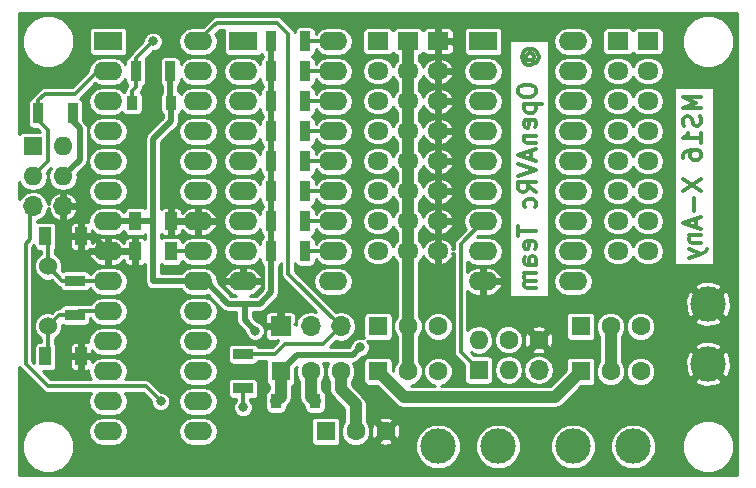
<source format=gbr>
G04 #@! TF.FileFunction,Copper,L2,Bot,Signal*
%FSLAX46Y46*%
G04 Gerber Fmt 4.6, Leading zero omitted, Abs format (unit mm)*
G04 Created by KiCad (PCBNEW 4.0.7) date 12/18/18 08:39:26*
%MOMM*%
%LPD*%
G01*
G04 APERTURE LIST*
%ADD10C,0.100000*%
%ADD11C,0.300000*%
%ADD12R,0.900000X1.200000*%
%ADD13R,1.600000X1.600000*%
%ADD14C,1.600000*%
%ADD15R,1.700000X1.700000*%
%ADD16O,1.700000X1.700000*%
%ADD17R,1.000000X1.600000*%
%ADD18R,2.400000X1.600000*%
%ADD19O,2.400000X1.600000*%
%ADD20C,3.000000*%
%ADD21O,1.600000X1.600000*%
%ADD22R,0.900000X1.700000*%
%ADD23R,1.700000X0.900000*%
%ADD24C,1.524000*%
%ADD25R,1.800000X1.500000*%
%ADD26O,1.800000X1.500000*%
%ADD27C,0.800000*%
%ADD28C,0.310000*%
%ADD29C,0.500000*%
%ADD30C,1.000000*%
%ADD31C,0.250000*%
G04 APERTURE END LIST*
D10*
D11*
X192448571Y-78340001D02*
X190948571Y-78340001D01*
X192020000Y-78840001D01*
X190948571Y-79340001D01*
X192448571Y-79340001D01*
X192377143Y-79982858D02*
X192448571Y-80197144D01*
X192448571Y-80554287D01*
X192377143Y-80697144D01*
X192305714Y-80768573D01*
X192162857Y-80840001D01*
X192020000Y-80840001D01*
X191877143Y-80768573D01*
X191805714Y-80697144D01*
X191734286Y-80554287D01*
X191662857Y-80268573D01*
X191591429Y-80125715D01*
X191520000Y-80054287D01*
X191377143Y-79982858D01*
X191234286Y-79982858D01*
X191091429Y-80054287D01*
X191020000Y-80125715D01*
X190948571Y-80268573D01*
X190948571Y-80625715D01*
X191020000Y-80840001D01*
X192448571Y-82268572D02*
X192448571Y-81411429D01*
X192448571Y-81840001D02*
X190948571Y-81840001D01*
X191162857Y-81697144D01*
X191305714Y-81554286D01*
X191377143Y-81411429D01*
X190948571Y-83554286D02*
X190948571Y-83268572D01*
X191020000Y-83125715D01*
X191091429Y-83054286D01*
X191305714Y-82911429D01*
X191591429Y-82840000D01*
X192162857Y-82840000D01*
X192305714Y-82911429D01*
X192377143Y-82982857D01*
X192448571Y-83125715D01*
X192448571Y-83411429D01*
X192377143Y-83554286D01*
X192305714Y-83625715D01*
X192162857Y-83697143D01*
X191805714Y-83697143D01*
X191662857Y-83625715D01*
X191591429Y-83554286D01*
X191520000Y-83411429D01*
X191520000Y-83125715D01*
X191591429Y-82982857D01*
X191662857Y-82911429D01*
X191805714Y-82840000D01*
X190948571Y-85340000D02*
X192448571Y-86340000D01*
X190948571Y-86340000D02*
X192448571Y-85340000D01*
X191877143Y-86911428D02*
X191877143Y-88054285D01*
X192020000Y-88697142D02*
X192020000Y-89411428D01*
X192448571Y-88554285D02*
X190948571Y-89054285D01*
X192448571Y-89554285D01*
X191448571Y-90054285D02*
X192448571Y-90054285D01*
X191591429Y-90054285D02*
X191520000Y-90125713D01*
X191448571Y-90268571D01*
X191448571Y-90482856D01*
X191520000Y-90625713D01*
X191662857Y-90697142D01*
X192448571Y-90697142D01*
X191448571Y-91268571D02*
X192448571Y-91625714D01*
X191448571Y-91982856D02*
X192448571Y-91625714D01*
X192805714Y-91482856D01*
X192877143Y-91411428D01*
X192948571Y-91268571D01*
X177764286Y-75276429D02*
X177692857Y-75205001D01*
X177621429Y-75062144D01*
X177621429Y-74919286D01*
X177692857Y-74776429D01*
X177764286Y-74705001D01*
X177907143Y-74633572D01*
X178050000Y-74633572D01*
X178192857Y-74705001D01*
X178264286Y-74776429D01*
X178335714Y-74919286D01*
X178335714Y-75062144D01*
X178264286Y-75205001D01*
X178192857Y-75276429D01*
X177621429Y-75276429D02*
X178192857Y-75276429D01*
X178264286Y-75347858D01*
X178264286Y-75419286D01*
X178192857Y-75562144D01*
X178050000Y-75633572D01*
X177692857Y-75633572D01*
X177478571Y-75490715D01*
X177335714Y-75276429D01*
X177264286Y-74990715D01*
X177335714Y-74705001D01*
X177478571Y-74490715D01*
X177692857Y-74347858D01*
X177978571Y-74276429D01*
X178264286Y-74347858D01*
X178478571Y-74490715D01*
X178621429Y-74705001D01*
X178692857Y-74990715D01*
X178621429Y-75276429D01*
X178478571Y-75490715D01*
X176978571Y-77705000D02*
X176978571Y-77990714D01*
X177050000Y-78133572D01*
X177192857Y-78276429D01*
X177478571Y-78347857D01*
X177978571Y-78347857D01*
X178264286Y-78276429D01*
X178407143Y-78133572D01*
X178478571Y-77990714D01*
X178478571Y-77705000D01*
X178407143Y-77562143D01*
X178264286Y-77419286D01*
X177978571Y-77347857D01*
X177478571Y-77347857D01*
X177192857Y-77419286D01*
X177050000Y-77562143D01*
X176978571Y-77705000D01*
X177478571Y-78990715D02*
X178978571Y-78990715D01*
X177550000Y-78990715D02*
X177478571Y-79133572D01*
X177478571Y-79419286D01*
X177550000Y-79562143D01*
X177621429Y-79633572D01*
X177764286Y-79705001D01*
X178192857Y-79705001D01*
X178335714Y-79633572D01*
X178407143Y-79562143D01*
X178478571Y-79419286D01*
X178478571Y-79133572D01*
X178407143Y-78990715D01*
X178407143Y-80919286D02*
X178478571Y-80776429D01*
X178478571Y-80490715D01*
X178407143Y-80347858D01*
X178264286Y-80276429D01*
X177692857Y-80276429D01*
X177550000Y-80347858D01*
X177478571Y-80490715D01*
X177478571Y-80776429D01*
X177550000Y-80919286D01*
X177692857Y-80990715D01*
X177835714Y-80990715D01*
X177978571Y-80276429D01*
X177478571Y-81633572D02*
X178478571Y-81633572D01*
X177621429Y-81633572D02*
X177550000Y-81705000D01*
X177478571Y-81847858D01*
X177478571Y-82062143D01*
X177550000Y-82205000D01*
X177692857Y-82276429D01*
X178478571Y-82276429D01*
X178050000Y-82919286D02*
X178050000Y-83633572D01*
X178478571Y-82776429D02*
X176978571Y-83276429D01*
X178478571Y-83776429D01*
X176978571Y-84062143D02*
X178478571Y-84562143D01*
X176978571Y-85062143D01*
X178478571Y-86419286D02*
X177764286Y-85919286D01*
X178478571Y-85562143D02*
X176978571Y-85562143D01*
X176978571Y-86133571D01*
X177050000Y-86276429D01*
X177121429Y-86347857D01*
X177264286Y-86419286D01*
X177478571Y-86419286D01*
X177621429Y-86347857D01*
X177692857Y-86276429D01*
X177764286Y-86133571D01*
X177764286Y-85562143D01*
X178407143Y-87705000D02*
X178478571Y-87562143D01*
X178478571Y-87276429D01*
X178407143Y-87133571D01*
X178335714Y-87062143D01*
X178192857Y-86990714D01*
X177764286Y-86990714D01*
X177621429Y-87062143D01*
X177550000Y-87133571D01*
X177478571Y-87276429D01*
X177478571Y-87562143D01*
X177550000Y-87705000D01*
X176978571Y-89276428D02*
X176978571Y-90133571D01*
X178478571Y-89705000D02*
X176978571Y-89705000D01*
X178407143Y-91204999D02*
X178478571Y-91062142D01*
X178478571Y-90776428D01*
X178407143Y-90633571D01*
X178264286Y-90562142D01*
X177692857Y-90562142D01*
X177550000Y-90633571D01*
X177478571Y-90776428D01*
X177478571Y-91062142D01*
X177550000Y-91204999D01*
X177692857Y-91276428D01*
X177835714Y-91276428D01*
X177978571Y-90562142D01*
X178478571Y-92562142D02*
X177692857Y-92562142D01*
X177550000Y-92490713D01*
X177478571Y-92347856D01*
X177478571Y-92062142D01*
X177550000Y-91919285D01*
X178407143Y-92562142D02*
X178478571Y-92419285D01*
X178478571Y-92062142D01*
X178407143Y-91919285D01*
X178264286Y-91847856D01*
X178121429Y-91847856D01*
X177978571Y-91919285D01*
X177907143Y-92062142D01*
X177907143Y-92419285D01*
X177835714Y-92562142D01*
X178478571Y-93276428D02*
X177478571Y-93276428D01*
X177621429Y-93276428D02*
X177550000Y-93347856D01*
X177478571Y-93490714D01*
X177478571Y-93704999D01*
X177550000Y-93847856D01*
X177692857Y-93919285D01*
X178478571Y-93919285D01*
X177692857Y-93919285D02*
X177550000Y-93990714D01*
X177478571Y-94133571D01*
X177478571Y-94347856D01*
X177550000Y-94490714D01*
X177692857Y-94562142D01*
X178478571Y-94562142D01*
D12*
X159765000Y-104140000D03*
X156465000Y-104140000D03*
D13*
X182245000Y-97790000D03*
D14*
X184785000Y-97790000D03*
X187325000Y-97790000D03*
D13*
X165100000Y-97790000D03*
D14*
X167640000Y-97790000D03*
X170180000Y-97790000D03*
D13*
X156845000Y-101600000D03*
D14*
X159385000Y-101600000D03*
X161925000Y-101600000D03*
D15*
X156845000Y-97790000D03*
D16*
X159385000Y-97790000D03*
X161925000Y-97790000D03*
D12*
X144273000Y-78867000D03*
X147573000Y-78867000D03*
D17*
X147550000Y-91440000D03*
X144550000Y-91440000D03*
X136930000Y-100330000D03*
X139930000Y-100330000D03*
X144550000Y-88900000D03*
X147550000Y-88900000D03*
X136930000Y-90170000D03*
X139930000Y-90170000D03*
D18*
X142240000Y-73660000D03*
D19*
X149860000Y-106680000D03*
X142240000Y-76200000D03*
X149860000Y-104140000D03*
X142240000Y-78740000D03*
X149860000Y-101600000D03*
X142240000Y-81280000D03*
X149860000Y-99060000D03*
X142240000Y-83820000D03*
X149860000Y-96520000D03*
X142240000Y-86360000D03*
X149860000Y-93980000D03*
X142240000Y-88900000D03*
X149860000Y-91440000D03*
X142240000Y-91440000D03*
X149860000Y-88900000D03*
X142240000Y-93980000D03*
X149860000Y-86360000D03*
X142240000Y-96520000D03*
X149860000Y-83820000D03*
X142240000Y-99060000D03*
X149860000Y-81280000D03*
X142240000Y-101600000D03*
X149860000Y-78740000D03*
X142240000Y-104140000D03*
X149860000Y-76200000D03*
X142240000Y-106680000D03*
X149860000Y-73660000D03*
D13*
X182245000Y-101600000D03*
D14*
X184785000Y-101600000D03*
X187325000Y-101600000D03*
D13*
X165100000Y-101600000D03*
D14*
X167640000Y-101600000D03*
X170180000Y-101600000D03*
D20*
X175260000Y-107950000D03*
X170180000Y-107950000D03*
D13*
X160655000Y-106680000D03*
D14*
X163195000Y-106680000D03*
X165735000Y-106680000D03*
D13*
X135890000Y-82550000D03*
D21*
X138430000Y-82550000D03*
X135890000Y-85090000D03*
X138430000Y-85090000D03*
D16*
X135890000Y-87630000D03*
X138430000Y-87630000D03*
D13*
X173609000Y-101473000D03*
D21*
X173609000Y-98933000D03*
X176149000Y-101473000D03*
D14*
X176149000Y-98933000D03*
D16*
X178689000Y-101473000D03*
D14*
X178689000Y-98933000D03*
D20*
X193040000Y-95885000D03*
X193040000Y-100965000D03*
X186690000Y-107950000D03*
X181610000Y-107950000D03*
D22*
X147500000Y-76200000D03*
X144600000Y-76200000D03*
D23*
X153670000Y-100150000D03*
X153670000Y-103050000D03*
D22*
X158930000Y-73660000D03*
X156030000Y-73660000D03*
X158930000Y-76200000D03*
X156030000Y-76200000D03*
X158930000Y-78740000D03*
X156030000Y-78740000D03*
X158930000Y-81280000D03*
X156030000Y-81280000D03*
X158930000Y-83820000D03*
X156030000Y-83820000D03*
X158930000Y-86360000D03*
X156030000Y-86360000D03*
X158930000Y-88900000D03*
X156030000Y-88900000D03*
X158930000Y-91440000D03*
X156030000Y-91440000D03*
D18*
X173990000Y-73660000D03*
D19*
X181610000Y-93980000D03*
X173990000Y-76200000D03*
X181610000Y-91440000D03*
X173990000Y-78740000D03*
X181610000Y-88900000D03*
X173990000Y-81280000D03*
X181610000Y-86360000D03*
X173990000Y-83820000D03*
X181610000Y-83820000D03*
X173990000Y-86360000D03*
X181610000Y-81280000D03*
X173990000Y-88900000D03*
X181610000Y-78740000D03*
X173990000Y-91440000D03*
X181610000Y-76200000D03*
X173990000Y-93980000D03*
X181610000Y-73660000D03*
D18*
X153670000Y-73660000D03*
D19*
X161290000Y-93980000D03*
X153670000Y-76200000D03*
X161290000Y-91440000D03*
X153670000Y-78740000D03*
X161290000Y-88900000D03*
X153670000Y-81280000D03*
X161290000Y-86360000D03*
X153670000Y-83820000D03*
X161290000Y-83820000D03*
X153670000Y-86360000D03*
X161290000Y-81280000D03*
X153670000Y-88900000D03*
X161290000Y-78740000D03*
X153670000Y-91440000D03*
X161290000Y-76200000D03*
X153670000Y-93980000D03*
X161290000Y-73660000D03*
D24*
X137160000Y-92710000D03*
X137160000Y-97790000D03*
D25*
X185420000Y-73660000D03*
D26*
X185420000Y-76200000D03*
X185420000Y-78740000D03*
X185420000Y-81280000D03*
X185420000Y-83820000D03*
X185420000Y-86360000D03*
X185420000Y-88900000D03*
X185420000Y-91440000D03*
D25*
X187960000Y-73660000D03*
D26*
X187960000Y-76200000D03*
X187960000Y-78740000D03*
X187960000Y-81280000D03*
X187960000Y-83820000D03*
X187960000Y-86360000D03*
X187960000Y-88900000D03*
X187960000Y-91440000D03*
D25*
X165100000Y-73660000D03*
D26*
X165100000Y-76200000D03*
X165100000Y-78740000D03*
X165100000Y-81280000D03*
X165100000Y-83820000D03*
X165100000Y-86360000D03*
X165100000Y-88900000D03*
X165100000Y-91440000D03*
D25*
X167640000Y-73660000D03*
D26*
X167640000Y-76200000D03*
X167640000Y-78740000D03*
X167640000Y-81280000D03*
X167640000Y-83820000D03*
X167640000Y-86360000D03*
X167640000Y-88900000D03*
X167640000Y-91440000D03*
D25*
X170180000Y-73660000D03*
D26*
X170180000Y-76200000D03*
X170180000Y-78740000D03*
X170180000Y-81280000D03*
X170180000Y-83820000D03*
X170180000Y-86360000D03*
X170180000Y-88900000D03*
X170180000Y-91440000D03*
D22*
X139245000Y-79756000D03*
X136345000Y-79756000D03*
D23*
X139446000Y-93927000D03*
X139446000Y-96827000D03*
D27*
X153670000Y-101600000D03*
X146685000Y-104140000D03*
X163576000Y-99568000D03*
X154686000Y-98171000D03*
X146050000Y-73660000D03*
X153670000Y-104648000D03*
D28*
X147550000Y-91440000D02*
X149860000Y-91440000D01*
D29*
X142240000Y-91440000D02*
X140970000Y-91440000D01*
X140970000Y-90170000D02*
X139930000Y-90170000D01*
X142240000Y-91440000D02*
X140970000Y-90170000D01*
X144550000Y-91440000D02*
X142240000Y-91440000D01*
X147550000Y-88900000D02*
X149860000Y-88900000D01*
D28*
X172085000Y-95631000D02*
X172085000Y-99949000D01*
X172085000Y-99949000D02*
X173609000Y-101473000D01*
X172085000Y-95631000D02*
X172085000Y-90805000D01*
X172085000Y-90805000D02*
X173990000Y-88900000D01*
X146685000Y-104140000D02*
X145415000Y-102870000D01*
X143510000Y-102870000D02*
X145415000Y-102870000D01*
X137160000Y-102870000D02*
X143510000Y-102870000D01*
X135255000Y-100965000D02*
X137160000Y-102870000D01*
X135636000Y-87630000D02*
X135636000Y-90424000D01*
X135636000Y-90424000D02*
X135255000Y-90805000D01*
X135255000Y-90805000D02*
X135255000Y-100965000D01*
D29*
X139245000Y-79756000D02*
X139245000Y-80444000D01*
X139827000Y-83693000D02*
X138430000Y-85090000D01*
X139827000Y-81026000D02*
X139827000Y-83693000D01*
X139245000Y-80444000D02*
X139827000Y-81026000D01*
X156845000Y-101600000D02*
X158242000Y-100203000D01*
X162941000Y-100203000D02*
X163576000Y-99568000D01*
X158242000Y-100203000D02*
X162941000Y-100203000D01*
X153797000Y-97282000D02*
X153797000Y-95885000D01*
X154686000Y-98171000D02*
X153797000Y-97282000D01*
X149860000Y-93980000D02*
X150495000Y-93980000D01*
X150495000Y-93980000D02*
X152400000Y-95885000D01*
X152400000Y-95885000D02*
X153797000Y-95885000D01*
X156030000Y-94922000D02*
X156030000Y-91440000D01*
X153797000Y-95885000D02*
X155067000Y-95885000D01*
X155067000Y-95885000D02*
X156030000Y-94922000D01*
D30*
X156845000Y-101600000D02*
X156845000Y-103760000D01*
X156845000Y-103760000D02*
X156465000Y-104140000D01*
D29*
X147573000Y-78867000D02*
X147500000Y-78794000D01*
X147500000Y-78794000D02*
X147500000Y-76200000D01*
X146050000Y-81915000D02*
X147573000Y-80392000D01*
X146050000Y-88900000D02*
X146050000Y-81915000D01*
X147573000Y-80392000D02*
X147573000Y-78867000D01*
X156030000Y-78740000D02*
X156030000Y-76200000D01*
X156030000Y-81280000D02*
X156030000Y-78740000D01*
X156030000Y-83820000D02*
X156030000Y-81280000D01*
X156030000Y-86360000D02*
X156030000Y-83820000D01*
X156030000Y-88900000D02*
X156030000Y-86360000D01*
X156030000Y-91440000D02*
X156030000Y-88900000D01*
X156030000Y-76200000D02*
X156030000Y-73660000D01*
X149860000Y-93980000D02*
X146050000Y-93980000D01*
X146050000Y-88900000D02*
X144550000Y-88900000D01*
X146050000Y-93980000D02*
X146050000Y-88900000D01*
X144550000Y-88900000D02*
X142240000Y-88900000D01*
D28*
X139446000Y-96827000D02*
X138123000Y-96827000D01*
X138123000Y-96827000D02*
X137160000Y-97790000D01*
X142240000Y-96520000D02*
X139753000Y-96520000D01*
X139753000Y-96520000D02*
X139446000Y-96827000D01*
X137160000Y-97690000D02*
X137160000Y-100100000D01*
X137160000Y-100100000D02*
X136930000Y-100330000D01*
X139446000Y-93927000D02*
X138377000Y-93927000D01*
X138377000Y-93927000D02*
X137160000Y-92710000D01*
X142240000Y-93980000D02*
X139499000Y-93980000D01*
X139499000Y-93980000D02*
X139446000Y-93927000D01*
X137160000Y-92810000D02*
X137160000Y-90400000D01*
X137160000Y-90400000D02*
X136930000Y-90170000D01*
X144273000Y-78867000D02*
X144273000Y-77850000D01*
X144600000Y-77523000D02*
X144600000Y-76200000D01*
X144273000Y-77850000D02*
X144600000Y-77523000D01*
X144600000Y-75110000D02*
X144600000Y-76200000D01*
X146050000Y-73660000D02*
X144600000Y-75110000D01*
X153670000Y-100150000D02*
X156390000Y-100150000D01*
X160401000Y-99314000D02*
X161925000Y-97790000D01*
X157226000Y-99314000D02*
X160401000Y-99314000D01*
X156390000Y-100150000D02*
X157226000Y-99314000D01*
X161925000Y-97790000D02*
X157480000Y-93345000D01*
X157480000Y-93345000D02*
X157480000Y-73025000D01*
X157480000Y-73025000D02*
X156527500Y-72072500D01*
X156527500Y-72072500D02*
X151447500Y-72072500D01*
X151447500Y-72072500D02*
X151130000Y-72390000D01*
X151130000Y-72390000D02*
X149860000Y-73660000D01*
X161290000Y-73660000D02*
X158930000Y-73660000D01*
X158930000Y-76200000D02*
X161290000Y-76200000D01*
X161290000Y-78740000D02*
X158930000Y-78740000D01*
X161290000Y-81280000D02*
X158930000Y-81280000D01*
X161290000Y-83820000D02*
X158930000Y-83820000D01*
X161290000Y-86360000D02*
X158930000Y-86360000D01*
X161290000Y-88900000D02*
X158930000Y-88900000D01*
X161290000Y-91440000D02*
X158930000Y-91440000D01*
X137996000Y-78105000D02*
X136906000Y-78105000D01*
X136345000Y-78666000D02*
X136345000Y-79756000D01*
X136906000Y-78105000D02*
X136345000Y-78666000D01*
X142240000Y-76200000D02*
X141351000Y-76200000D01*
X141351000Y-76200000D02*
X139446000Y-78105000D01*
X139446000Y-78105000D02*
X137996000Y-78105000D01*
X136345000Y-79756000D02*
X136345000Y-80338000D01*
X137160000Y-83820000D02*
X135890000Y-85090000D01*
X137160000Y-81153000D02*
X137160000Y-83820000D01*
X136345000Y-80338000D02*
X137160000Y-81153000D01*
D30*
X167640000Y-91440000D02*
X167640000Y-97790000D01*
X167640000Y-101600000D02*
X167640000Y-97790000D01*
X167640000Y-73660000D02*
X167640000Y-76200000D01*
X167640000Y-76200000D02*
X167640000Y-78740000D01*
X167640000Y-78740000D02*
X167640000Y-81280000D01*
X167640000Y-81280000D02*
X167640000Y-83820000D01*
X167640000Y-83820000D02*
X167640000Y-86360000D01*
X167640000Y-86360000D02*
X167640000Y-88900000D01*
X167640000Y-88900000D02*
X167640000Y-91440000D01*
X184785000Y-101600000D02*
X184785000Y-97790000D01*
X161925000Y-101600000D02*
X161925000Y-103124000D01*
X163195000Y-104394000D02*
X163195000Y-106680000D01*
X161925000Y-103124000D02*
X163195000Y-104394000D01*
X165100000Y-101600000D02*
X167259000Y-103759000D01*
X180086000Y-103759000D02*
X182245000Y-101600000D01*
X167259000Y-103759000D02*
X180086000Y-103759000D01*
X159385000Y-101600000D02*
X159385000Y-103760000D01*
X159385000Y-103760000D02*
X159765000Y-104140000D01*
D28*
X153670000Y-103050000D02*
X153670000Y-104648000D01*
D31*
G36*
X195455000Y-110365000D02*
X134745000Y-110365000D01*
X134745000Y-108390638D01*
X134934615Y-108390638D01*
X135272637Y-109208715D01*
X135897993Y-109835163D01*
X136715479Y-110174613D01*
X137600638Y-110175385D01*
X138418715Y-109837363D01*
X139045163Y-109212007D01*
X139384613Y-108394521D01*
X139384666Y-108333207D01*
X168244665Y-108333207D01*
X168538630Y-109044658D01*
X169082479Y-109589457D01*
X169793416Y-109884663D01*
X170563207Y-109885335D01*
X171274658Y-109591370D01*
X171819457Y-109047521D01*
X172114663Y-108336584D01*
X172114665Y-108333207D01*
X173324665Y-108333207D01*
X173618630Y-109044658D01*
X174162479Y-109589457D01*
X174873416Y-109884663D01*
X175643207Y-109885335D01*
X176354658Y-109591370D01*
X176899457Y-109047521D01*
X177194663Y-108336584D01*
X177194665Y-108333207D01*
X179674665Y-108333207D01*
X179968630Y-109044658D01*
X180512479Y-109589457D01*
X181223416Y-109884663D01*
X181993207Y-109885335D01*
X182704658Y-109591370D01*
X183249457Y-109047521D01*
X183544663Y-108336584D01*
X183544665Y-108333207D01*
X184754665Y-108333207D01*
X185048630Y-109044658D01*
X185592479Y-109589457D01*
X186303416Y-109884663D01*
X187073207Y-109885335D01*
X187784658Y-109591370D01*
X188329457Y-109047521D01*
X188602217Y-108390638D01*
X190814615Y-108390638D01*
X191152637Y-109208715D01*
X191777993Y-109835163D01*
X192595479Y-110174613D01*
X193480638Y-110175385D01*
X194298715Y-109837363D01*
X194925163Y-109212007D01*
X195264613Y-108394521D01*
X195265385Y-107509362D01*
X194927363Y-106691285D01*
X194302007Y-106064837D01*
X193484521Y-105725387D01*
X192599362Y-105724615D01*
X191781285Y-106062637D01*
X191154837Y-106687993D01*
X190815387Y-107505479D01*
X190814615Y-108390638D01*
X188602217Y-108390638D01*
X188624663Y-108336584D01*
X188625335Y-107566793D01*
X188331370Y-106855342D01*
X187787521Y-106310543D01*
X187076584Y-106015337D01*
X186306793Y-106014665D01*
X185595342Y-106308630D01*
X185050543Y-106852479D01*
X184755337Y-107563416D01*
X184754665Y-108333207D01*
X183544665Y-108333207D01*
X183545335Y-107566793D01*
X183251370Y-106855342D01*
X182707521Y-106310543D01*
X181996584Y-106015337D01*
X181226793Y-106014665D01*
X180515342Y-106308630D01*
X179970543Y-106852479D01*
X179675337Y-107563416D01*
X179674665Y-108333207D01*
X177194665Y-108333207D01*
X177195335Y-107566793D01*
X176901370Y-106855342D01*
X176357521Y-106310543D01*
X175646584Y-106015337D01*
X174876793Y-106014665D01*
X174165342Y-106308630D01*
X173620543Y-106852479D01*
X173325337Y-107563416D01*
X173324665Y-108333207D01*
X172114665Y-108333207D01*
X172115335Y-107566793D01*
X171821370Y-106855342D01*
X171277521Y-106310543D01*
X170566584Y-106015337D01*
X169796793Y-106014665D01*
X169085342Y-106308630D01*
X168540543Y-106852479D01*
X168245337Y-107563416D01*
X168244665Y-108333207D01*
X139384666Y-108333207D01*
X139385385Y-107509362D01*
X139047363Y-106691285D01*
X139036098Y-106680000D01*
X140572968Y-106680000D01*
X140666977Y-107152614D01*
X140934691Y-107553277D01*
X141335354Y-107820991D01*
X141807968Y-107915000D01*
X142672032Y-107915000D01*
X143144646Y-107820991D01*
X143545309Y-107553277D01*
X143813023Y-107152614D01*
X143907032Y-106680000D01*
X148192968Y-106680000D01*
X148286977Y-107152614D01*
X148554691Y-107553277D01*
X148955354Y-107820991D01*
X149427968Y-107915000D01*
X150292032Y-107915000D01*
X150764646Y-107820991D01*
X151165309Y-107553277D01*
X151433023Y-107152614D01*
X151527032Y-106680000D01*
X151433023Y-106207386D01*
X151214272Y-105880000D01*
X159411478Y-105880000D01*
X159411478Y-107480000D01*
X159441810Y-107641201D01*
X159537080Y-107789255D01*
X159682445Y-107888579D01*
X159855000Y-107923522D01*
X161455000Y-107923522D01*
X161616201Y-107893190D01*
X161764255Y-107797920D01*
X161863579Y-107652555D01*
X161898522Y-107480000D01*
X161898522Y-105880000D01*
X161868190Y-105718799D01*
X161772920Y-105570745D01*
X161627555Y-105471421D01*
X161455000Y-105436478D01*
X159855000Y-105436478D01*
X159693799Y-105466810D01*
X159545745Y-105562080D01*
X159446421Y-105707445D01*
X159411478Y-105880000D01*
X151214272Y-105880000D01*
X151165309Y-105806723D01*
X150764646Y-105539009D01*
X150292032Y-105445000D01*
X149427968Y-105445000D01*
X148955354Y-105539009D01*
X148554691Y-105806723D01*
X148286977Y-106207386D01*
X148192968Y-106680000D01*
X143907032Y-106680000D01*
X143813023Y-106207386D01*
X143545309Y-105806723D01*
X143144646Y-105539009D01*
X142672032Y-105445000D01*
X141807968Y-105445000D01*
X141335354Y-105539009D01*
X140934691Y-105806723D01*
X140666977Y-106207386D01*
X140572968Y-106680000D01*
X139036098Y-106680000D01*
X138422007Y-106064837D01*
X137604521Y-105725387D01*
X136719362Y-105724615D01*
X135901285Y-106062637D01*
X135274837Y-106687993D01*
X134935387Y-107505479D01*
X134934615Y-108390638D01*
X134745000Y-108390638D01*
X134745000Y-101243297D01*
X134837807Y-101382193D01*
X136742807Y-103287193D01*
X136934217Y-103415089D01*
X137160000Y-103460000D01*
X140805548Y-103460000D01*
X140666977Y-103667386D01*
X140572968Y-104140000D01*
X140666977Y-104612614D01*
X140934691Y-105013277D01*
X141335354Y-105280991D01*
X141807968Y-105375000D01*
X142672032Y-105375000D01*
X143144646Y-105280991D01*
X143545309Y-105013277D01*
X143813023Y-104612614D01*
X143907032Y-104140000D01*
X143813023Y-103667386D01*
X143674452Y-103460000D01*
X145170614Y-103460000D01*
X145850000Y-104139386D01*
X145849855Y-104305363D01*
X145976708Y-104612372D01*
X146211393Y-104847466D01*
X146518179Y-104974855D01*
X146850363Y-104975145D01*
X147157372Y-104848292D01*
X147392466Y-104613607D01*
X147519855Y-104306821D01*
X147520000Y-104140000D01*
X148192968Y-104140000D01*
X148286977Y-104612614D01*
X148554691Y-105013277D01*
X148955354Y-105280991D01*
X149427968Y-105375000D01*
X150292032Y-105375000D01*
X150764646Y-105280991D01*
X151165309Y-105013277D01*
X151433023Y-104612614D01*
X151527032Y-104140000D01*
X151433023Y-103667386D01*
X151165309Y-103266723D01*
X150764646Y-102999009D01*
X150292032Y-102905000D01*
X149427968Y-102905000D01*
X148955354Y-102999009D01*
X148554691Y-103266723D01*
X148286977Y-103667386D01*
X148192968Y-104140000D01*
X147520000Y-104140000D01*
X147520145Y-103974637D01*
X147393292Y-103667628D01*
X147158607Y-103432534D01*
X146851821Y-103305145D01*
X146684385Y-103304999D01*
X145832193Y-102452807D01*
X145640783Y-102324911D01*
X145415000Y-102280000D01*
X143674452Y-102280000D01*
X143813023Y-102072614D01*
X143907032Y-101600000D01*
X148192968Y-101600000D01*
X148286977Y-102072614D01*
X148554691Y-102473277D01*
X148955354Y-102740991D01*
X149427968Y-102835000D01*
X150292032Y-102835000D01*
X150764646Y-102740991D01*
X150975654Y-102600000D01*
X152376478Y-102600000D01*
X152376478Y-103500000D01*
X152406810Y-103661201D01*
X152502080Y-103809255D01*
X152647445Y-103908579D01*
X152820000Y-103943522D01*
X153080000Y-103943522D01*
X153080000Y-104057131D01*
X152962534Y-104174393D01*
X152835145Y-104481179D01*
X152834855Y-104813363D01*
X152961708Y-105120372D01*
X153196393Y-105355466D01*
X153503179Y-105482855D01*
X153835363Y-105483145D01*
X154142372Y-105356292D01*
X154377466Y-105121607D01*
X154504855Y-104814821D01*
X154505145Y-104482637D01*
X154378292Y-104175628D01*
X154260000Y-104057130D01*
X154260000Y-103943522D01*
X154520000Y-103943522D01*
X154681201Y-103913190D01*
X154829255Y-103817920D01*
X154928579Y-103672555D01*
X154963522Y-103500000D01*
X154963522Y-102600000D01*
X154933190Y-102438799D01*
X154837920Y-102290745D01*
X154692555Y-102191421D01*
X154520000Y-102156478D01*
X152820000Y-102156478D01*
X152658799Y-102186810D01*
X152510745Y-102282080D01*
X152411421Y-102427445D01*
X152376478Y-102600000D01*
X150975654Y-102600000D01*
X151165309Y-102473277D01*
X151433023Y-102072614D01*
X151527032Y-101600000D01*
X151433023Y-101127386D01*
X151165309Y-100726723D01*
X150764646Y-100459009D01*
X150292032Y-100365000D01*
X149427968Y-100365000D01*
X148955354Y-100459009D01*
X148554691Y-100726723D01*
X148286977Y-101127386D01*
X148192968Y-101600000D01*
X143907032Y-101600000D01*
X143813023Y-101127386D01*
X143545309Y-100726723D01*
X143144646Y-100459009D01*
X142672032Y-100365000D01*
X141807968Y-100365000D01*
X141335354Y-100459009D01*
X140934691Y-100726723D01*
X140855000Y-100845989D01*
X140855000Y-100611250D01*
X140748750Y-100505000D01*
X140105000Y-100505000D01*
X140105000Y-101448750D01*
X140211250Y-101555000D01*
X140514538Y-101555000D01*
X140587969Y-101524584D01*
X140572968Y-101600000D01*
X140666977Y-102072614D01*
X140805548Y-102280000D01*
X137404386Y-102280000D01*
X136697908Y-101573522D01*
X137430000Y-101573522D01*
X137591201Y-101543190D01*
X137739255Y-101447920D01*
X137838579Y-101302555D01*
X137873522Y-101130000D01*
X137873522Y-100611250D01*
X139005000Y-100611250D01*
X139005000Y-101214538D01*
X139069702Y-101370743D01*
X139189257Y-101490298D01*
X139345462Y-101555000D01*
X139648750Y-101555000D01*
X139755000Y-101448750D01*
X139755000Y-100505000D01*
X139111250Y-100505000D01*
X139005000Y-100611250D01*
X137873522Y-100611250D01*
X137873522Y-99530000D01*
X137857616Y-99445462D01*
X139005000Y-99445462D01*
X139005000Y-100048750D01*
X139111250Y-100155000D01*
X139755000Y-100155000D01*
X139755000Y-99211250D01*
X140105000Y-99211250D01*
X140105000Y-100155000D01*
X140748750Y-100155000D01*
X140855000Y-100048750D01*
X140855000Y-99814011D01*
X140934691Y-99933277D01*
X141335354Y-100200991D01*
X141807968Y-100295000D01*
X142672032Y-100295000D01*
X143144646Y-100200991D01*
X143545309Y-99933277D01*
X143813023Y-99532614D01*
X143907032Y-99060000D01*
X148192968Y-99060000D01*
X148286977Y-99532614D01*
X148554691Y-99933277D01*
X148955354Y-100200991D01*
X149427968Y-100295000D01*
X150292032Y-100295000D01*
X150764646Y-100200991D01*
X151165309Y-99933277D01*
X151433023Y-99532614D01*
X151527032Y-99060000D01*
X151433023Y-98587386D01*
X151165309Y-98186723D01*
X150764646Y-97919009D01*
X150292032Y-97825000D01*
X149427968Y-97825000D01*
X148955354Y-97919009D01*
X148554691Y-98186723D01*
X148286977Y-98587386D01*
X148192968Y-99060000D01*
X143907032Y-99060000D01*
X143813023Y-98587386D01*
X143545309Y-98186723D01*
X143144646Y-97919009D01*
X142672032Y-97825000D01*
X141807968Y-97825000D01*
X141335354Y-97919009D01*
X140934691Y-98186723D01*
X140666977Y-98587386D01*
X140572968Y-99060000D01*
X140587969Y-99135416D01*
X140514538Y-99105000D01*
X140211250Y-99105000D01*
X140105000Y-99211250D01*
X139755000Y-99211250D01*
X139648750Y-99105000D01*
X139345462Y-99105000D01*
X139189257Y-99169702D01*
X139069702Y-99289257D01*
X139005000Y-99445462D01*
X137857616Y-99445462D01*
X137843190Y-99368799D01*
X137750000Y-99223977D01*
X137750000Y-98841373D01*
X137837160Y-98805359D01*
X138174176Y-98468932D01*
X138356792Y-98029143D01*
X138357132Y-97640269D01*
X138423445Y-97685579D01*
X138596000Y-97720522D01*
X140296000Y-97720522D01*
X140457201Y-97690190D01*
X140605255Y-97594920D01*
X140704579Y-97449555D01*
X140739522Y-97277000D01*
X140739522Y-97110000D01*
X140745412Y-97110000D01*
X140934691Y-97393277D01*
X141335354Y-97660991D01*
X141807968Y-97755000D01*
X142672032Y-97755000D01*
X143144646Y-97660991D01*
X143545309Y-97393277D01*
X143813023Y-96992614D01*
X143907032Y-96520000D01*
X148192968Y-96520000D01*
X148286977Y-96992614D01*
X148554691Y-97393277D01*
X148955354Y-97660991D01*
X149427968Y-97755000D01*
X150292032Y-97755000D01*
X150764646Y-97660991D01*
X151165309Y-97393277D01*
X151433023Y-96992614D01*
X151527032Y-96520000D01*
X151433023Y-96047386D01*
X151165309Y-95646723D01*
X150764646Y-95379009D01*
X150292032Y-95285000D01*
X149427968Y-95285000D01*
X148955354Y-95379009D01*
X148554691Y-95646723D01*
X148286977Y-96047386D01*
X148192968Y-96520000D01*
X143907032Y-96520000D01*
X143813023Y-96047386D01*
X143545309Y-95646723D01*
X143144646Y-95379009D01*
X142672032Y-95285000D01*
X141807968Y-95285000D01*
X141335354Y-95379009D01*
X140934691Y-95646723D01*
X140745412Y-95930000D01*
X139753000Y-95930000D01*
X139735515Y-95933478D01*
X138596000Y-95933478D01*
X138434799Y-95963810D01*
X138286745Y-96059080D01*
X138187421Y-96204445D01*
X138180828Y-96237000D01*
X138123000Y-96237000D01*
X137897217Y-96281911D01*
X137705807Y-96409807D01*
X137486240Y-96629374D01*
X137399143Y-96593208D01*
X136922946Y-96592792D01*
X136482840Y-96774641D01*
X136145824Y-97111068D01*
X135963208Y-97550857D01*
X135962792Y-98027054D01*
X136144641Y-98467160D01*
X136481068Y-98804176D01*
X136570000Y-98841104D01*
X136570000Y-99086478D01*
X136430000Y-99086478D01*
X136268799Y-99116810D01*
X136120745Y-99212080D01*
X136021421Y-99357445D01*
X135986478Y-99530000D01*
X135986478Y-100862092D01*
X135845000Y-100720614D01*
X135845000Y-91049386D01*
X135986478Y-90907908D01*
X135986478Y-90970000D01*
X136016810Y-91131201D01*
X136112080Y-91279255D01*
X136257445Y-91378579D01*
X136430000Y-91413522D01*
X136570000Y-91413522D01*
X136570000Y-91658627D01*
X136482840Y-91694641D01*
X136145824Y-92031068D01*
X135963208Y-92470857D01*
X135962792Y-92947054D01*
X136144641Y-93387160D01*
X136481068Y-93724176D01*
X136920857Y-93906792D01*
X137397054Y-93907208D01*
X137486050Y-93870436D01*
X137959807Y-94344193D01*
X138151217Y-94472089D01*
X138171115Y-94476047D01*
X138182810Y-94538201D01*
X138278080Y-94686255D01*
X138423445Y-94785579D01*
X138596000Y-94820522D01*
X140296000Y-94820522D01*
X140457201Y-94790190D01*
X140605255Y-94694920D01*
X140690609Y-94570000D01*
X140745412Y-94570000D01*
X140934691Y-94853277D01*
X141335354Y-95120991D01*
X141807968Y-95215000D01*
X142672032Y-95215000D01*
X143144646Y-95120991D01*
X143545309Y-94853277D01*
X143813023Y-94452614D01*
X143907032Y-93980000D01*
X143813023Y-93507386D01*
X143545309Y-93106723D01*
X143144646Y-92839009D01*
X142672032Y-92745000D01*
X141807968Y-92745000D01*
X141335354Y-92839009D01*
X140934691Y-93106723D01*
X140745412Y-93390000D01*
X140723152Y-93390000D01*
X140709190Y-93315799D01*
X140613920Y-93167745D01*
X140468555Y-93068421D01*
X140296000Y-93033478D01*
X138596000Y-93033478D01*
X138434799Y-93063810D01*
X138382104Y-93097718D01*
X138320626Y-93036240D01*
X138356792Y-92949143D01*
X138357208Y-92472946D01*
X138175359Y-92032840D01*
X137945434Y-91802512D01*
X140669867Y-91802512D01*
X140850051Y-92182462D01*
X141209534Y-92504783D01*
X141665000Y-92665000D01*
X142065000Y-92665000D01*
X142065000Y-91615000D01*
X142415000Y-91615000D01*
X142415000Y-92665000D01*
X142815000Y-92665000D01*
X143270466Y-92504783D01*
X143625000Y-92186899D01*
X143625000Y-92324538D01*
X143689702Y-92480743D01*
X143809257Y-92600298D01*
X143965462Y-92665000D01*
X144268750Y-92665000D01*
X144375000Y-92558750D01*
X144375000Y-91615000D01*
X142415000Y-91615000D01*
X142065000Y-91615000D01*
X140735022Y-91615000D01*
X140669867Y-91802512D01*
X137945434Y-91802512D01*
X137838932Y-91695824D01*
X137750000Y-91658896D01*
X137750000Y-91272194D01*
X137838579Y-91142555D01*
X137873522Y-90970000D01*
X137873522Y-90451250D01*
X139005000Y-90451250D01*
X139005000Y-91054538D01*
X139069702Y-91210743D01*
X139189257Y-91330298D01*
X139345462Y-91395000D01*
X139648750Y-91395000D01*
X139755000Y-91288750D01*
X139755000Y-90345000D01*
X140105000Y-90345000D01*
X140105000Y-91288750D01*
X140211250Y-91395000D01*
X140514538Y-91395000D01*
X140670743Y-91330298D01*
X140736041Y-91265000D01*
X142065000Y-91265000D01*
X142065000Y-90215000D01*
X142415000Y-90215000D01*
X142415000Y-91265000D01*
X144375000Y-91265000D01*
X144375000Y-90321250D01*
X144268750Y-90215000D01*
X143965462Y-90215000D01*
X143809257Y-90279702D01*
X143689702Y-90399257D01*
X143625000Y-90555462D01*
X143625000Y-90693101D01*
X143270466Y-90375217D01*
X142815000Y-90215000D01*
X142415000Y-90215000D01*
X142065000Y-90215000D01*
X141665000Y-90215000D01*
X141209534Y-90375217D01*
X140855000Y-90693101D01*
X140855000Y-90451250D01*
X140748750Y-90345000D01*
X140105000Y-90345000D01*
X139755000Y-90345000D01*
X139111250Y-90345000D01*
X139005000Y-90451250D01*
X137873522Y-90451250D01*
X137873522Y-89370000D01*
X137857616Y-89285462D01*
X139005000Y-89285462D01*
X139005000Y-89888750D01*
X139111250Y-89995000D01*
X139755000Y-89995000D01*
X139755000Y-89051250D01*
X140105000Y-89051250D01*
X140105000Y-89995000D01*
X140748750Y-89995000D01*
X140855000Y-89888750D01*
X140855000Y-89654011D01*
X140934691Y-89773277D01*
X141335354Y-90040991D01*
X141807968Y-90135000D01*
X142672032Y-90135000D01*
X143144646Y-90040991D01*
X143545309Y-89773277D01*
X143606478Y-89681731D01*
X143606478Y-89700000D01*
X143636810Y-89861201D01*
X143732080Y-90009255D01*
X143877445Y-90108579D01*
X144050000Y-90143522D01*
X145050000Y-90143522D01*
X145211201Y-90113190D01*
X145359255Y-90017920D01*
X145365000Y-90009512D01*
X145365000Y-90353959D01*
X145290743Y-90279702D01*
X145134538Y-90215000D01*
X144831250Y-90215000D01*
X144725000Y-90321250D01*
X144725000Y-91265000D01*
X144745000Y-91265000D01*
X144745000Y-91615000D01*
X144725000Y-91615000D01*
X144725000Y-92558750D01*
X144831250Y-92665000D01*
X145134538Y-92665000D01*
X145290743Y-92600298D01*
X145365000Y-92526041D01*
X145365000Y-93980000D01*
X145417143Y-94242138D01*
X145565632Y-94464368D01*
X145787862Y-94612857D01*
X146050000Y-94665000D01*
X148428889Y-94665000D01*
X148554691Y-94853277D01*
X148955354Y-95120991D01*
X149427968Y-95215000D01*
X150292032Y-95215000D01*
X150683413Y-95137149D01*
X151915632Y-96369368D01*
X152137862Y-96517857D01*
X152400000Y-96570000D01*
X153112000Y-96570000D01*
X153112000Y-97282000D01*
X153164143Y-97544138D01*
X153312632Y-97766368D01*
X153850883Y-98304619D01*
X153850855Y-98336363D01*
X153977708Y-98643372D01*
X154212393Y-98878466D01*
X154519179Y-99005855D01*
X154851363Y-99006145D01*
X155158372Y-98879292D01*
X155393466Y-98644607D01*
X155520855Y-98337821D01*
X155521145Y-98005637D01*
X155394292Y-97698628D01*
X155159607Y-97463534D01*
X154852821Y-97336145D01*
X154819852Y-97336116D01*
X154482000Y-96998264D01*
X154482000Y-96855462D01*
X155570000Y-96855462D01*
X155570000Y-97508750D01*
X155676250Y-97615000D01*
X156670000Y-97615000D01*
X156670000Y-96621250D01*
X156563750Y-96515000D01*
X155910462Y-96515000D01*
X155754257Y-96579702D01*
X155634702Y-96699257D01*
X155570000Y-96855462D01*
X154482000Y-96855462D01*
X154482000Y-96570000D01*
X155067000Y-96570000D01*
X155329138Y-96517857D01*
X155551368Y-96369368D01*
X156514368Y-95406368D01*
X156662857Y-95184138D01*
X156715000Y-94922000D01*
X156715000Y-92655702D01*
X156789255Y-92607920D01*
X156888579Y-92462555D01*
X156890000Y-92455538D01*
X156890000Y-93345000D01*
X156934911Y-93570783D01*
X157062807Y-93762193D01*
X159881287Y-96580673D01*
X159876748Y-96577640D01*
X159385000Y-96479825D01*
X158893252Y-96577640D01*
X158476368Y-96856193D01*
X158197815Y-97273077D01*
X158120000Y-97664278D01*
X158120000Y-97614998D01*
X158013752Y-97614998D01*
X158120000Y-97508750D01*
X158120000Y-96855462D01*
X158055298Y-96699257D01*
X157935743Y-96579702D01*
X157779538Y-96515000D01*
X157126250Y-96515000D01*
X157020000Y-96621250D01*
X157020000Y-97615000D01*
X157040000Y-97615000D01*
X157040000Y-97965000D01*
X157020000Y-97965000D01*
X157020000Y-97985000D01*
X156670000Y-97985000D01*
X156670000Y-97965000D01*
X155676250Y-97965000D01*
X155570000Y-98071250D01*
X155570000Y-98724538D01*
X155634702Y-98880743D01*
X155754257Y-99000298D01*
X155910462Y-99065000D01*
X156563750Y-99065000D01*
X156669998Y-98958752D01*
X156669998Y-99035616D01*
X156145614Y-99560000D01*
X154937179Y-99560000D01*
X154933190Y-99538799D01*
X154837920Y-99390745D01*
X154692555Y-99291421D01*
X154520000Y-99256478D01*
X152820000Y-99256478D01*
X152658799Y-99286810D01*
X152510745Y-99382080D01*
X152411421Y-99527445D01*
X152376478Y-99700000D01*
X152376478Y-100600000D01*
X152406810Y-100761201D01*
X152502080Y-100909255D01*
X152647445Y-101008579D01*
X152820000Y-101043522D01*
X154520000Y-101043522D01*
X154681201Y-101013190D01*
X154829255Y-100917920D01*
X154928579Y-100772555D01*
X154935172Y-100740000D01*
X155613628Y-100740000D01*
X155601478Y-100800000D01*
X155601478Y-102400000D01*
X155631810Y-102561201D01*
X155727080Y-102709255D01*
X155872445Y-102808579D01*
X155910000Y-102816184D01*
X155910000Y-103116235D01*
X155853799Y-103126810D01*
X155705745Y-103222080D01*
X155606421Y-103367445D01*
X155571478Y-103540000D01*
X155571478Y-103931477D01*
X155530000Y-104140000D01*
X155571478Y-104348523D01*
X155571478Y-104740000D01*
X155601810Y-104901201D01*
X155697080Y-105049255D01*
X155842445Y-105148579D01*
X156015000Y-105183522D01*
X156915000Y-105183522D01*
X157076201Y-105153190D01*
X157224255Y-105057920D01*
X157323579Y-104912555D01*
X157358522Y-104740000D01*
X157358522Y-104568768D01*
X157506145Y-104421145D01*
X157708827Y-104117809D01*
X157780000Y-103760000D01*
X157780000Y-102818120D01*
X157806201Y-102813190D01*
X157954255Y-102717920D01*
X158053579Y-102572555D01*
X158088522Y-102400000D01*
X158088522Y-101325214D01*
X158213942Y-101199794D01*
X158150215Y-101353266D01*
X158149786Y-101844579D01*
X158337408Y-102298657D01*
X158450000Y-102411446D01*
X158450000Y-103760000D01*
X158521173Y-104117809D01*
X158723855Y-104421145D01*
X158871478Y-104568768D01*
X158871478Y-104740000D01*
X158901810Y-104901201D01*
X158997080Y-105049255D01*
X159142445Y-105148579D01*
X159315000Y-105183522D01*
X160215000Y-105183522D01*
X160376201Y-105153190D01*
X160524255Y-105057920D01*
X160623579Y-104912555D01*
X160658522Y-104740000D01*
X160658522Y-104348523D01*
X160700000Y-104140000D01*
X160658522Y-103931477D01*
X160658522Y-103540000D01*
X160628190Y-103378799D01*
X160532920Y-103230745D01*
X160387555Y-103131421D01*
X160320000Y-103117741D01*
X160320000Y-102411662D01*
X160431371Y-102300485D01*
X160619785Y-101846734D01*
X160620214Y-101355421D01*
X160432592Y-100901343D01*
X160419272Y-100888000D01*
X160890164Y-100888000D01*
X160878629Y-100899515D01*
X160690215Y-101353266D01*
X160689786Y-101844579D01*
X160877408Y-102298657D01*
X160990000Y-102411446D01*
X160990000Y-103124000D01*
X161061173Y-103481809D01*
X161263855Y-103785145D01*
X162260000Y-104781290D01*
X162260000Y-105868338D01*
X162148629Y-105979515D01*
X161960215Y-106433266D01*
X161959786Y-106924579D01*
X162147408Y-107378657D01*
X162494515Y-107726371D01*
X162948266Y-107914785D01*
X163439579Y-107915214D01*
X163893657Y-107727592D01*
X164019210Y-107602258D01*
X165060229Y-107602258D01*
X165149678Y-107783356D01*
X165616468Y-107923362D01*
X166101305Y-107874076D01*
X166320322Y-107783356D01*
X166409771Y-107602258D01*
X165735000Y-106927487D01*
X165060229Y-107602258D01*
X164019210Y-107602258D01*
X164241371Y-107380485D01*
X164429785Y-106926734D01*
X164430103Y-106561468D01*
X164491638Y-106561468D01*
X164540924Y-107046305D01*
X164631644Y-107265322D01*
X164812742Y-107354771D01*
X165487513Y-106680000D01*
X165982487Y-106680000D01*
X166657258Y-107354771D01*
X166838356Y-107265322D01*
X166978362Y-106798532D01*
X166929076Y-106313695D01*
X166838356Y-106094678D01*
X166657258Y-106005229D01*
X165982487Y-106680000D01*
X165487513Y-106680000D01*
X164812742Y-106005229D01*
X164631644Y-106094678D01*
X164491638Y-106561468D01*
X164430103Y-106561468D01*
X164430214Y-106435421D01*
X164242592Y-105981343D01*
X164130000Y-105868554D01*
X164130000Y-105757742D01*
X165060229Y-105757742D01*
X165735000Y-106432513D01*
X166409771Y-105757742D01*
X166320322Y-105576644D01*
X165853532Y-105436638D01*
X165368695Y-105485924D01*
X165149678Y-105576644D01*
X165060229Y-105757742D01*
X164130000Y-105757742D01*
X164130000Y-104394000D01*
X164058827Y-104036191D01*
X163856145Y-103732855D01*
X162860000Y-102736710D01*
X162860000Y-102411662D01*
X162971371Y-102300485D01*
X163159785Y-101846734D01*
X163160214Y-101355421D01*
X162972592Y-100901343D01*
X162956245Y-100884968D01*
X163203138Y-100835857D01*
X163425368Y-100687368D01*
X163709619Y-100403117D01*
X163741363Y-100403145D01*
X164048372Y-100276292D01*
X164283466Y-100041607D01*
X164410855Y-99734821D01*
X164411145Y-99402637D01*
X164284292Y-99095628D01*
X164202606Y-99013799D01*
X164300000Y-99033522D01*
X165900000Y-99033522D01*
X166061201Y-99003190D01*
X166209255Y-98907920D01*
X166308579Y-98762555D01*
X166343522Y-98590000D01*
X166343522Y-96990000D01*
X166313190Y-96828799D01*
X166217920Y-96680745D01*
X166072555Y-96581421D01*
X165900000Y-96546478D01*
X164300000Y-96546478D01*
X164138799Y-96576810D01*
X163990745Y-96672080D01*
X163891421Y-96817445D01*
X163856478Y-96990000D01*
X163856478Y-98590000D01*
X163886810Y-98751201D01*
X163923457Y-98808152D01*
X163742821Y-98733145D01*
X163410637Y-98732855D01*
X163103628Y-98859708D01*
X162868534Y-99094393D01*
X162741145Y-99401179D01*
X162741116Y-99434148D01*
X162657264Y-99518000D01*
X161031386Y-99518000D01*
X161528150Y-99021236D01*
X161925000Y-99100175D01*
X162416748Y-99002360D01*
X162833632Y-98723807D01*
X163112185Y-98306923D01*
X163210000Y-97815175D01*
X163210000Y-97764825D01*
X163112185Y-97273077D01*
X162833632Y-96856193D01*
X162416748Y-96577640D01*
X161925000Y-96479825D01*
X161528150Y-96558764D01*
X158949386Y-93980000D01*
X159622968Y-93980000D01*
X159716977Y-94452614D01*
X159984691Y-94853277D01*
X160385354Y-95120991D01*
X160857968Y-95215000D01*
X161722032Y-95215000D01*
X162194646Y-95120991D01*
X162595309Y-94853277D01*
X162863023Y-94452614D01*
X162957032Y-93980000D01*
X162863023Y-93507386D01*
X162595309Y-93106723D01*
X162194646Y-92839009D01*
X161722032Y-92745000D01*
X160857968Y-92745000D01*
X160385354Y-92839009D01*
X159984691Y-93106723D01*
X159716977Y-93507386D01*
X159622968Y-93980000D01*
X158949386Y-93980000D01*
X158070000Y-93100614D01*
X158070000Y-92456158D01*
X158162080Y-92599255D01*
X158307445Y-92698579D01*
X158480000Y-92733522D01*
X159380000Y-92733522D01*
X159541201Y-92703190D01*
X159689255Y-92607920D01*
X159788579Y-92462555D01*
X159823522Y-92290000D01*
X159823522Y-92072070D01*
X159984691Y-92313277D01*
X160385354Y-92580991D01*
X160857968Y-92675000D01*
X161722032Y-92675000D01*
X162194646Y-92580991D01*
X162595309Y-92313277D01*
X162863023Y-91912614D01*
X162957032Y-91440000D01*
X162863023Y-90967386D01*
X162595309Y-90566723D01*
X162194646Y-90299009D01*
X161722032Y-90205000D01*
X160857968Y-90205000D01*
X160385354Y-90299009D01*
X159984691Y-90566723D01*
X159823522Y-90807930D01*
X159823522Y-90590000D01*
X159793190Y-90428799D01*
X159697920Y-90280745D01*
X159552555Y-90181421D01*
X159500420Y-90170863D01*
X159541201Y-90163190D01*
X159689255Y-90067920D01*
X159788579Y-89922555D01*
X159823522Y-89750000D01*
X159823522Y-89532070D01*
X159984691Y-89773277D01*
X160385354Y-90040991D01*
X160857968Y-90135000D01*
X161722032Y-90135000D01*
X162194646Y-90040991D01*
X162595309Y-89773277D01*
X162863023Y-89372614D01*
X162957032Y-88900000D01*
X162863023Y-88427386D01*
X162595309Y-88026723D01*
X162194646Y-87759009D01*
X161722032Y-87665000D01*
X160857968Y-87665000D01*
X160385354Y-87759009D01*
X159984691Y-88026723D01*
X159823522Y-88267930D01*
X159823522Y-88050000D01*
X159793190Y-87888799D01*
X159697920Y-87740745D01*
X159552555Y-87641421D01*
X159500420Y-87630863D01*
X159541201Y-87623190D01*
X159689255Y-87527920D01*
X159788579Y-87382555D01*
X159823522Y-87210000D01*
X159823522Y-86992070D01*
X159984691Y-87233277D01*
X160385354Y-87500991D01*
X160857968Y-87595000D01*
X161722032Y-87595000D01*
X162194646Y-87500991D01*
X162595309Y-87233277D01*
X162863023Y-86832614D01*
X162957032Y-86360000D01*
X162863023Y-85887386D01*
X162595309Y-85486723D01*
X162194646Y-85219009D01*
X161722032Y-85125000D01*
X160857968Y-85125000D01*
X160385354Y-85219009D01*
X159984691Y-85486723D01*
X159823522Y-85727930D01*
X159823522Y-85510000D01*
X159793190Y-85348799D01*
X159697920Y-85200745D01*
X159552555Y-85101421D01*
X159500420Y-85090863D01*
X159541201Y-85083190D01*
X159689255Y-84987920D01*
X159788579Y-84842555D01*
X159823522Y-84670000D01*
X159823522Y-84452070D01*
X159984691Y-84693277D01*
X160385354Y-84960991D01*
X160857968Y-85055000D01*
X161722032Y-85055000D01*
X162194646Y-84960991D01*
X162595309Y-84693277D01*
X162863023Y-84292614D01*
X162957032Y-83820000D01*
X162863023Y-83347386D01*
X162595309Y-82946723D01*
X162194646Y-82679009D01*
X161722032Y-82585000D01*
X160857968Y-82585000D01*
X160385354Y-82679009D01*
X159984691Y-82946723D01*
X159823522Y-83187930D01*
X159823522Y-82970000D01*
X159793190Y-82808799D01*
X159697920Y-82660745D01*
X159552555Y-82561421D01*
X159500420Y-82550863D01*
X159541201Y-82543190D01*
X159689255Y-82447920D01*
X159788579Y-82302555D01*
X159823522Y-82130000D01*
X159823522Y-81912070D01*
X159984691Y-82153277D01*
X160385354Y-82420991D01*
X160857968Y-82515000D01*
X161722032Y-82515000D01*
X162194646Y-82420991D01*
X162595309Y-82153277D01*
X162863023Y-81752614D01*
X162957032Y-81280000D01*
X162863023Y-80807386D01*
X162595309Y-80406723D01*
X162194646Y-80139009D01*
X161722032Y-80045000D01*
X160857968Y-80045000D01*
X160385354Y-80139009D01*
X159984691Y-80406723D01*
X159823522Y-80647930D01*
X159823522Y-80430000D01*
X159793190Y-80268799D01*
X159697920Y-80120745D01*
X159552555Y-80021421D01*
X159500420Y-80010863D01*
X159541201Y-80003190D01*
X159689255Y-79907920D01*
X159788579Y-79762555D01*
X159823522Y-79590000D01*
X159823522Y-79372070D01*
X159984691Y-79613277D01*
X160385354Y-79880991D01*
X160857968Y-79975000D01*
X161722032Y-79975000D01*
X162194646Y-79880991D01*
X162595309Y-79613277D01*
X162863023Y-79212614D01*
X162957032Y-78740000D01*
X162863023Y-78267386D01*
X162595309Y-77866723D01*
X162194646Y-77599009D01*
X161722032Y-77505000D01*
X160857968Y-77505000D01*
X160385354Y-77599009D01*
X159984691Y-77866723D01*
X159823522Y-78107930D01*
X159823522Y-77890000D01*
X159793190Y-77728799D01*
X159697920Y-77580745D01*
X159552555Y-77481421D01*
X159500420Y-77470863D01*
X159541201Y-77463190D01*
X159689255Y-77367920D01*
X159788579Y-77222555D01*
X159823522Y-77050000D01*
X159823522Y-76832070D01*
X159984691Y-77073277D01*
X160385354Y-77340991D01*
X160857968Y-77435000D01*
X161722032Y-77435000D01*
X162194646Y-77340991D01*
X162595309Y-77073277D01*
X162863023Y-76672614D01*
X162957032Y-76200000D01*
X163738846Y-76200000D01*
X163829049Y-76653480D01*
X164085924Y-77037922D01*
X164470366Y-77294797D01*
X164923846Y-77385000D01*
X165276154Y-77385000D01*
X165729634Y-77294797D01*
X166114076Y-77037922D01*
X166370000Y-76654903D01*
X166625924Y-77037922D01*
X166705000Y-77090759D01*
X166705000Y-77849241D01*
X166625924Y-77902078D01*
X166370000Y-78285097D01*
X166114076Y-77902078D01*
X165729634Y-77645203D01*
X165276154Y-77555000D01*
X164923846Y-77555000D01*
X164470366Y-77645203D01*
X164085924Y-77902078D01*
X163829049Y-78286520D01*
X163738846Y-78740000D01*
X163829049Y-79193480D01*
X164085924Y-79577922D01*
X164470366Y-79834797D01*
X164923846Y-79925000D01*
X165276154Y-79925000D01*
X165729634Y-79834797D01*
X166114076Y-79577922D01*
X166370000Y-79194903D01*
X166625924Y-79577922D01*
X166705000Y-79630759D01*
X166705000Y-80389241D01*
X166625924Y-80442078D01*
X166370000Y-80825097D01*
X166114076Y-80442078D01*
X165729634Y-80185203D01*
X165276154Y-80095000D01*
X164923846Y-80095000D01*
X164470366Y-80185203D01*
X164085924Y-80442078D01*
X163829049Y-80826520D01*
X163738846Y-81280000D01*
X163829049Y-81733480D01*
X164085924Y-82117922D01*
X164470366Y-82374797D01*
X164923846Y-82465000D01*
X165276154Y-82465000D01*
X165729634Y-82374797D01*
X166114076Y-82117922D01*
X166370000Y-81734903D01*
X166625924Y-82117922D01*
X166705000Y-82170759D01*
X166705000Y-82929241D01*
X166625924Y-82982078D01*
X166370000Y-83365097D01*
X166114076Y-82982078D01*
X165729634Y-82725203D01*
X165276154Y-82635000D01*
X164923846Y-82635000D01*
X164470366Y-82725203D01*
X164085924Y-82982078D01*
X163829049Y-83366520D01*
X163738846Y-83820000D01*
X163829049Y-84273480D01*
X164085924Y-84657922D01*
X164470366Y-84914797D01*
X164923846Y-85005000D01*
X165276154Y-85005000D01*
X165729634Y-84914797D01*
X166114076Y-84657922D01*
X166370000Y-84274903D01*
X166625924Y-84657922D01*
X166705000Y-84710759D01*
X166705000Y-85469241D01*
X166625924Y-85522078D01*
X166370000Y-85905097D01*
X166114076Y-85522078D01*
X165729634Y-85265203D01*
X165276154Y-85175000D01*
X164923846Y-85175000D01*
X164470366Y-85265203D01*
X164085924Y-85522078D01*
X163829049Y-85906520D01*
X163738846Y-86360000D01*
X163829049Y-86813480D01*
X164085924Y-87197922D01*
X164470366Y-87454797D01*
X164923846Y-87545000D01*
X165276154Y-87545000D01*
X165729634Y-87454797D01*
X166114076Y-87197922D01*
X166370000Y-86814903D01*
X166625924Y-87197922D01*
X166705000Y-87250759D01*
X166705000Y-88009241D01*
X166625924Y-88062078D01*
X166370000Y-88445097D01*
X166114076Y-88062078D01*
X165729634Y-87805203D01*
X165276154Y-87715000D01*
X164923846Y-87715000D01*
X164470366Y-87805203D01*
X164085924Y-88062078D01*
X163829049Y-88446520D01*
X163738846Y-88900000D01*
X163829049Y-89353480D01*
X164085924Y-89737922D01*
X164470366Y-89994797D01*
X164923846Y-90085000D01*
X165276154Y-90085000D01*
X165729634Y-89994797D01*
X166114076Y-89737922D01*
X166370000Y-89354903D01*
X166625924Y-89737922D01*
X166705000Y-89790759D01*
X166705000Y-90549241D01*
X166625924Y-90602078D01*
X166370000Y-90985097D01*
X166114076Y-90602078D01*
X165729634Y-90345203D01*
X165276154Y-90255000D01*
X164923846Y-90255000D01*
X164470366Y-90345203D01*
X164085924Y-90602078D01*
X163829049Y-90986520D01*
X163738846Y-91440000D01*
X163829049Y-91893480D01*
X164085924Y-92277922D01*
X164470366Y-92534797D01*
X164923846Y-92625000D01*
X165276154Y-92625000D01*
X165729634Y-92534797D01*
X166114076Y-92277922D01*
X166370000Y-91894903D01*
X166625924Y-92277922D01*
X166705000Y-92330759D01*
X166705000Y-96978338D01*
X166593629Y-97089515D01*
X166405215Y-97543266D01*
X166404786Y-98034579D01*
X166592408Y-98488657D01*
X166705000Y-98601446D01*
X166705000Y-100788338D01*
X166593629Y-100899515D01*
X166405215Y-101353266D01*
X166405015Y-101582725D01*
X166343522Y-101521232D01*
X166343522Y-100800000D01*
X166313190Y-100638799D01*
X166217920Y-100490745D01*
X166072555Y-100391421D01*
X165900000Y-100356478D01*
X164300000Y-100356478D01*
X164138799Y-100386810D01*
X163990745Y-100482080D01*
X163891421Y-100627445D01*
X163856478Y-100800000D01*
X163856478Y-102400000D01*
X163886810Y-102561201D01*
X163982080Y-102709255D01*
X164127445Y-102808579D01*
X164300000Y-102843522D01*
X165021232Y-102843522D01*
X166597855Y-104420145D01*
X166901191Y-104622827D01*
X167259000Y-104694000D01*
X180086000Y-104694000D01*
X180443809Y-104622827D01*
X180747145Y-104420145D01*
X182323768Y-102843522D01*
X183045000Y-102843522D01*
X183206201Y-102813190D01*
X183354255Y-102717920D01*
X183453579Y-102572555D01*
X183488522Y-102400000D01*
X183488522Y-100800000D01*
X183458190Y-100638799D01*
X183362920Y-100490745D01*
X183217555Y-100391421D01*
X183045000Y-100356478D01*
X181445000Y-100356478D01*
X181283799Y-100386810D01*
X181135745Y-100482080D01*
X181036421Y-100627445D01*
X181001478Y-100800000D01*
X181001478Y-101521232D01*
X179698710Y-102824000D01*
X170451719Y-102824000D01*
X170878657Y-102647592D01*
X171226371Y-102300485D01*
X171414785Y-101846734D01*
X171415214Y-101355421D01*
X171227592Y-100901343D01*
X170880485Y-100553629D01*
X170426734Y-100365215D01*
X169935421Y-100364786D01*
X169481343Y-100552408D01*
X169133629Y-100899515D01*
X168945215Y-101353266D01*
X168944786Y-101844579D01*
X169132408Y-102298657D01*
X169479515Y-102646371D01*
X169907293Y-102824000D01*
X167911719Y-102824000D01*
X168338657Y-102647592D01*
X168686371Y-102300485D01*
X168874785Y-101846734D01*
X168875214Y-101355421D01*
X168687592Y-100901343D01*
X168575000Y-100788554D01*
X168575000Y-98601662D01*
X168686371Y-98490485D01*
X168874785Y-98036734D01*
X168874786Y-98034579D01*
X168944786Y-98034579D01*
X169132408Y-98488657D01*
X169479515Y-98836371D01*
X169933266Y-99024785D01*
X170424579Y-99025214D01*
X170878657Y-98837592D01*
X171226371Y-98490485D01*
X171414785Y-98036734D01*
X171415214Y-97545421D01*
X171227592Y-97091343D01*
X170880485Y-96743629D01*
X170426734Y-96555215D01*
X169935421Y-96554786D01*
X169481343Y-96742408D01*
X169133629Y-97089515D01*
X168945215Y-97543266D01*
X168944786Y-98034579D01*
X168874786Y-98034579D01*
X168875214Y-97545421D01*
X168687592Y-97091343D01*
X168575000Y-96978554D01*
X168575000Y-92330759D01*
X168654076Y-92277922D01*
X168910951Y-91893480D01*
X168924664Y-91824540D01*
X169066215Y-92109328D01*
X169395720Y-92427203D01*
X169821788Y-92594785D01*
X170005000Y-92506889D01*
X170005000Y-91615000D01*
X169985000Y-91615000D01*
X169985000Y-91265000D01*
X170005000Y-91265000D01*
X170005000Y-90373111D01*
X170355000Y-90373111D01*
X170355000Y-91265000D01*
X170375000Y-91265000D01*
X170375000Y-91615000D01*
X170355000Y-91615000D01*
X170355000Y-92506889D01*
X170538212Y-92594785D01*
X170964280Y-92427203D01*
X171293785Y-92109328D01*
X171450214Y-91794606D01*
X171384326Y-91615002D01*
X171495000Y-91615002D01*
X171495000Y-99949000D01*
X171539911Y-100174783D01*
X171667807Y-100366193D01*
X172365478Y-101063864D01*
X172365478Y-102273000D01*
X172395810Y-102434201D01*
X172491080Y-102582255D01*
X172636445Y-102681579D01*
X172809000Y-102716522D01*
X174409000Y-102716522D01*
X174570201Y-102686190D01*
X174718255Y-102590920D01*
X174817579Y-102445555D01*
X174852522Y-102273000D01*
X174852522Y-101448805D01*
X174914000Y-101448805D01*
X174914000Y-101497195D01*
X175008009Y-101969809D01*
X175275723Y-102370472D01*
X175676386Y-102638186D01*
X176149000Y-102732195D01*
X176621614Y-102638186D01*
X177022277Y-102370472D01*
X177289991Y-101969809D01*
X177384000Y-101497195D01*
X177384000Y-101448805D01*
X177383806Y-101447825D01*
X177404000Y-101447825D01*
X177404000Y-101498175D01*
X177501815Y-101989923D01*
X177780368Y-102406807D01*
X178197252Y-102685360D01*
X178689000Y-102783175D01*
X179180748Y-102685360D01*
X179597632Y-102406807D01*
X179876185Y-101989923D01*
X179974000Y-101498175D01*
X179974000Y-101447825D01*
X179876185Y-100956077D01*
X179597632Y-100539193D01*
X179180748Y-100260640D01*
X178693949Y-100163810D01*
X179055305Y-100127076D01*
X179274322Y-100036356D01*
X179363771Y-99855258D01*
X178689000Y-99180487D01*
X178014229Y-99855258D01*
X178103678Y-100036356D01*
X178570468Y-100176362D01*
X178673704Y-100165868D01*
X178197252Y-100260640D01*
X177780368Y-100539193D01*
X177501815Y-100956077D01*
X177404000Y-101447825D01*
X177383806Y-101447825D01*
X177289991Y-100976191D01*
X177022277Y-100575528D01*
X176621614Y-100307814D01*
X176149000Y-100213805D01*
X175676386Y-100307814D01*
X175275723Y-100575528D01*
X175008009Y-100976191D01*
X174914000Y-101448805D01*
X174852522Y-101448805D01*
X174852522Y-100673000D01*
X174822190Y-100511799D01*
X174726920Y-100363745D01*
X174581555Y-100264421D01*
X174409000Y-100229478D01*
X173199864Y-100229478D01*
X172932018Y-99961632D01*
X173136386Y-100098186D01*
X173609000Y-100192195D01*
X174081614Y-100098186D01*
X174482277Y-99830472D01*
X174749991Y-99429809D01*
X174800162Y-99177579D01*
X174913786Y-99177579D01*
X175101408Y-99631657D01*
X175448515Y-99979371D01*
X175902266Y-100167785D01*
X176393579Y-100168214D01*
X176847657Y-99980592D01*
X177195371Y-99633485D01*
X177383785Y-99179734D01*
X177384103Y-98814468D01*
X177445638Y-98814468D01*
X177494924Y-99299305D01*
X177585644Y-99518322D01*
X177766742Y-99607771D01*
X178441513Y-98933000D01*
X178936487Y-98933000D01*
X179611258Y-99607771D01*
X179792356Y-99518322D01*
X179932362Y-99051532D01*
X179883076Y-98566695D01*
X179792356Y-98347678D01*
X179611258Y-98258229D01*
X178936487Y-98933000D01*
X178441513Y-98933000D01*
X177766742Y-98258229D01*
X177585644Y-98347678D01*
X177445638Y-98814468D01*
X177384103Y-98814468D01*
X177384214Y-98688421D01*
X177196592Y-98234343D01*
X176973382Y-98010742D01*
X178014229Y-98010742D01*
X178689000Y-98685513D01*
X179363771Y-98010742D01*
X179274322Y-97829644D01*
X178807532Y-97689638D01*
X178322695Y-97738924D01*
X178103678Y-97829644D01*
X178014229Y-98010742D01*
X176973382Y-98010742D01*
X176849485Y-97886629D01*
X176395734Y-97698215D01*
X175904421Y-97697786D01*
X175450343Y-97885408D01*
X175102629Y-98232515D01*
X174914215Y-98686266D01*
X174913786Y-99177579D01*
X174800162Y-99177579D01*
X174844000Y-98957195D01*
X174844000Y-98908805D01*
X174749991Y-98436191D01*
X174482277Y-98035528D01*
X174081614Y-97767814D01*
X173609000Y-97673805D01*
X173136386Y-97767814D01*
X172735723Y-98035528D01*
X172675000Y-98126407D01*
X172675000Y-96990000D01*
X181001478Y-96990000D01*
X181001478Y-98590000D01*
X181031810Y-98751201D01*
X181127080Y-98899255D01*
X181272445Y-98998579D01*
X181445000Y-99033522D01*
X183045000Y-99033522D01*
X183206201Y-99003190D01*
X183354255Y-98907920D01*
X183453579Y-98762555D01*
X183488522Y-98590000D01*
X183488522Y-98034579D01*
X183549786Y-98034579D01*
X183737408Y-98488657D01*
X183850000Y-98601446D01*
X183850000Y-100788338D01*
X183738629Y-100899515D01*
X183550215Y-101353266D01*
X183549786Y-101844579D01*
X183737408Y-102298657D01*
X184084515Y-102646371D01*
X184538266Y-102834785D01*
X185029579Y-102835214D01*
X185483657Y-102647592D01*
X185831371Y-102300485D01*
X186019785Y-101846734D01*
X186019786Y-101844579D01*
X186089786Y-101844579D01*
X186277408Y-102298657D01*
X186624515Y-102646371D01*
X187078266Y-102834785D01*
X187569579Y-102835214D01*
X188023657Y-102647592D01*
X188276073Y-102395616D01*
X191856872Y-102395616D01*
X192032519Y-102649407D01*
X192753804Y-102906735D01*
X193518660Y-102868452D01*
X194047481Y-102649407D01*
X194223128Y-102395616D01*
X193040000Y-101212487D01*
X191856872Y-102395616D01*
X188276073Y-102395616D01*
X188371371Y-102300485D01*
X188559785Y-101846734D01*
X188560214Y-101355421D01*
X188372592Y-100901343D01*
X188150442Y-100678804D01*
X191098265Y-100678804D01*
X191136548Y-101443660D01*
X191355593Y-101972481D01*
X191609384Y-102148128D01*
X192792513Y-100965000D01*
X193287487Y-100965000D01*
X194470616Y-102148128D01*
X194724407Y-101972481D01*
X194981735Y-101251196D01*
X194943452Y-100486340D01*
X194724407Y-99957519D01*
X194470616Y-99781872D01*
X193287487Y-100965000D01*
X192792513Y-100965000D01*
X191609384Y-99781872D01*
X191355593Y-99957519D01*
X191098265Y-100678804D01*
X188150442Y-100678804D01*
X188025485Y-100553629D01*
X187571734Y-100365215D01*
X187080421Y-100364786D01*
X186626343Y-100552408D01*
X186278629Y-100899515D01*
X186090215Y-101353266D01*
X186089786Y-101844579D01*
X186019786Y-101844579D01*
X186020214Y-101355421D01*
X185832592Y-100901343D01*
X185720000Y-100788554D01*
X185720000Y-99534384D01*
X191856872Y-99534384D01*
X193040000Y-100717513D01*
X194223128Y-99534384D01*
X194047481Y-99280593D01*
X193326196Y-99023265D01*
X192561340Y-99061548D01*
X192032519Y-99280593D01*
X191856872Y-99534384D01*
X185720000Y-99534384D01*
X185720000Y-98601662D01*
X185831371Y-98490485D01*
X186019785Y-98036734D01*
X186019786Y-98034579D01*
X186089786Y-98034579D01*
X186277408Y-98488657D01*
X186624515Y-98836371D01*
X187078266Y-99024785D01*
X187569579Y-99025214D01*
X188023657Y-98837592D01*
X188371371Y-98490485D01*
X188559785Y-98036734D01*
X188560214Y-97545421D01*
X188465261Y-97315616D01*
X191856872Y-97315616D01*
X192032519Y-97569407D01*
X192753804Y-97826735D01*
X193518660Y-97788452D01*
X194047481Y-97569407D01*
X194223128Y-97315616D01*
X193040000Y-96132487D01*
X191856872Y-97315616D01*
X188465261Y-97315616D01*
X188372592Y-97091343D01*
X188025485Y-96743629D01*
X187571734Y-96555215D01*
X187080421Y-96554786D01*
X186626343Y-96742408D01*
X186278629Y-97089515D01*
X186090215Y-97543266D01*
X186089786Y-98034579D01*
X186019786Y-98034579D01*
X186020214Y-97545421D01*
X185832592Y-97091343D01*
X185485485Y-96743629D01*
X185031734Y-96555215D01*
X184540421Y-96554786D01*
X184086343Y-96742408D01*
X183738629Y-97089515D01*
X183550215Y-97543266D01*
X183549786Y-98034579D01*
X183488522Y-98034579D01*
X183488522Y-96990000D01*
X183458190Y-96828799D01*
X183362920Y-96680745D01*
X183217555Y-96581421D01*
X183045000Y-96546478D01*
X181445000Y-96546478D01*
X181283799Y-96576810D01*
X181135745Y-96672080D01*
X181036421Y-96817445D01*
X181001478Y-96990000D01*
X172675000Y-96990000D01*
X172675000Y-95598804D01*
X191098265Y-95598804D01*
X191136548Y-96363660D01*
X191355593Y-96892481D01*
X191609384Y-97068128D01*
X192792513Y-95885000D01*
X193287487Y-95885000D01*
X194470616Y-97068128D01*
X194724407Y-96892481D01*
X194981735Y-96171196D01*
X194943452Y-95406340D01*
X194724407Y-94877519D01*
X194470616Y-94701872D01*
X193287487Y-95885000D01*
X192792513Y-95885000D01*
X191609384Y-94701872D01*
X191355593Y-94877519D01*
X191098265Y-95598804D01*
X172675000Y-95598804D01*
X172675000Y-94789663D01*
X172959534Y-95044783D01*
X173415000Y-95205000D01*
X173815000Y-95205000D01*
X173815000Y-94155000D01*
X174165000Y-94155000D01*
X174165000Y-95205000D01*
X174565000Y-95205000D01*
X175020466Y-95044783D01*
X175379949Y-94722462D01*
X175560133Y-94342512D01*
X175494978Y-94155000D01*
X174165000Y-94155000D01*
X173815000Y-94155000D01*
X173795000Y-94155000D01*
X173795000Y-93805000D01*
X173815000Y-93805000D01*
X173815000Y-92755000D01*
X174165000Y-92755000D01*
X174165000Y-93805000D01*
X175494978Y-93805000D01*
X175560133Y-93617488D01*
X175379949Y-93237538D01*
X175020466Y-92915217D01*
X174565000Y-92755000D01*
X174165000Y-92755000D01*
X173815000Y-92755000D01*
X173415000Y-92755000D01*
X172959534Y-92915217D01*
X172675000Y-93170337D01*
X172675000Y-92298773D01*
X172684691Y-92313277D01*
X173085354Y-92580991D01*
X173557968Y-92675000D01*
X174422032Y-92675000D01*
X174894646Y-92580991D01*
X175295309Y-92313277D01*
X175563023Y-91912614D01*
X175657032Y-91440000D01*
X175563023Y-90967386D01*
X175295309Y-90566723D01*
X174894646Y-90299009D01*
X174422032Y-90205000D01*
X173557968Y-90205000D01*
X173509806Y-90214580D01*
X173589386Y-90135000D01*
X174422032Y-90135000D01*
X174894646Y-90040991D01*
X175295309Y-89773277D01*
X175563023Y-89372614D01*
X175657032Y-88900000D01*
X175563023Y-88427386D01*
X175295309Y-88026723D01*
X174894646Y-87759009D01*
X174422032Y-87665000D01*
X173557968Y-87665000D01*
X173085354Y-87759009D01*
X172684691Y-88026723D01*
X172416977Y-88427386D01*
X172322968Y-88900000D01*
X172416977Y-89372614D01*
X172523531Y-89532083D01*
X171667807Y-90387807D01*
X171539911Y-90579217D01*
X171495000Y-90805000D01*
X171495000Y-91264998D01*
X171384326Y-91264998D01*
X171450214Y-91085394D01*
X171293785Y-90770672D01*
X170964280Y-90452797D01*
X170538212Y-90285215D01*
X170355000Y-90373111D01*
X170005000Y-90373111D01*
X169821788Y-90285215D01*
X169395720Y-90452797D01*
X169066215Y-90770672D01*
X168924664Y-91055460D01*
X168910951Y-90986520D01*
X168654076Y-90602078D01*
X168575000Y-90549241D01*
X168575000Y-89790759D01*
X168654076Y-89737922D01*
X168910951Y-89353480D01*
X168924664Y-89284540D01*
X169066215Y-89569328D01*
X169395720Y-89887203D01*
X169821788Y-90054785D01*
X170005000Y-89966889D01*
X170005000Y-89075000D01*
X170355000Y-89075000D01*
X170355000Y-89966889D01*
X170538212Y-90054785D01*
X170964280Y-89887203D01*
X171293785Y-89569328D01*
X171450214Y-89254606D01*
X171384325Y-89075000D01*
X170355000Y-89075000D01*
X170005000Y-89075000D01*
X169985000Y-89075000D01*
X169985000Y-88725000D01*
X170005000Y-88725000D01*
X170005000Y-87833111D01*
X170355000Y-87833111D01*
X170355000Y-88725000D01*
X171384325Y-88725000D01*
X171450214Y-88545394D01*
X171293785Y-88230672D01*
X170964280Y-87912797D01*
X170538212Y-87745215D01*
X170355000Y-87833111D01*
X170005000Y-87833111D01*
X169821788Y-87745215D01*
X169395720Y-87912797D01*
X169066215Y-88230672D01*
X168924664Y-88515460D01*
X168910951Y-88446520D01*
X168654076Y-88062078D01*
X168575000Y-88009241D01*
X168575000Y-87250759D01*
X168654076Y-87197922D01*
X168910951Y-86813480D01*
X168924664Y-86744540D01*
X169066215Y-87029328D01*
X169395720Y-87347203D01*
X169821788Y-87514785D01*
X170005000Y-87426889D01*
X170005000Y-86535000D01*
X170355000Y-86535000D01*
X170355000Y-87426889D01*
X170538212Y-87514785D01*
X170964280Y-87347203D01*
X171293785Y-87029328D01*
X171450214Y-86714606D01*
X171384325Y-86535000D01*
X170355000Y-86535000D01*
X170005000Y-86535000D01*
X169985000Y-86535000D01*
X169985000Y-86360000D01*
X172322968Y-86360000D01*
X172416977Y-86832614D01*
X172684691Y-87233277D01*
X173085354Y-87500991D01*
X173557968Y-87595000D01*
X174422032Y-87595000D01*
X174894646Y-87500991D01*
X175295309Y-87233277D01*
X175563023Y-86832614D01*
X175657032Y-86360000D01*
X175563023Y-85887386D01*
X175295309Y-85486723D01*
X174894646Y-85219009D01*
X174422032Y-85125000D01*
X173557968Y-85125000D01*
X173085354Y-85219009D01*
X172684691Y-85486723D01*
X172416977Y-85887386D01*
X172322968Y-86360000D01*
X169985000Y-86360000D01*
X169985000Y-86185000D01*
X170005000Y-86185000D01*
X170005000Y-85293111D01*
X170355000Y-85293111D01*
X170355000Y-86185000D01*
X171384325Y-86185000D01*
X171450214Y-86005394D01*
X171293785Y-85690672D01*
X170964280Y-85372797D01*
X170538212Y-85205215D01*
X170355000Y-85293111D01*
X170005000Y-85293111D01*
X169821788Y-85205215D01*
X169395720Y-85372797D01*
X169066215Y-85690672D01*
X168924664Y-85975460D01*
X168910951Y-85906520D01*
X168654076Y-85522078D01*
X168575000Y-85469241D01*
X168575000Y-84710759D01*
X168654076Y-84657922D01*
X168910951Y-84273480D01*
X168924664Y-84204540D01*
X169066215Y-84489328D01*
X169395720Y-84807203D01*
X169821788Y-84974785D01*
X170005000Y-84886889D01*
X170005000Y-83995000D01*
X170355000Y-83995000D01*
X170355000Y-84886889D01*
X170538212Y-84974785D01*
X170964280Y-84807203D01*
X171293785Y-84489328D01*
X171450214Y-84174606D01*
X171384325Y-83995000D01*
X170355000Y-83995000D01*
X170005000Y-83995000D01*
X169985000Y-83995000D01*
X169985000Y-83820000D01*
X172322968Y-83820000D01*
X172416977Y-84292614D01*
X172684691Y-84693277D01*
X173085354Y-84960991D01*
X173557968Y-85055000D01*
X174422032Y-85055000D01*
X174894646Y-84960991D01*
X175295309Y-84693277D01*
X175563023Y-84292614D01*
X175657032Y-83820000D01*
X175563023Y-83347386D01*
X175295309Y-82946723D01*
X174894646Y-82679009D01*
X174422032Y-82585000D01*
X173557968Y-82585000D01*
X173085354Y-82679009D01*
X172684691Y-82946723D01*
X172416977Y-83347386D01*
X172322968Y-83820000D01*
X169985000Y-83820000D01*
X169985000Y-83645000D01*
X170005000Y-83645000D01*
X170005000Y-82753111D01*
X170355000Y-82753111D01*
X170355000Y-83645000D01*
X171384325Y-83645000D01*
X171450214Y-83465394D01*
X171293785Y-83150672D01*
X170964280Y-82832797D01*
X170538212Y-82665215D01*
X170355000Y-82753111D01*
X170005000Y-82753111D01*
X169821788Y-82665215D01*
X169395720Y-82832797D01*
X169066215Y-83150672D01*
X168924664Y-83435460D01*
X168910951Y-83366520D01*
X168654076Y-82982078D01*
X168575000Y-82929241D01*
X168575000Y-82170759D01*
X168654076Y-82117922D01*
X168910951Y-81733480D01*
X168924664Y-81664540D01*
X169066215Y-81949328D01*
X169395720Y-82267203D01*
X169821788Y-82434785D01*
X170005000Y-82346889D01*
X170005000Y-81455000D01*
X170355000Y-81455000D01*
X170355000Y-82346889D01*
X170538212Y-82434785D01*
X170964280Y-82267203D01*
X171293785Y-81949328D01*
X171450214Y-81634606D01*
X171384325Y-81455000D01*
X170355000Y-81455000D01*
X170005000Y-81455000D01*
X169985000Y-81455000D01*
X169985000Y-81280000D01*
X172322968Y-81280000D01*
X172416977Y-81752614D01*
X172684691Y-82153277D01*
X173085354Y-82420991D01*
X173557968Y-82515000D01*
X174422032Y-82515000D01*
X174894646Y-82420991D01*
X175295309Y-82153277D01*
X175563023Y-81752614D01*
X175657032Y-81280000D01*
X175563023Y-80807386D01*
X175295309Y-80406723D01*
X174894646Y-80139009D01*
X174422032Y-80045000D01*
X173557968Y-80045000D01*
X173085354Y-80139009D01*
X172684691Y-80406723D01*
X172416977Y-80807386D01*
X172322968Y-81280000D01*
X169985000Y-81280000D01*
X169985000Y-81105000D01*
X170005000Y-81105000D01*
X170005000Y-80213111D01*
X170355000Y-80213111D01*
X170355000Y-81105000D01*
X171384325Y-81105000D01*
X171450214Y-80925394D01*
X171293785Y-80610672D01*
X170964280Y-80292797D01*
X170538212Y-80125215D01*
X170355000Y-80213111D01*
X170005000Y-80213111D01*
X169821788Y-80125215D01*
X169395720Y-80292797D01*
X169066215Y-80610672D01*
X168924664Y-80895460D01*
X168910951Y-80826520D01*
X168654076Y-80442078D01*
X168575000Y-80389241D01*
X168575000Y-79630759D01*
X168654076Y-79577922D01*
X168910951Y-79193480D01*
X168924664Y-79124540D01*
X169066215Y-79409328D01*
X169395720Y-79727203D01*
X169821788Y-79894785D01*
X170005000Y-79806889D01*
X170005000Y-78915000D01*
X170355000Y-78915000D01*
X170355000Y-79806889D01*
X170538212Y-79894785D01*
X170964280Y-79727203D01*
X171293785Y-79409328D01*
X171450214Y-79094606D01*
X171384325Y-78915000D01*
X170355000Y-78915000D01*
X170005000Y-78915000D01*
X169985000Y-78915000D01*
X169985000Y-78740000D01*
X172322968Y-78740000D01*
X172416977Y-79212614D01*
X172684691Y-79613277D01*
X173085354Y-79880991D01*
X173557968Y-79975000D01*
X174422032Y-79975000D01*
X174894646Y-79880991D01*
X175295309Y-79613277D01*
X175563023Y-79212614D01*
X175657032Y-78740000D01*
X175563023Y-78267386D01*
X175295309Y-77866723D01*
X174894646Y-77599009D01*
X174422032Y-77505000D01*
X173557968Y-77505000D01*
X173085354Y-77599009D01*
X172684691Y-77866723D01*
X172416977Y-78267386D01*
X172322968Y-78740000D01*
X169985000Y-78740000D01*
X169985000Y-78565000D01*
X170005000Y-78565000D01*
X170005000Y-77673111D01*
X170355000Y-77673111D01*
X170355000Y-78565000D01*
X171384325Y-78565000D01*
X171450214Y-78385394D01*
X171293785Y-78070672D01*
X170964280Y-77752797D01*
X170538212Y-77585215D01*
X170355000Y-77673111D01*
X170005000Y-77673111D01*
X169821788Y-77585215D01*
X169395720Y-77752797D01*
X169066215Y-78070672D01*
X168924664Y-78355460D01*
X168910951Y-78286520D01*
X168654076Y-77902078D01*
X168575000Y-77849241D01*
X168575000Y-77090759D01*
X168654076Y-77037922D01*
X168910951Y-76653480D01*
X168924664Y-76584540D01*
X169066215Y-76869328D01*
X169395720Y-77187203D01*
X169821788Y-77354785D01*
X170005000Y-77266889D01*
X170005000Y-76375000D01*
X170355000Y-76375000D01*
X170355000Y-77266889D01*
X170538212Y-77354785D01*
X170964280Y-77187203D01*
X171293785Y-76869328D01*
X171450214Y-76554606D01*
X171384325Y-76375000D01*
X170355000Y-76375000D01*
X170005000Y-76375000D01*
X169985000Y-76375000D01*
X169985000Y-76200000D01*
X172322968Y-76200000D01*
X172416977Y-76672614D01*
X172684691Y-77073277D01*
X173085354Y-77340991D01*
X173557968Y-77435000D01*
X174422032Y-77435000D01*
X174894646Y-77340991D01*
X175295309Y-77073277D01*
X175563023Y-76672614D01*
X175657032Y-76200000D01*
X175563023Y-75727386D01*
X175295309Y-75326723D01*
X174894646Y-75059009D01*
X174422032Y-74965000D01*
X173557968Y-74965000D01*
X173085354Y-75059009D01*
X172684691Y-75326723D01*
X172416977Y-75727386D01*
X172322968Y-76200000D01*
X169985000Y-76200000D01*
X169985000Y-76025000D01*
X170005000Y-76025000D01*
X170005000Y-75133111D01*
X170355000Y-75133111D01*
X170355000Y-76025000D01*
X171384325Y-76025000D01*
X171450214Y-75845394D01*
X171293785Y-75530672D01*
X170964280Y-75212797D01*
X170538212Y-75045215D01*
X170355000Y-75133111D01*
X170005000Y-75133111D01*
X169821788Y-75045215D01*
X169395720Y-75212797D01*
X169066215Y-75530672D01*
X168924664Y-75815460D01*
X168910951Y-75746520D01*
X168654076Y-75362078D01*
X168575000Y-75309241D01*
X168575000Y-74846936D01*
X168701201Y-74823190D01*
X168849255Y-74727920D01*
X168913016Y-74634602D01*
X168919702Y-74650743D01*
X169039257Y-74770298D01*
X169195462Y-74835000D01*
X169898750Y-74835000D01*
X170005000Y-74728750D01*
X170005000Y-73835000D01*
X170355000Y-73835000D01*
X170355000Y-74728750D01*
X170461250Y-74835000D01*
X171164538Y-74835000D01*
X171320743Y-74770298D01*
X171440298Y-74650743D01*
X171505000Y-74494538D01*
X171505000Y-73941250D01*
X171398750Y-73835000D01*
X170355000Y-73835000D01*
X170005000Y-73835000D01*
X169985000Y-73835000D01*
X169985000Y-73485000D01*
X170005000Y-73485000D01*
X170005000Y-72591250D01*
X170355000Y-72591250D01*
X170355000Y-73485000D01*
X171398750Y-73485000D01*
X171505000Y-73378750D01*
X171505000Y-72860000D01*
X172346478Y-72860000D01*
X172346478Y-74460000D01*
X172376810Y-74621201D01*
X172472080Y-74769255D01*
X172617445Y-74868579D01*
X172790000Y-74903522D01*
X175190000Y-74903522D01*
X175351201Y-74873190D01*
X175499255Y-74777920D01*
X175598579Y-74632555D01*
X175633522Y-74460000D01*
X175633522Y-73565715D01*
X176175000Y-73565715D01*
X176175000Y-95344285D01*
X179575000Y-95344285D01*
X179575000Y-93980000D01*
X179942968Y-93980000D01*
X180036977Y-94452614D01*
X180304691Y-94853277D01*
X180705354Y-95120991D01*
X181177968Y-95215000D01*
X182042032Y-95215000D01*
X182514646Y-95120991D01*
X182915309Y-94853277D01*
X183181840Y-94454384D01*
X191856872Y-94454384D01*
X193040000Y-95637513D01*
X194223128Y-94454384D01*
X194047481Y-94200593D01*
X193326196Y-93943265D01*
X192561340Y-93981548D01*
X192032519Y-94200593D01*
X191856872Y-94454384D01*
X183181840Y-94454384D01*
X183183023Y-94452614D01*
X183277032Y-93980000D01*
X183183023Y-93507386D01*
X182915309Y-93106723D01*
X182514646Y-92839009D01*
X182042032Y-92745000D01*
X181177968Y-92745000D01*
X180705354Y-92839009D01*
X180304691Y-93106723D01*
X180036977Y-93507386D01*
X179942968Y-93980000D01*
X179575000Y-93980000D01*
X179575000Y-91440000D01*
X179942968Y-91440000D01*
X180036977Y-91912614D01*
X180304691Y-92313277D01*
X180705354Y-92580991D01*
X181177968Y-92675000D01*
X182042032Y-92675000D01*
X182514646Y-92580991D01*
X182915309Y-92313277D01*
X183183023Y-91912614D01*
X183277032Y-91440000D01*
X184058846Y-91440000D01*
X184149049Y-91893480D01*
X184405924Y-92277922D01*
X184790366Y-92534797D01*
X185243846Y-92625000D01*
X185596154Y-92625000D01*
X186049634Y-92534797D01*
X186434076Y-92277922D01*
X186690000Y-91894903D01*
X186945924Y-92277922D01*
X187330366Y-92534797D01*
X187783846Y-92625000D01*
X188136154Y-92625000D01*
X188589634Y-92534797D01*
X188974076Y-92277922D01*
X189230951Y-91893480D01*
X189321154Y-91440000D01*
X189230951Y-90986520D01*
X188974076Y-90602078D01*
X188589634Y-90345203D01*
X188136154Y-90255000D01*
X187783846Y-90255000D01*
X187330366Y-90345203D01*
X186945924Y-90602078D01*
X186690000Y-90985097D01*
X186434076Y-90602078D01*
X186049634Y-90345203D01*
X185596154Y-90255000D01*
X185243846Y-90255000D01*
X184790366Y-90345203D01*
X184405924Y-90602078D01*
X184149049Y-90986520D01*
X184058846Y-91440000D01*
X183277032Y-91440000D01*
X183183023Y-90967386D01*
X182915309Y-90566723D01*
X182514646Y-90299009D01*
X182042032Y-90205000D01*
X181177968Y-90205000D01*
X180705354Y-90299009D01*
X180304691Y-90566723D01*
X180036977Y-90967386D01*
X179942968Y-91440000D01*
X179575000Y-91440000D01*
X179575000Y-88900000D01*
X179942968Y-88900000D01*
X180036977Y-89372614D01*
X180304691Y-89773277D01*
X180705354Y-90040991D01*
X181177968Y-90135000D01*
X182042032Y-90135000D01*
X182514646Y-90040991D01*
X182915309Y-89773277D01*
X183183023Y-89372614D01*
X183277032Y-88900000D01*
X184058846Y-88900000D01*
X184149049Y-89353480D01*
X184405924Y-89737922D01*
X184790366Y-89994797D01*
X185243846Y-90085000D01*
X185596154Y-90085000D01*
X186049634Y-89994797D01*
X186434076Y-89737922D01*
X186690000Y-89354903D01*
X186945924Y-89737922D01*
X187330366Y-89994797D01*
X187783846Y-90085000D01*
X188136154Y-90085000D01*
X188589634Y-89994797D01*
X188974076Y-89737922D01*
X189230951Y-89353480D01*
X189321154Y-88900000D01*
X189230951Y-88446520D01*
X188974076Y-88062078D01*
X188589634Y-87805203D01*
X188136154Y-87715000D01*
X187783846Y-87715000D01*
X187330366Y-87805203D01*
X186945924Y-88062078D01*
X186690000Y-88445097D01*
X186434076Y-88062078D01*
X186049634Y-87805203D01*
X185596154Y-87715000D01*
X185243846Y-87715000D01*
X184790366Y-87805203D01*
X184405924Y-88062078D01*
X184149049Y-88446520D01*
X184058846Y-88900000D01*
X183277032Y-88900000D01*
X183183023Y-88427386D01*
X182915309Y-88026723D01*
X182514646Y-87759009D01*
X182042032Y-87665000D01*
X181177968Y-87665000D01*
X180705354Y-87759009D01*
X180304691Y-88026723D01*
X180036977Y-88427386D01*
X179942968Y-88900000D01*
X179575000Y-88900000D01*
X179575000Y-86360000D01*
X179942968Y-86360000D01*
X180036977Y-86832614D01*
X180304691Y-87233277D01*
X180705354Y-87500991D01*
X181177968Y-87595000D01*
X182042032Y-87595000D01*
X182514646Y-87500991D01*
X182915309Y-87233277D01*
X183183023Y-86832614D01*
X183277032Y-86360000D01*
X184058846Y-86360000D01*
X184149049Y-86813480D01*
X184405924Y-87197922D01*
X184790366Y-87454797D01*
X185243846Y-87545000D01*
X185596154Y-87545000D01*
X186049634Y-87454797D01*
X186434076Y-87197922D01*
X186690000Y-86814903D01*
X186945924Y-87197922D01*
X187330366Y-87454797D01*
X187783846Y-87545000D01*
X188136154Y-87545000D01*
X188589634Y-87454797D01*
X188974076Y-87197922D01*
X189230951Y-86813480D01*
X189321154Y-86360000D01*
X189230951Y-85906520D01*
X188974076Y-85522078D01*
X188589634Y-85265203D01*
X188136154Y-85175000D01*
X187783846Y-85175000D01*
X187330366Y-85265203D01*
X186945924Y-85522078D01*
X186690000Y-85905097D01*
X186434076Y-85522078D01*
X186049634Y-85265203D01*
X185596154Y-85175000D01*
X185243846Y-85175000D01*
X184790366Y-85265203D01*
X184405924Y-85522078D01*
X184149049Y-85906520D01*
X184058846Y-86360000D01*
X183277032Y-86360000D01*
X183183023Y-85887386D01*
X182915309Y-85486723D01*
X182514646Y-85219009D01*
X182042032Y-85125000D01*
X181177968Y-85125000D01*
X180705354Y-85219009D01*
X180304691Y-85486723D01*
X180036977Y-85887386D01*
X179942968Y-86360000D01*
X179575000Y-86360000D01*
X179575000Y-83820000D01*
X179942968Y-83820000D01*
X180036977Y-84292614D01*
X180304691Y-84693277D01*
X180705354Y-84960991D01*
X181177968Y-85055000D01*
X182042032Y-85055000D01*
X182514646Y-84960991D01*
X182915309Y-84693277D01*
X183183023Y-84292614D01*
X183277032Y-83820000D01*
X184058846Y-83820000D01*
X184149049Y-84273480D01*
X184405924Y-84657922D01*
X184790366Y-84914797D01*
X185243846Y-85005000D01*
X185596154Y-85005000D01*
X186049634Y-84914797D01*
X186434076Y-84657922D01*
X186690000Y-84274903D01*
X186945924Y-84657922D01*
X187330366Y-84914797D01*
X187783846Y-85005000D01*
X188136154Y-85005000D01*
X188589634Y-84914797D01*
X188974076Y-84657922D01*
X189230951Y-84273480D01*
X189321154Y-83820000D01*
X189230951Y-83366520D01*
X188974076Y-82982078D01*
X188589634Y-82725203D01*
X188136154Y-82635000D01*
X187783846Y-82635000D01*
X187330366Y-82725203D01*
X186945924Y-82982078D01*
X186690000Y-83365097D01*
X186434076Y-82982078D01*
X186049634Y-82725203D01*
X185596154Y-82635000D01*
X185243846Y-82635000D01*
X184790366Y-82725203D01*
X184405924Y-82982078D01*
X184149049Y-83366520D01*
X184058846Y-83820000D01*
X183277032Y-83820000D01*
X183183023Y-83347386D01*
X182915309Y-82946723D01*
X182514646Y-82679009D01*
X182042032Y-82585000D01*
X181177968Y-82585000D01*
X180705354Y-82679009D01*
X180304691Y-82946723D01*
X180036977Y-83347386D01*
X179942968Y-83820000D01*
X179575000Y-83820000D01*
X179575000Y-81280000D01*
X179942968Y-81280000D01*
X180036977Y-81752614D01*
X180304691Y-82153277D01*
X180705354Y-82420991D01*
X181177968Y-82515000D01*
X182042032Y-82515000D01*
X182514646Y-82420991D01*
X182915309Y-82153277D01*
X183183023Y-81752614D01*
X183277032Y-81280000D01*
X184058846Y-81280000D01*
X184149049Y-81733480D01*
X184405924Y-82117922D01*
X184790366Y-82374797D01*
X185243846Y-82465000D01*
X185596154Y-82465000D01*
X186049634Y-82374797D01*
X186434076Y-82117922D01*
X186690000Y-81734903D01*
X186945924Y-82117922D01*
X187330366Y-82374797D01*
X187783846Y-82465000D01*
X188136154Y-82465000D01*
X188589634Y-82374797D01*
X188974076Y-82117922D01*
X189230951Y-81733480D01*
X189321154Y-81280000D01*
X189230951Y-80826520D01*
X188974076Y-80442078D01*
X188589634Y-80185203D01*
X188136154Y-80095000D01*
X187783846Y-80095000D01*
X187330366Y-80185203D01*
X186945924Y-80442078D01*
X186690000Y-80825097D01*
X186434076Y-80442078D01*
X186049634Y-80185203D01*
X185596154Y-80095000D01*
X185243846Y-80095000D01*
X184790366Y-80185203D01*
X184405924Y-80442078D01*
X184149049Y-80826520D01*
X184058846Y-81280000D01*
X183277032Y-81280000D01*
X183183023Y-80807386D01*
X182915309Y-80406723D01*
X182514646Y-80139009D01*
X182042032Y-80045000D01*
X181177968Y-80045000D01*
X180705354Y-80139009D01*
X180304691Y-80406723D01*
X180036977Y-80807386D01*
X179942968Y-81280000D01*
X179575000Y-81280000D01*
X179575000Y-78740000D01*
X179942968Y-78740000D01*
X180036977Y-79212614D01*
X180304691Y-79613277D01*
X180705354Y-79880991D01*
X181177968Y-79975000D01*
X182042032Y-79975000D01*
X182514646Y-79880991D01*
X182915309Y-79613277D01*
X183183023Y-79212614D01*
X183277032Y-78740000D01*
X184058846Y-78740000D01*
X184149049Y-79193480D01*
X184405924Y-79577922D01*
X184790366Y-79834797D01*
X185243846Y-79925000D01*
X185596154Y-79925000D01*
X186049634Y-79834797D01*
X186434076Y-79577922D01*
X186690000Y-79194903D01*
X186945924Y-79577922D01*
X187330366Y-79834797D01*
X187783846Y-79925000D01*
X188136154Y-79925000D01*
X188589634Y-79834797D01*
X188974076Y-79577922D01*
X189230951Y-79193480D01*
X189321154Y-78740000D01*
X189230951Y-78286520D01*
X188974076Y-77902078D01*
X188589634Y-77645203D01*
X188150523Y-77557858D01*
X190145000Y-77557858D01*
X190145000Y-92622142D01*
X193545000Y-92622142D01*
X193545000Y-77557858D01*
X190145000Y-77557858D01*
X188150523Y-77557858D01*
X188136154Y-77555000D01*
X187783846Y-77555000D01*
X187330366Y-77645203D01*
X186945924Y-77902078D01*
X186690000Y-78285097D01*
X186434076Y-77902078D01*
X186049634Y-77645203D01*
X185596154Y-77555000D01*
X185243846Y-77555000D01*
X184790366Y-77645203D01*
X184405924Y-77902078D01*
X184149049Y-78286520D01*
X184058846Y-78740000D01*
X183277032Y-78740000D01*
X183183023Y-78267386D01*
X182915309Y-77866723D01*
X182514646Y-77599009D01*
X182042032Y-77505000D01*
X181177968Y-77505000D01*
X180705354Y-77599009D01*
X180304691Y-77866723D01*
X180036977Y-78267386D01*
X179942968Y-78740000D01*
X179575000Y-78740000D01*
X179575000Y-76200000D01*
X179942968Y-76200000D01*
X180036977Y-76672614D01*
X180304691Y-77073277D01*
X180705354Y-77340991D01*
X181177968Y-77435000D01*
X182042032Y-77435000D01*
X182514646Y-77340991D01*
X182915309Y-77073277D01*
X183183023Y-76672614D01*
X183277032Y-76200000D01*
X184058846Y-76200000D01*
X184149049Y-76653480D01*
X184405924Y-77037922D01*
X184790366Y-77294797D01*
X185243846Y-77385000D01*
X185596154Y-77385000D01*
X186049634Y-77294797D01*
X186434076Y-77037922D01*
X186690000Y-76654903D01*
X186945924Y-77037922D01*
X187330366Y-77294797D01*
X187783846Y-77385000D01*
X188136154Y-77385000D01*
X188589634Y-77294797D01*
X188974076Y-77037922D01*
X189230951Y-76653480D01*
X189321154Y-76200000D01*
X189230951Y-75746520D01*
X188974076Y-75362078D01*
X188589634Y-75105203D01*
X188136154Y-75015000D01*
X187783846Y-75015000D01*
X187330366Y-75105203D01*
X186945924Y-75362078D01*
X186690000Y-75745097D01*
X186434076Y-75362078D01*
X186049634Y-75105203D01*
X185596154Y-75015000D01*
X185243846Y-75015000D01*
X184790366Y-75105203D01*
X184405924Y-75362078D01*
X184149049Y-75746520D01*
X184058846Y-76200000D01*
X183277032Y-76200000D01*
X183183023Y-75727386D01*
X182915309Y-75326723D01*
X182514646Y-75059009D01*
X182042032Y-74965000D01*
X181177968Y-74965000D01*
X180705354Y-75059009D01*
X180304691Y-75326723D01*
X180036977Y-75727386D01*
X179942968Y-76200000D01*
X179575000Y-76200000D01*
X179575000Y-73660000D01*
X179942968Y-73660000D01*
X180036977Y-74132614D01*
X180304691Y-74533277D01*
X180705354Y-74800991D01*
X181177968Y-74895000D01*
X182042032Y-74895000D01*
X182514646Y-74800991D01*
X182915309Y-74533277D01*
X183183023Y-74132614D01*
X183277032Y-73660000D01*
X183183023Y-73187386D01*
X182997680Y-72910000D01*
X184076478Y-72910000D01*
X184076478Y-74410000D01*
X184106810Y-74571201D01*
X184202080Y-74719255D01*
X184347445Y-74818579D01*
X184520000Y-74853522D01*
X186320000Y-74853522D01*
X186481201Y-74823190D01*
X186629255Y-74727920D01*
X186690231Y-74638679D01*
X186742080Y-74719255D01*
X186887445Y-74818579D01*
X187060000Y-74853522D01*
X188860000Y-74853522D01*
X189021201Y-74823190D01*
X189169255Y-74727920D01*
X189268579Y-74582555D01*
X189303522Y-74410000D01*
X189303522Y-74100638D01*
X190814615Y-74100638D01*
X191152637Y-74918715D01*
X191777993Y-75545163D01*
X192595479Y-75884613D01*
X193480638Y-75885385D01*
X194298715Y-75547363D01*
X194925163Y-74922007D01*
X195264613Y-74104521D01*
X195265385Y-73219362D01*
X194927363Y-72401285D01*
X194302007Y-71774837D01*
X193484521Y-71435387D01*
X192599362Y-71434615D01*
X191781285Y-71772637D01*
X191154837Y-72397993D01*
X190815387Y-73215479D01*
X190814615Y-74100638D01*
X189303522Y-74100638D01*
X189303522Y-72910000D01*
X189273190Y-72748799D01*
X189177920Y-72600745D01*
X189032555Y-72501421D01*
X188860000Y-72466478D01*
X187060000Y-72466478D01*
X186898799Y-72496810D01*
X186750745Y-72592080D01*
X186689769Y-72681321D01*
X186637920Y-72600745D01*
X186492555Y-72501421D01*
X186320000Y-72466478D01*
X184520000Y-72466478D01*
X184358799Y-72496810D01*
X184210745Y-72592080D01*
X184111421Y-72737445D01*
X184076478Y-72910000D01*
X182997680Y-72910000D01*
X182915309Y-72786723D01*
X182514646Y-72519009D01*
X182042032Y-72425000D01*
X181177968Y-72425000D01*
X180705354Y-72519009D01*
X180304691Y-72786723D01*
X180036977Y-73187386D01*
X179942968Y-73660000D01*
X179575000Y-73660000D01*
X179575000Y-73565715D01*
X176175000Y-73565715D01*
X175633522Y-73565715D01*
X175633522Y-72860000D01*
X175603190Y-72698799D01*
X175507920Y-72550745D01*
X175362555Y-72451421D01*
X175190000Y-72416478D01*
X172790000Y-72416478D01*
X172628799Y-72446810D01*
X172480745Y-72542080D01*
X172381421Y-72687445D01*
X172346478Y-72860000D01*
X171505000Y-72860000D01*
X171505000Y-72825462D01*
X171440298Y-72669257D01*
X171320743Y-72549702D01*
X171164538Y-72485000D01*
X170461250Y-72485000D01*
X170355000Y-72591250D01*
X170005000Y-72591250D01*
X169898750Y-72485000D01*
X169195462Y-72485000D01*
X169039257Y-72549702D01*
X168919702Y-72669257D01*
X168912772Y-72685988D01*
X168857920Y-72600745D01*
X168712555Y-72501421D01*
X168540000Y-72466478D01*
X166740000Y-72466478D01*
X166578799Y-72496810D01*
X166430745Y-72592080D01*
X166369769Y-72681321D01*
X166317920Y-72600745D01*
X166172555Y-72501421D01*
X166000000Y-72466478D01*
X164200000Y-72466478D01*
X164038799Y-72496810D01*
X163890745Y-72592080D01*
X163791421Y-72737445D01*
X163756478Y-72910000D01*
X163756478Y-74410000D01*
X163786810Y-74571201D01*
X163882080Y-74719255D01*
X164027445Y-74818579D01*
X164200000Y-74853522D01*
X166000000Y-74853522D01*
X166161201Y-74823190D01*
X166309255Y-74727920D01*
X166370231Y-74638679D01*
X166422080Y-74719255D01*
X166567445Y-74818579D01*
X166705000Y-74846434D01*
X166705000Y-75309241D01*
X166625924Y-75362078D01*
X166370000Y-75745097D01*
X166114076Y-75362078D01*
X165729634Y-75105203D01*
X165276154Y-75015000D01*
X164923846Y-75015000D01*
X164470366Y-75105203D01*
X164085924Y-75362078D01*
X163829049Y-75746520D01*
X163738846Y-76200000D01*
X162957032Y-76200000D01*
X162863023Y-75727386D01*
X162595309Y-75326723D01*
X162194646Y-75059009D01*
X161722032Y-74965000D01*
X160857968Y-74965000D01*
X160385354Y-75059009D01*
X159984691Y-75326723D01*
X159823522Y-75567930D01*
X159823522Y-75350000D01*
X159793190Y-75188799D01*
X159697920Y-75040745D01*
X159552555Y-74941421D01*
X159500420Y-74930863D01*
X159541201Y-74923190D01*
X159689255Y-74827920D01*
X159788579Y-74682555D01*
X159823522Y-74510000D01*
X159823522Y-74292070D01*
X159984691Y-74533277D01*
X160385354Y-74800991D01*
X160857968Y-74895000D01*
X161722032Y-74895000D01*
X162194646Y-74800991D01*
X162595309Y-74533277D01*
X162863023Y-74132614D01*
X162957032Y-73660000D01*
X162863023Y-73187386D01*
X162595309Y-72786723D01*
X162194646Y-72519009D01*
X161722032Y-72425000D01*
X160857968Y-72425000D01*
X160385354Y-72519009D01*
X159984691Y-72786723D01*
X159823522Y-73027930D01*
X159823522Y-72810000D01*
X159793190Y-72648799D01*
X159697920Y-72500745D01*
X159552555Y-72401421D01*
X159380000Y-72366478D01*
X158480000Y-72366478D01*
X158318799Y-72396810D01*
X158170745Y-72492080D01*
X158071421Y-72637445D01*
X158036478Y-72810000D01*
X158036478Y-72856473D01*
X158025089Y-72799216D01*
X157897193Y-72607807D01*
X156944693Y-71655307D01*
X156753283Y-71527411D01*
X156527500Y-71482500D01*
X151447500Y-71482500D01*
X151221717Y-71527411D01*
X151030307Y-71655307D01*
X150260614Y-72425000D01*
X149427968Y-72425000D01*
X148955354Y-72519009D01*
X148554691Y-72786723D01*
X148286977Y-73187386D01*
X148192968Y-73660000D01*
X148286977Y-74132614D01*
X148554691Y-74533277D01*
X148955354Y-74800991D01*
X149427968Y-74895000D01*
X150292032Y-74895000D01*
X150764646Y-74800991D01*
X151165309Y-74533277D01*
X151433023Y-74132614D01*
X151527032Y-73660000D01*
X151433023Y-73187386D01*
X151326469Y-73027917D01*
X151691886Y-72662500D01*
X152078465Y-72662500D01*
X152061421Y-72687445D01*
X152026478Y-72860000D01*
X152026478Y-74460000D01*
X152056810Y-74621201D01*
X152152080Y-74769255D01*
X152297445Y-74868579D01*
X152470000Y-74903522D01*
X154870000Y-74903522D01*
X155031201Y-74873190D01*
X155179255Y-74777920D01*
X155208212Y-74735541D01*
X155262080Y-74819255D01*
X155345000Y-74875912D01*
X155345000Y-74984298D01*
X155270745Y-75032080D01*
X155171421Y-75177445D01*
X155136478Y-75350000D01*
X155136478Y-75567930D01*
X154975309Y-75326723D01*
X154574646Y-75059009D01*
X154102032Y-74965000D01*
X153237968Y-74965000D01*
X152765354Y-75059009D01*
X152364691Y-75326723D01*
X152096977Y-75727386D01*
X152002968Y-76200000D01*
X152096977Y-76672614D01*
X152364691Y-77073277D01*
X152765354Y-77340991D01*
X153237968Y-77435000D01*
X154102032Y-77435000D01*
X154574646Y-77340991D01*
X154975309Y-77073277D01*
X155136478Y-76832070D01*
X155136478Y-77050000D01*
X155166810Y-77211201D01*
X155262080Y-77359255D01*
X155345000Y-77415912D01*
X155345000Y-77524298D01*
X155270745Y-77572080D01*
X155171421Y-77717445D01*
X155136478Y-77890000D01*
X155136478Y-78107930D01*
X154975309Y-77866723D01*
X154574646Y-77599009D01*
X154102032Y-77505000D01*
X153237968Y-77505000D01*
X152765354Y-77599009D01*
X152364691Y-77866723D01*
X152096977Y-78267386D01*
X152002968Y-78740000D01*
X152096977Y-79212614D01*
X152364691Y-79613277D01*
X152765354Y-79880991D01*
X153237968Y-79975000D01*
X154102032Y-79975000D01*
X154574646Y-79880991D01*
X154975309Y-79613277D01*
X155136478Y-79372070D01*
X155136478Y-79590000D01*
X155166810Y-79751201D01*
X155262080Y-79899255D01*
X155345000Y-79955912D01*
X155345000Y-80064298D01*
X155270745Y-80112080D01*
X155171421Y-80257445D01*
X155136478Y-80430000D01*
X155136478Y-80647930D01*
X154975309Y-80406723D01*
X154574646Y-80139009D01*
X154102032Y-80045000D01*
X153237968Y-80045000D01*
X152765354Y-80139009D01*
X152364691Y-80406723D01*
X152096977Y-80807386D01*
X152002968Y-81280000D01*
X152096977Y-81752614D01*
X152364691Y-82153277D01*
X152765354Y-82420991D01*
X153237968Y-82515000D01*
X154102032Y-82515000D01*
X154574646Y-82420991D01*
X154975309Y-82153277D01*
X155136478Y-81912070D01*
X155136478Y-82130000D01*
X155166810Y-82291201D01*
X155262080Y-82439255D01*
X155345000Y-82495912D01*
X155345000Y-82604298D01*
X155270745Y-82652080D01*
X155171421Y-82797445D01*
X155136478Y-82970000D01*
X155136478Y-83187930D01*
X154975309Y-82946723D01*
X154574646Y-82679009D01*
X154102032Y-82585000D01*
X153237968Y-82585000D01*
X152765354Y-82679009D01*
X152364691Y-82946723D01*
X152096977Y-83347386D01*
X152002968Y-83820000D01*
X152096977Y-84292614D01*
X152364691Y-84693277D01*
X152765354Y-84960991D01*
X153237968Y-85055000D01*
X154102032Y-85055000D01*
X154574646Y-84960991D01*
X154975309Y-84693277D01*
X155136478Y-84452070D01*
X155136478Y-84670000D01*
X155166810Y-84831201D01*
X155262080Y-84979255D01*
X155345000Y-85035912D01*
X155345000Y-85144298D01*
X155270745Y-85192080D01*
X155171421Y-85337445D01*
X155136478Y-85510000D01*
X155136478Y-85727930D01*
X154975309Y-85486723D01*
X154574646Y-85219009D01*
X154102032Y-85125000D01*
X153237968Y-85125000D01*
X152765354Y-85219009D01*
X152364691Y-85486723D01*
X152096977Y-85887386D01*
X152002968Y-86360000D01*
X152096977Y-86832614D01*
X152364691Y-87233277D01*
X152765354Y-87500991D01*
X153237968Y-87595000D01*
X154102032Y-87595000D01*
X154574646Y-87500991D01*
X154975309Y-87233277D01*
X155136478Y-86992070D01*
X155136478Y-87210000D01*
X155166810Y-87371201D01*
X155262080Y-87519255D01*
X155345000Y-87575912D01*
X155345000Y-87684298D01*
X155270745Y-87732080D01*
X155171421Y-87877445D01*
X155136478Y-88050000D01*
X155136478Y-88267930D01*
X154975309Y-88026723D01*
X154574646Y-87759009D01*
X154102032Y-87665000D01*
X153237968Y-87665000D01*
X152765354Y-87759009D01*
X152364691Y-88026723D01*
X152096977Y-88427386D01*
X152002968Y-88900000D01*
X152096977Y-89372614D01*
X152364691Y-89773277D01*
X152765354Y-90040991D01*
X153237968Y-90135000D01*
X154102032Y-90135000D01*
X154574646Y-90040991D01*
X154975309Y-89773277D01*
X155136478Y-89532070D01*
X155136478Y-89750000D01*
X155166810Y-89911201D01*
X155262080Y-90059255D01*
X155345000Y-90115912D01*
X155345000Y-90224298D01*
X155270745Y-90272080D01*
X155171421Y-90417445D01*
X155136478Y-90590000D01*
X155136478Y-90807930D01*
X154975309Y-90566723D01*
X154574646Y-90299009D01*
X154102032Y-90205000D01*
X153237968Y-90205000D01*
X152765354Y-90299009D01*
X152364691Y-90566723D01*
X152096977Y-90967386D01*
X152002968Y-91440000D01*
X152096977Y-91912614D01*
X152364691Y-92313277D01*
X152765354Y-92580991D01*
X153237968Y-92675000D01*
X154102032Y-92675000D01*
X154574646Y-92580991D01*
X154975309Y-92313277D01*
X155136478Y-92072070D01*
X155136478Y-92290000D01*
X155166810Y-92451201D01*
X155262080Y-92599255D01*
X155345000Y-92655912D01*
X155345000Y-94638264D01*
X154783264Y-95200000D01*
X154259214Y-95200000D01*
X154700466Y-95044783D01*
X155059949Y-94722462D01*
X155240133Y-94342512D01*
X155174978Y-94155000D01*
X153845000Y-94155000D01*
X153845000Y-94175000D01*
X153495000Y-94175000D01*
X153495000Y-94155000D01*
X152165022Y-94155000D01*
X152099867Y-94342512D01*
X152280051Y-94722462D01*
X152639534Y-95044783D01*
X153080786Y-95200000D01*
X152683736Y-95200000D01*
X151516530Y-94032794D01*
X151527032Y-93980000D01*
X151454924Y-93617488D01*
X152099867Y-93617488D01*
X152165022Y-93805000D01*
X153495000Y-93805000D01*
X153495000Y-92755000D01*
X153845000Y-92755000D01*
X153845000Y-93805000D01*
X155174978Y-93805000D01*
X155240133Y-93617488D01*
X155059949Y-93237538D01*
X154700466Y-92915217D01*
X154245000Y-92755000D01*
X153845000Y-92755000D01*
X153495000Y-92755000D01*
X153095000Y-92755000D01*
X152639534Y-92915217D01*
X152280051Y-93237538D01*
X152099867Y-93617488D01*
X151454924Y-93617488D01*
X151433023Y-93507386D01*
X151165309Y-93106723D01*
X150764646Y-92839009D01*
X150292032Y-92745000D01*
X149427968Y-92745000D01*
X148955354Y-92839009D01*
X148554691Y-93106723D01*
X148428889Y-93295000D01*
X146735000Y-93295000D01*
X146735000Y-92551250D01*
X146877445Y-92648579D01*
X147050000Y-92683522D01*
X148050000Y-92683522D01*
X148211201Y-92653190D01*
X148359255Y-92557920D01*
X148458579Y-92412555D01*
X148493522Y-92240000D01*
X148493522Y-92221731D01*
X148554691Y-92313277D01*
X148955354Y-92580991D01*
X149427968Y-92675000D01*
X150292032Y-92675000D01*
X150764646Y-92580991D01*
X151165309Y-92313277D01*
X151433023Y-91912614D01*
X151527032Y-91440000D01*
X151433023Y-90967386D01*
X151165309Y-90566723D01*
X150764646Y-90299009D01*
X150292032Y-90205000D01*
X149427968Y-90205000D01*
X148955354Y-90299009D01*
X148554691Y-90566723D01*
X148493522Y-90658269D01*
X148493522Y-90640000D01*
X148463190Y-90478799D01*
X148367920Y-90330745D01*
X148222555Y-90231421D01*
X148050000Y-90196478D01*
X147050000Y-90196478D01*
X146888799Y-90226810D01*
X146740745Y-90322080D01*
X146735000Y-90330488D01*
X146735000Y-89986041D01*
X146809257Y-90060298D01*
X146965462Y-90125000D01*
X147268750Y-90125000D01*
X147375000Y-90018750D01*
X147375000Y-89075000D01*
X147725000Y-89075000D01*
X147725000Y-90018750D01*
X147831250Y-90125000D01*
X148134538Y-90125000D01*
X148290743Y-90060298D01*
X148410298Y-89940743D01*
X148475000Y-89784538D01*
X148475000Y-89646899D01*
X148829534Y-89964783D01*
X149285000Y-90125000D01*
X149685000Y-90125000D01*
X149685000Y-89075000D01*
X150035000Y-89075000D01*
X150035000Y-90125000D01*
X150435000Y-90125000D01*
X150890466Y-89964783D01*
X151249949Y-89642462D01*
X151430133Y-89262512D01*
X151364978Y-89075000D01*
X150035000Y-89075000D01*
X149685000Y-89075000D01*
X147725000Y-89075000D01*
X147375000Y-89075000D01*
X147355000Y-89075000D01*
X147355000Y-88725000D01*
X147375000Y-88725000D01*
X147375000Y-87781250D01*
X147725000Y-87781250D01*
X147725000Y-88725000D01*
X149685000Y-88725000D01*
X149685000Y-87675000D01*
X150035000Y-87675000D01*
X150035000Y-88725000D01*
X151364978Y-88725000D01*
X151430133Y-88537488D01*
X151249949Y-88157538D01*
X150890466Y-87835217D01*
X150435000Y-87675000D01*
X150035000Y-87675000D01*
X149685000Y-87675000D01*
X149285000Y-87675000D01*
X148829534Y-87835217D01*
X148475000Y-88153101D01*
X148475000Y-88015462D01*
X148410298Y-87859257D01*
X148290743Y-87739702D01*
X148134538Y-87675000D01*
X147831250Y-87675000D01*
X147725000Y-87781250D01*
X147375000Y-87781250D01*
X147268750Y-87675000D01*
X146965462Y-87675000D01*
X146809257Y-87739702D01*
X146735000Y-87813959D01*
X146735000Y-86360000D01*
X148192968Y-86360000D01*
X148286977Y-86832614D01*
X148554691Y-87233277D01*
X148955354Y-87500991D01*
X149427968Y-87595000D01*
X150292032Y-87595000D01*
X150764646Y-87500991D01*
X151165309Y-87233277D01*
X151433023Y-86832614D01*
X151527032Y-86360000D01*
X151433023Y-85887386D01*
X151165309Y-85486723D01*
X150764646Y-85219009D01*
X150292032Y-85125000D01*
X149427968Y-85125000D01*
X148955354Y-85219009D01*
X148554691Y-85486723D01*
X148286977Y-85887386D01*
X148192968Y-86360000D01*
X146735000Y-86360000D01*
X146735000Y-83820000D01*
X148192968Y-83820000D01*
X148286977Y-84292614D01*
X148554691Y-84693277D01*
X148955354Y-84960991D01*
X149427968Y-85055000D01*
X150292032Y-85055000D01*
X150764646Y-84960991D01*
X151165309Y-84693277D01*
X151433023Y-84292614D01*
X151527032Y-83820000D01*
X151433023Y-83347386D01*
X151165309Y-82946723D01*
X150764646Y-82679009D01*
X150292032Y-82585000D01*
X149427968Y-82585000D01*
X148955354Y-82679009D01*
X148554691Y-82946723D01*
X148286977Y-83347386D01*
X148192968Y-83820000D01*
X146735000Y-83820000D01*
X146735000Y-82198736D01*
X147653736Y-81280000D01*
X148192968Y-81280000D01*
X148286977Y-81752614D01*
X148554691Y-82153277D01*
X148955354Y-82420991D01*
X149427968Y-82515000D01*
X150292032Y-82515000D01*
X150764646Y-82420991D01*
X151165309Y-82153277D01*
X151433023Y-81752614D01*
X151527032Y-81280000D01*
X151433023Y-80807386D01*
X151165309Y-80406723D01*
X150764646Y-80139009D01*
X150292032Y-80045000D01*
X149427968Y-80045000D01*
X148955354Y-80139009D01*
X148554691Y-80406723D01*
X148286977Y-80807386D01*
X148192968Y-81280000D01*
X147653736Y-81280000D01*
X148057368Y-80876368D01*
X148205857Y-80654138D01*
X148258000Y-80392000D01*
X148258000Y-79832702D01*
X148332255Y-79784920D01*
X148431579Y-79639555D01*
X148464296Y-79477991D01*
X148554691Y-79613277D01*
X148955354Y-79880991D01*
X149427968Y-79975000D01*
X150292032Y-79975000D01*
X150764646Y-79880991D01*
X151165309Y-79613277D01*
X151433023Y-79212614D01*
X151527032Y-78740000D01*
X151433023Y-78267386D01*
X151165309Y-77866723D01*
X150764646Y-77599009D01*
X150292032Y-77505000D01*
X149427968Y-77505000D01*
X148955354Y-77599009D01*
X148554691Y-77866723D01*
X148415956Y-78074355D01*
X148340920Y-77957745D01*
X148195555Y-77858421D01*
X148185000Y-77856284D01*
X148185000Y-77415702D01*
X148259255Y-77367920D01*
X148358579Y-77222555D01*
X148393522Y-77050000D01*
X148393522Y-76832070D01*
X148554691Y-77073277D01*
X148955354Y-77340991D01*
X149427968Y-77435000D01*
X150292032Y-77435000D01*
X150764646Y-77340991D01*
X151165309Y-77073277D01*
X151433023Y-76672614D01*
X151527032Y-76200000D01*
X151433023Y-75727386D01*
X151165309Y-75326723D01*
X150764646Y-75059009D01*
X150292032Y-74965000D01*
X149427968Y-74965000D01*
X148955354Y-75059009D01*
X148554691Y-75326723D01*
X148393522Y-75567930D01*
X148393522Y-75350000D01*
X148363190Y-75188799D01*
X148267920Y-75040745D01*
X148122555Y-74941421D01*
X147950000Y-74906478D01*
X147050000Y-74906478D01*
X146888799Y-74936810D01*
X146740745Y-75032080D01*
X146641421Y-75177445D01*
X146606478Y-75350000D01*
X146606478Y-77050000D01*
X146636810Y-77211201D01*
X146732080Y-77359255D01*
X146815000Y-77415912D01*
X146815000Y-77948272D01*
X146813745Y-77949080D01*
X146714421Y-78094445D01*
X146679478Y-78267000D01*
X146679478Y-79467000D01*
X146709810Y-79628201D01*
X146805080Y-79776255D01*
X146888000Y-79832912D01*
X146888000Y-80108264D01*
X145565632Y-81430632D01*
X145417143Y-81652862D01*
X145365000Y-81915000D01*
X145365000Y-87788750D01*
X145222555Y-87691421D01*
X145050000Y-87656478D01*
X144050000Y-87656478D01*
X143888799Y-87686810D01*
X143740745Y-87782080D01*
X143641421Y-87927445D01*
X143606478Y-88100000D01*
X143606478Y-88118269D01*
X143545309Y-88026723D01*
X143144646Y-87759009D01*
X142672032Y-87665000D01*
X141807968Y-87665000D01*
X141335354Y-87759009D01*
X140934691Y-88026723D01*
X140666977Y-88427386D01*
X140572968Y-88900000D01*
X140587969Y-88975416D01*
X140514538Y-88945000D01*
X140211250Y-88945000D01*
X140105000Y-89051250D01*
X139755000Y-89051250D01*
X139648750Y-88945000D01*
X139345462Y-88945000D01*
X139189257Y-89009702D01*
X139069702Y-89129257D01*
X139005000Y-89285462D01*
X137857616Y-89285462D01*
X137843190Y-89208799D01*
X137747920Y-89060745D01*
X137602555Y-88961421D01*
X137430000Y-88926478D01*
X136430000Y-88926478D01*
X136268799Y-88956810D01*
X136226000Y-88984350D01*
X136226000Y-88853173D01*
X136406923Y-88817185D01*
X136823807Y-88538632D01*
X137102360Y-88121748D01*
X137165365Y-87805002D01*
X137274425Y-87805002D01*
X137209992Y-88000412D01*
X137305390Y-88230765D01*
X137620899Y-88615404D01*
X138059586Y-88850024D01*
X138255000Y-88786699D01*
X138255000Y-87805000D01*
X138605000Y-87805000D01*
X138605000Y-88786699D01*
X138800414Y-88850024D01*
X139239101Y-88615404D01*
X139554610Y-88230765D01*
X139650008Y-88000412D01*
X139585574Y-87805000D01*
X138605000Y-87805000D01*
X138255000Y-87805000D01*
X138235000Y-87805000D01*
X138235000Y-87455000D01*
X138255000Y-87455000D01*
X138255000Y-86473301D01*
X138605000Y-86473301D01*
X138605000Y-87455000D01*
X139585574Y-87455000D01*
X139650008Y-87259588D01*
X139554610Y-87029235D01*
X139239101Y-86644596D01*
X138800414Y-86409976D01*
X138605000Y-86473301D01*
X138255000Y-86473301D01*
X138059586Y-86409976D01*
X137620899Y-86644596D01*
X137305390Y-87029235D01*
X137209992Y-87259588D01*
X137274425Y-87454998D01*
X137165365Y-87454998D01*
X137102360Y-87138252D01*
X136823807Y-86721368D01*
X136406923Y-86442815D01*
X135990585Y-86360000D01*
X140572968Y-86360000D01*
X140666977Y-86832614D01*
X140934691Y-87233277D01*
X141335354Y-87500991D01*
X141807968Y-87595000D01*
X142672032Y-87595000D01*
X143144646Y-87500991D01*
X143545309Y-87233277D01*
X143813023Y-86832614D01*
X143907032Y-86360000D01*
X143813023Y-85887386D01*
X143545309Y-85486723D01*
X143144646Y-85219009D01*
X142672032Y-85125000D01*
X141807968Y-85125000D01*
X141335354Y-85219009D01*
X140934691Y-85486723D01*
X140666977Y-85887386D01*
X140572968Y-86360000D01*
X135990585Y-86360000D01*
X135915175Y-86345000D01*
X135864825Y-86345000D01*
X135373077Y-86442815D01*
X134956193Y-86721368D01*
X134745000Y-87037441D01*
X134745000Y-85592825D01*
X134992528Y-85963277D01*
X135393191Y-86230991D01*
X135865805Y-86325000D01*
X135914195Y-86325000D01*
X136386809Y-86230991D01*
X136787472Y-85963277D01*
X137055186Y-85562614D01*
X137149195Y-85090000D01*
X137078715Y-84735671D01*
X137401368Y-84413018D01*
X137264814Y-84617386D01*
X137170805Y-85090000D01*
X137264814Y-85562614D01*
X137532528Y-85963277D01*
X137933191Y-86230991D01*
X138405805Y-86325000D01*
X138454195Y-86325000D01*
X138926809Y-86230991D01*
X139327472Y-85963277D01*
X139595186Y-85562614D01*
X139689195Y-85090000D01*
X139641005Y-84847731D01*
X140311368Y-84177368D01*
X140459857Y-83955138D01*
X140486737Y-83820000D01*
X140572968Y-83820000D01*
X140666977Y-84292614D01*
X140934691Y-84693277D01*
X141335354Y-84960991D01*
X141807968Y-85055000D01*
X142672032Y-85055000D01*
X143144646Y-84960991D01*
X143545309Y-84693277D01*
X143813023Y-84292614D01*
X143907032Y-83820000D01*
X143813023Y-83347386D01*
X143545309Y-82946723D01*
X143144646Y-82679009D01*
X142672032Y-82585000D01*
X141807968Y-82585000D01*
X141335354Y-82679009D01*
X140934691Y-82946723D01*
X140666977Y-83347386D01*
X140572968Y-83820000D01*
X140486737Y-83820000D01*
X140512000Y-83693000D01*
X140512000Y-81280000D01*
X140572968Y-81280000D01*
X140666977Y-81752614D01*
X140934691Y-82153277D01*
X141335354Y-82420991D01*
X141807968Y-82515000D01*
X142672032Y-82515000D01*
X143144646Y-82420991D01*
X143545309Y-82153277D01*
X143813023Y-81752614D01*
X143907032Y-81280000D01*
X143813023Y-80807386D01*
X143545309Y-80406723D01*
X143144646Y-80139009D01*
X142672032Y-80045000D01*
X141807968Y-80045000D01*
X141335354Y-80139009D01*
X140934691Y-80406723D01*
X140666977Y-80807386D01*
X140572968Y-81280000D01*
X140512000Y-81280000D01*
X140512000Y-81026000D01*
X140459857Y-80763862D01*
X140311368Y-80541632D01*
X140138522Y-80368786D01*
X140138522Y-78906000D01*
X140108190Y-78744799D01*
X140012920Y-78596745D01*
X139879680Y-78505706D01*
X141160937Y-77224449D01*
X141335354Y-77340991D01*
X141807968Y-77435000D01*
X142672032Y-77435000D01*
X143144646Y-77340991D01*
X143545309Y-77073277D01*
X143706478Y-76832070D01*
X143706478Y-77050000D01*
X143736810Y-77211201D01*
X143832080Y-77359255D01*
X143889872Y-77398742D01*
X143855807Y-77432807D01*
X143727911Y-77624217D01*
X143683037Y-77849814D01*
X143661799Y-77853810D01*
X143574301Y-77910113D01*
X143545309Y-77866723D01*
X143144646Y-77599009D01*
X142672032Y-77505000D01*
X141807968Y-77505000D01*
X141335354Y-77599009D01*
X140934691Y-77866723D01*
X140666977Y-78267386D01*
X140572968Y-78740000D01*
X140666977Y-79212614D01*
X140934691Y-79613277D01*
X141335354Y-79880991D01*
X141807968Y-79975000D01*
X142672032Y-79975000D01*
X143144646Y-79880991D01*
X143443836Y-79681079D01*
X143505080Y-79776255D01*
X143650445Y-79875579D01*
X143823000Y-79910522D01*
X144723000Y-79910522D01*
X144884201Y-79880190D01*
X145032255Y-79784920D01*
X145131579Y-79639555D01*
X145166522Y-79467000D01*
X145166522Y-78267000D01*
X145136190Y-78105799D01*
X145040920Y-77957745D01*
X145016397Y-77940989D01*
X145017193Y-77940193D01*
X145145089Y-77748783D01*
X145190000Y-77523000D01*
X145190000Y-77467179D01*
X145211201Y-77463190D01*
X145359255Y-77367920D01*
X145458579Y-77222555D01*
X145493522Y-77050000D01*
X145493522Y-75350000D01*
X145463190Y-75188799D01*
X145421060Y-75123326D01*
X146049386Y-74495000D01*
X146215363Y-74495145D01*
X146522372Y-74368292D01*
X146757466Y-74133607D01*
X146884855Y-73826821D01*
X146885145Y-73494637D01*
X146758292Y-73187628D01*
X146523607Y-72952534D01*
X146216821Y-72825145D01*
X145884637Y-72824855D01*
X145577628Y-72951708D01*
X145342534Y-73186393D01*
X145215145Y-73493179D01*
X145214999Y-73660615D01*
X144182807Y-74692807D01*
X144054911Y-74884217D01*
X144046613Y-74925931D01*
X143988799Y-74936810D01*
X143840745Y-75032080D01*
X143741421Y-75177445D01*
X143706478Y-75350000D01*
X143706478Y-75567930D01*
X143545309Y-75326723D01*
X143144646Y-75059009D01*
X142672032Y-74965000D01*
X141807968Y-74965000D01*
X141335354Y-75059009D01*
X140934691Y-75326723D01*
X140666977Y-75727386D01*
X140586961Y-76129653D01*
X139201614Y-77515000D01*
X136906000Y-77515000D01*
X136680217Y-77559911D01*
X136488807Y-77687807D01*
X135927807Y-78248807D01*
X135799911Y-78440217D01*
X135791613Y-78481931D01*
X135733799Y-78492810D01*
X135585745Y-78588080D01*
X135486421Y-78733445D01*
X135451478Y-78906000D01*
X135451478Y-80606000D01*
X135481810Y-80767201D01*
X135577080Y-80915255D01*
X135722445Y-81014579D01*
X135895000Y-81049522D01*
X136222136Y-81049522D01*
X136479092Y-81306478D01*
X135090000Y-81306478D01*
X134928799Y-81336810D01*
X134780745Y-81432080D01*
X134745000Y-81484394D01*
X134745000Y-74100638D01*
X134934615Y-74100638D01*
X135272637Y-74918715D01*
X135897993Y-75545163D01*
X136715479Y-75884613D01*
X137600638Y-75885385D01*
X138418715Y-75547363D01*
X139045163Y-74922007D01*
X139384613Y-74104521D01*
X139385385Y-73219362D01*
X139236900Y-72860000D01*
X140596478Y-72860000D01*
X140596478Y-74460000D01*
X140626810Y-74621201D01*
X140722080Y-74769255D01*
X140867445Y-74868579D01*
X141040000Y-74903522D01*
X143440000Y-74903522D01*
X143601201Y-74873190D01*
X143749255Y-74777920D01*
X143848579Y-74632555D01*
X143883522Y-74460000D01*
X143883522Y-72860000D01*
X143853190Y-72698799D01*
X143757920Y-72550745D01*
X143612555Y-72451421D01*
X143440000Y-72416478D01*
X141040000Y-72416478D01*
X140878799Y-72446810D01*
X140730745Y-72542080D01*
X140631421Y-72687445D01*
X140596478Y-72860000D01*
X139236900Y-72860000D01*
X139047363Y-72401285D01*
X138422007Y-71774837D01*
X137604521Y-71435387D01*
X136719362Y-71434615D01*
X135901285Y-71772637D01*
X135274837Y-72397993D01*
X134935387Y-73215479D01*
X134934615Y-74100638D01*
X134745000Y-74100638D01*
X134745000Y-71245000D01*
X195455000Y-71245000D01*
X195455000Y-110365000D01*
X195455000Y-110365000D01*
G37*
X195455000Y-110365000D02*
X134745000Y-110365000D01*
X134745000Y-108390638D01*
X134934615Y-108390638D01*
X135272637Y-109208715D01*
X135897993Y-109835163D01*
X136715479Y-110174613D01*
X137600638Y-110175385D01*
X138418715Y-109837363D01*
X139045163Y-109212007D01*
X139384613Y-108394521D01*
X139384666Y-108333207D01*
X168244665Y-108333207D01*
X168538630Y-109044658D01*
X169082479Y-109589457D01*
X169793416Y-109884663D01*
X170563207Y-109885335D01*
X171274658Y-109591370D01*
X171819457Y-109047521D01*
X172114663Y-108336584D01*
X172114665Y-108333207D01*
X173324665Y-108333207D01*
X173618630Y-109044658D01*
X174162479Y-109589457D01*
X174873416Y-109884663D01*
X175643207Y-109885335D01*
X176354658Y-109591370D01*
X176899457Y-109047521D01*
X177194663Y-108336584D01*
X177194665Y-108333207D01*
X179674665Y-108333207D01*
X179968630Y-109044658D01*
X180512479Y-109589457D01*
X181223416Y-109884663D01*
X181993207Y-109885335D01*
X182704658Y-109591370D01*
X183249457Y-109047521D01*
X183544663Y-108336584D01*
X183544665Y-108333207D01*
X184754665Y-108333207D01*
X185048630Y-109044658D01*
X185592479Y-109589457D01*
X186303416Y-109884663D01*
X187073207Y-109885335D01*
X187784658Y-109591370D01*
X188329457Y-109047521D01*
X188602217Y-108390638D01*
X190814615Y-108390638D01*
X191152637Y-109208715D01*
X191777993Y-109835163D01*
X192595479Y-110174613D01*
X193480638Y-110175385D01*
X194298715Y-109837363D01*
X194925163Y-109212007D01*
X195264613Y-108394521D01*
X195265385Y-107509362D01*
X194927363Y-106691285D01*
X194302007Y-106064837D01*
X193484521Y-105725387D01*
X192599362Y-105724615D01*
X191781285Y-106062637D01*
X191154837Y-106687993D01*
X190815387Y-107505479D01*
X190814615Y-108390638D01*
X188602217Y-108390638D01*
X188624663Y-108336584D01*
X188625335Y-107566793D01*
X188331370Y-106855342D01*
X187787521Y-106310543D01*
X187076584Y-106015337D01*
X186306793Y-106014665D01*
X185595342Y-106308630D01*
X185050543Y-106852479D01*
X184755337Y-107563416D01*
X184754665Y-108333207D01*
X183544665Y-108333207D01*
X183545335Y-107566793D01*
X183251370Y-106855342D01*
X182707521Y-106310543D01*
X181996584Y-106015337D01*
X181226793Y-106014665D01*
X180515342Y-106308630D01*
X179970543Y-106852479D01*
X179675337Y-107563416D01*
X179674665Y-108333207D01*
X177194665Y-108333207D01*
X177195335Y-107566793D01*
X176901370Y-106855342D01*
X176357521Y-106310543D01*
X175646584Y-106015337D01*
X174876793Y-106014665D01*
X174165342Y-106308630D01*
X173620543Y-106852479D01*
X173325337Y-107563416D01*
X173324665Y-108333207D01*
X172114665Y-108333207D01*
X172115335Y-107566793D01*
X171821370Y-106855342D01*
X171277521Y-106310543D01*
X170566584Y-106015337D01*
X169796793Y-106014665D01*
X169085342Y-106308630D01*
X168540543Y-106852479D01*
X168245337Y-107563416D01*
X168244665Y-108333207D01*
X139384666Y-108333207D01*
X139385385Y-107509362D01*
X139047363Y-106691285D01*
X139036098Y-106680000D01*
X140572968Y-106680000D01*
X140666977Y-107152614D01*
X140934691Y-107553277D01*
X141335354Y-107820991D01*
X141807968Y-107915000D01*
X142672032Y-107915000D01*
X143144646Y-107820991D01*
X143545309Y-107553277D01*
X143813023Y-107152614D01*
X143907032Y-106680000D01*
X148192968Y-106680000D01*
X148286977Y-107152614D01*
X148554691Y-107553277D01*
X148955354Y-107820991D01*
X149427968Y-107915000D01*
X150292032Y-107915000D01*
X150764646Y-107820991D01*
X151165309Y-107553277D01*
X151433023Y-107152614D01*
X151527032Y-106680000D01*
X151433023Y-106207386D01*
X151214272Y-105880000D01*
X159411478Y-105880000D01*
X159411478Y-107480000D01*
X159441810Y-107641201D01*
X159537080Y-107789255D01*
X159682445Y-107888579D01*
X159855000Y-107923522D01*
X161455000Y-107923522D01*
X161616201Y-107893190D01*
X161764255Y-107797920D01*
X161863579Y-107652555D01*
X161898522Y-107480000D01*
X161898522Y-105880000D01*
X161868190Y-105718799D01*
X161772920Y-105570745D01*
X161627555Y-105471421D01*
X161455000Y-105436478D01*
X159855000Y-105436478D01*
X159693799Y-105466810D01*
X159545745Y-105562080D01*
X159446421Y-105707445D01*
X159411478Y-105880000D01*
X151214272Y-105880000D01*
X151165309Y-105806723D01*
X150764646Y-105539009D01*
X150292032Y-105445000D01*
X149427968Y-105445000D01*
X148955354Y-105539009D01*
X148554691Y-105806723D01*
X148286977Y-106207386D01*
X148192968Y-106680000D01*
X143907032Y-106680000D01*
X143813023Y-106207386D01*
X143545309Y-105806723D01*
X143144646Y-105539009D01*
X142672032Y-105445000D01*
X141807968Y-105445000D01*
X141335354Y-105539009D01*
X140934691Y-105806723D01*
X140666977Y-106207386D01*
X140572968Y-106680000D01*
X139036098Y-106680000D01*
X138422007Y-106064837D01*
X137604521Y-105725387D01*
X136719362Y-105724615D01*
X135901285Y-106062637D01*
X135274837Y-106687993D01*
X134935387Y-107505479D01*
X134934615Y-108390638D01*
X134745000Y-108390638D01*
X134745000Y-101243297D01*
X134837807Y-101382193D01*
X136742807Y-103287193D01*
X136934217Y-103415089D01*
X137160000Y-103460000D01*
X140805548Y-103460000D01*
X140666977Y-103667386D01*
X140572968Y-104140000D01*
X140666977Y-104612614D01*
X140934691Y-105013277D01*
X141335354Y-105280991D01*
X141807968Y-105375000D01*
X142672032Y-105375000D01*
X143144646Y-105280991D01*
X143545309Y-105013277D01*
X143813023Y-104612614D01*
X143907032Y-104140000D01*
X143813023Y-103667386D01*
X143674452Y-103460000D01*
X145170614Y-103460000D01*
X145850000Y-104139386D01*
X145849855Y-104305363D01*
X145976708Y-104612372D01*
X146211393Y-104847466D01*
X146518179Y-104974855D01*
X146850363Y-104975145D01*
X147157372Y-104848292D01*
X147392466Y-104613607D01*
X147519855Y-104306821D01*
X147520000Y-104140000D01*
X148192968Y-104140000D01*
X148286977Y-104612614D01*
X148554691Y-105013277D01*
X148955354Y-105280991D01*
X149427968Y-105375000D01*
X150292032Y-105375000D01*
X150764646Y-105280991D01*
X151165309Y-105013277D01*
X151433023Y-104612614D01*
X151527032Y-104140000D01*
X151433023Y-103667386D01*
X151165309Y-103266723D01*
X150764646Y-102999009D01*
X150292032Y-102905000D01*
X149427968Y-102905000D01*
X148955354Y-102999009D01*
X148554691Y-103266723D01*
X148286977Y-103667386D01*
X148192968Y-104140000D01*
X147520000Y-104140000D01*
X147520145Y-103974637D01*
X147393292Y-103667628D01*
X147158607Y-103432534D01*
X146851821Y-103305145D01*
X146684385Y-103304999D01*
X145832193Y-102452807D01*
X145640783Y-102324911D01*
X145415000Y-102280000D01*
X143674452Y-102280000D01*
X143813023Y-102072614D01*
X143907032Y-101600000D01*
X148192968Y-101600000D01*
X148286977Y-102072614D01*
X148554691Y-102473277D01*
X148955354Y-102740991D01*
X149427968Y-102835000D01*
X150292032Y-102835000D01*
X150764646Y-102740991D01*
X150975654Y-102600000D01*
X152376478Y-102600000D01*
X152376478Y-103500000D01*
X152406810Y-103661201D01*
X152502080Y-103809255D01*
X152647445Y-103908579D01*
X152820000Y-103943522D01*
X153080000Y-103943522D01*
X153080000Y-104057131D01*
X152962534Y-104174393D01*
X152835145Y-104481179D01*
X152834855Y-104813363D01*
X152961708Y-105120372D01*
X153196393Y-105355466D01*
X153503179Y-105482855D01*
X153835363Y-105483145D01*
X154142372Y-105356292D01*
X154377466Y-105121607D01*
X154504855Y-104814821D01*
X154505145Y-104482637D01*
X154378292Y-104175628D01*
X154260000Y-104057130D01*
X154260000Y-103943522D01*
X154520000Y-103943522D01*
X154681201Y-103913190D01*
X154829255Y-103817920D01*
X154928579Y-103672555D01*
X154963522Y-103500000D01*
X154963522Y-102600000D01*
X154933190Y-102438799D01*
X154837920Y-102290745D01*
X154692555Y-102191421D01*
X154520000Y-102156478D01*
X152820000Y-102156478D01*
X152658799Y-102186810D01*
X152510745Y-102282080D01*
X152411421Y-102427445D01*
X152376478Y-102600000D01*
X150975654Y-102600000D01*
X151165309Y-102473277D01*
X151433023Y-102072614D01*
X151527032Y-101600000D01*
X151433023Y-101127386D01*
X151165309Y-100726723D01*
X150764646Y-100459009D01*
X150292032Y-100365000D01*
X149427968Y-100365000D01*
X148955354Y-100459009D01*
X148554691Y-100726723D01*
X148286977Y-101127386D01*
X148192968Y-101600000D01*
X143907032Y-101600000D01*
X143813023Y-101127386D01*
X143545309Y-100726723D01*
X143144646Y-100459009D01*
X142672032Y-100365000D01*
X141807968Y-100365000D01*
X141335354Y-100459009D01*
X140934691Y-100726723D01*
X140855000Y-100845989D01*
X140855000Y-100611250D01*
X140748750Y-100505000D01*
X140105000Y-100505000D01*
X140105000Y-101448750D01*
X140211250Y-101555000D01*
X140514538Y-101555000D01*
X140587969Y-101524584D01*
X140572968Y-101600000D01*
X140666977Y-102072614D01*
X140805548Y-102280000D01*
X137404386Y-102280000D01*
X136697908Y-101573522D01*
X137430000Y-101573522D01*
X137591201Y-101543190D01*
X137739255Y-101447920D01*
X137838579Y-101302555D01*
X137873522Y-101130000D01*
X137873522Y-100611250D01*
X139005000Y-100611250D01*
X139005000Y-101214538D01*
X139069702Y-101370743D01*
X139189257Y-101490298D01*
X139345462Y-101555000D01*
X139648750Y-101555000D01*
X139755000Y-101448750D01*
X139755000Y-100505000D01*
X139111250Y-100505000D01*
X139005000Y-100611250D01*
X137873522Y-100611250D01*
X137873522Y-99530000D01*
X137857616Y-99445462D01*
X139005000Y-99445462D01*
X139005000Y-100048750D01*
X139111250Y-100155000D01*
X139755000Y-100155000D01*
X139755000Y-99211250D01*
X140105000Y-99211250D01*
X140105000Y-100155000D01*
X140748750Y-100155000D01*
X140855000Y-100048750D01*
X140855000Y-99814011D01*
X140934691Y-99933277D01*
X141335354Y-100200991D01*
X141807968Y-100295000D01*
X142672032Y-100295000D01*
X143144646Y-100200991D01*
X143545309Y-99933277D01*
X143813023Y-99532614D01*
X143907032Y-99060000D01*
X148192968Y-99060000D01*
X148286977Y-99532614D01*
X148554691Y-99933277D01*
X148955354Y-100200991D01*
X149427968Y-100295000D01*
X150292032Y-100295000D01*
X150764646Y-100200991D01*
X151165309Y-99933277D01*
X151433023Y-99532614D01*
X151527032Y-99060000D01*
X151433023Y-98587386D01*
X151165309Y-98186723D01*
X150764646Y-97919009D01*
X150292032Y-97825000D01*
X149427968Y-97825000D01*
X148955354Y-97919009D01*
X148554691Y-98186723D01*
X148286977Y-98587386D01*
X148192968Y-99060000D01*
X143907032Y-99060000D01*
X143813023Y-98587386D01*
X143545309Y-98186723D01*
X143144646Y-97919009D01*
X142672032Y-97825000D01*
X141807968Y-97825000D01*
X141335354Y-97919009D01*
X140934691Y-98186723D01*
X140666977Y-98587386D01*
X140572968Y-99060000D01*
X140587969Y-99135416D01*
X140514538Y-99105000D01*
X140211250Y-99105000D01*
X140105000Y-99211250D01*
X139755000Y-99211250D01*
X139648750Y-99105000D01*
X139345462Y-99105000D01*
X139189257Y-99169702D01*
X139069702Y-99289257D01*
X139005000Y-99445462D01*
X137857616Y-99445462D01*
X137843190Y-99368799D01*
X137750000Y-99223977D01*
X137750000Y-98841373D01*
X137837160Y-98805359D01*
X138174176Y-98468932D01*
X138356792Y-98029143D01*
X138357132Y-97640269D01*
X138423445Y-97685579D01*
X138596000Y-97720522D01*
X140296000Y-97720522D01*
X140457201Y-97690190D01*
X140605255Y-97594920D01*
X140704579Y-97449555D01*
X140739522Y-97277000D01*
X140739522Y-97110000D01*
X140745412Y-97110000D01*
X140934691Y-97393277D01*
X141335354Y-97660991D01*
X141807968Y-97755000D01*
X142672032Y-97755000D01*
X143144646Y-97660991D01*
X143545309Y-97393277D01*
X143813023Y-96992614D01*
X143907032Y-96520000D01*
X148192968Y-96520000D01*
X148286977Y-96992614D01*
X148554691Y-97393277D01*
X148955354Y-97660991D01*
X149427968Y-97755000D01*
X150292032Y-97755000D01*
X150764646Y-97660991D01*
X151165309Y-97393277D01*
X151433023Y-96992614D01*
X151527032Y-96520000D01*
X151433023Y-96047386D01*
X151165309Y-95646723D01*
X150764646Y-95379009D01*
X150292032Y-95285000D01*
X149427968Y-95285000D01*
X148955354Y-95379009D01*
X148554691Y-95646723D01*
X148286977Y-96047386D01*
X148192968Y-96520000D01*
X143907032Y-96520000D01*
X143813023Y-96047386D01*
X143545309Y-95646723D01*
X143144646Y-95379009D01*
X142672032Y-95285000D01*
X141807968Y-95285000D01*
X141335354Y-95379009D01*
X140934691Y-95646723D01*
X140745412Y-95930000D01*
X139753000Y-95930000D01*
X139735515Y-95933478D01*
X138596000Y-95933478D01*
X138434799Y-95963810D01*
X138286745Y-96059080D01*
X138187421Y-96204445D01*
X138180828Y-96237000D01*
X138123000Y-96237000D01*
X137897217Y-96281911D01*
X137705807Y-96409807D01*
X137486240Y-96629374D01*
X137399143Y-96593208D01*
X136922946Y-96592792D01*
X136482840Y-96774641D01*
X136145824Y-97111068D01*
X135963208Y-97550857D01*
X135962792Y-98027054D01*
X136144641Y-98467160D01*
X136481068Y-98804176D01*
X136570000Y-98841104D01*
X136570000Y-99086478D01*
X136430000Y-99086478D01*
X136268799Y-99116810D01*
X136120745Y-99212080D01*
X136021421Y-99357445D01*
X135986478Y-99530000D01*
X135986478Y-100862092D01*
X135845000Y-100720614D01*
X135845000Y-91049386D01*
X135986478Y-90907908D01*
X135986478Y-90970000D01*
X136016810Y-91131201D01*
X136112080Y-91279255D01*
X136257445Y-91378579D01*
X136430000Y-91413522D01*
X136570000Y-91413522D01*
X136570000Y-91658627D01*
X136482840Y-91694641D01*
X136145824Y-92031068D01*
X135963208Y-92470857D01*
X135962792Y-92947054D01*
X136144641Y-93387160D01*
X136481068Y-93724176D01*
X136920857Y-93906792D01*
X137397054Y-93907208D01*
X137486050Y-93870436D01*
X137959807Y-94344193D01*
X138151217Y-94472089D01*
X138171115Y-94476047D01*
X138182810Y-94538201D01*
X138278080Y-94686255D01*
X138423445Y-94785579D01*
X138596000Y-94820522D01*
X140296000Y-94820522D01*
X140457201Y-94790190D01*
X140605255Y-94694920D01*
X140690609Y-94570000D01*
X140745412Y-94570000D01*
X140934691Y-94853277D01*
X141335354Y-95120991D01*
X141807968Y-95215000D01*
X142672032Y-95215000D01*
X143144646Y-95120991D01*
X143545309Y-94853277D01*
X143813023Y-94452614D01*
X143907032Y-93980000D01*
X143813023Y-93507386D01*
X143545309Y-93106723D01*
X143144646Y-92839009D01*
X142672032Y-92745000D01*
X141807968Y-92745000D01*
X141335354Y-92839009D01*
X140934691Y-93106723D01*
X140745412Y-93390000D01*
X140723152Y-93390000D01*
X140709190Y-93315799D01*
X140613920Y-93167745D01*
X140468555Y-93068421D01*
X140296000Y-93033478D01*
X138596000Y-93033478D01*
X138434799Y-93063810D01*
X138382104Y-93097718D01*
X138320626Y-93036240D01*
X138356792Y-92949143D01*
X138357208Y-92472946D01*
X138175359Y-92032840D01*
X137945434Y-91802512D01*
X140669867Y-91802512D01*
X140850051Y-92182462D01*
X141209534Y-92504783D01*
X141665000Y-92665000D01*
X142065000Y-92665000D01*
X142065000Y-91615000D01*
X142415000Y-91615000D01*
X142415000Y-92665000D01*
X142815000Y-92665000D01*
X143270466Y-92504783D01*
X143625000Y-92186899D01*
X143625000Y-92324538D01*
X143689702Y-92480743D01*
X143809257Y-92600298D01*
X143965462Y-92665000D01*
X144268750Y-92665000D01*
X144375000Y-92558750D01*
X144375000Y-91615000D01*
X142415000Y-91615000D01*
X142065000Y-91615000D01*
X140735022Y-91615000D01*
X140669867Y-91802512D01*
X137945434Y-91802512D01*
X137838932Y-91695824D01*
X137750000Y-91658896D01*
X137750000Y-91272194D01*
X137838579Y-91142555D01*
X137873522Y-90970000D01*
X137873522Y-90451250D01*
X139005000Y-90451250D01*
X139005000Y-91054538D01*
X139069702Y-91210743D01*
X139189257Y-91330298D01*
X139345462Y-91395000D01*
X139648750Y-91395000D01*
X139755000Y-91288750D01*
X139755000Y-90345000D01*
X140105000Y-90345000D01*
X140105000Y-91288750D01*
X140211250Y-91395000D01*
X140514538Y-91395000D01*
X140670743Y-91330298D01*
X140736041Y-91265000D01*
X142065000Y-91265000D01*
X142065000Y-90215000D01*
X142415000Y-90215000D01*
X142415000Y-91265000D01*
X144375000Y-91265000D01*
X144375000Y-90321250D01*
X144268750Y-90215000D01*
X143965462Y-90215000D01*
X143809257Y-90279702D01*
X143689702Y-90399257D01*
X143625000Y-90555462D01*
X143625000Y-90693101D01*
X143270466Y-90375217D01*
X142815000Y-90215000D01*
X142415000Y-90215000D01*
X142065000Y-90215000D01*
X141665000Y-90215000D01*
X141209534Y-90375217D01*
X140855000Y-90693101D01*
X140855000Y-90451250D01*
X140748750Y-90345000D01*
X140105000Y-90345000D01*
X139755000Y-90345000D01*
X139111250Y-90345000D01*
X139005000Y-90451250D01*
X137873522Y-90451250D01*
X137873522Y-89370000D01*
X137857616Y-89285462D01*
X139005000Y-89285462D01*
X139005000Y-89888750D01*
X139111250Y-89995000D01*
X139755000Y-89995000D01*
X139755000Y-89051250D01*
X140105000Y-89051250D01*
X140105000Y-89995000D01*
X140748750Y-89995000D01*
X140855000Y-89888750D01*
X140855000Y-89654011D01*
X140934691Y-89773277D01*
X141335354Y-90040991D01*
X141807968Y-90135000D01*
X142672032Y-90135000D01*
X143144646Y-90040991D01*
X143545309Y-89773277D01*
X143606478Y-89681731D01*
X143606478Y-89700000D01*
X143636810Y-89861201D01*
X143732080Y-90009255D01*
X143877445Y-90108579D01*
X144050000Y-90143522D01*
X145050000Y-90143522D01*
X145211201Y-90113190D01*
X145359255Y-90017920D01*
X145365000Y-90009512D01*
X145365000Y-90353959D01*
X145290743Y-90279702D01*
X145134538Y-90215000D01*
X144831250Y-90215000D01*
X144725000Y-90321250D01*
X144725000Y-91265000D01*
X144745000Y-91265000D01*
X144745000Y-91615000D01*
X144725000Y-91615000D01*
X144725000Y-92558750D01*
X144831250Y-92665000D01*
X145134538Y-92665000D01*
X145290743Y-92600298D01*
X145365000Y-92526041D01*
X145365000Y-93980000D01*
X145417143Y-94242138D01*
X145565632Y-94464368D01*
X145787862Y-94612857D01*
X146050000Y-94665000D01*
X148428889Y-94665000D01*
X148554691Y-94853277D01*
X148955354Y-95120991D01*
X149427968Y-95215000D01*
X150292032Y-95215000D01*
X150683413Y-95137149D01*
X151915632Y-96369368D01*
X152137862Y-96517857D01*
X152400000Y-96570000D01*
X153112000Y-96570000D01*
X153112000Y-97282000D01*
X153164143Y-97544138D01*
X153312632Y-97766368D01*
X153850883Y-98304619D01*
X153850855Y-98336363D01*
X153977708Y-98643372D01*
X154212393Y-98878466D01*
X154519179Y-99005855D01*
X154851363Y-99006145D01*
X155158372Y-98879292D01*
X155393466Y-98644607D01*
X155520855Y-98337821D01*
X155521145Y-98005637D01*
X155394292Y-97698628D01*
X155159607Y-97463534D01*
X154852821Y-97336145D01*
X154819852Y-97336116D01*
X154482000Y-96998264D01*
X154482000Y-96855462D01*
X155570000Y-96855462D01*
X155570000Y-97508750D01*
X155676250Y-97615000D01*
X156670000Y-97615000D01*
X156670000Y-96621250D01*
X156563750Y-96515000D01*
X155910462Y-96515000D01*
X155754257Y-96579702D01*
X155634702Y-96699257D01*
X155570000Y-96855462D01*
X154482000Y-96855462D01*
X154482000Y-96570000D01*
X155067000Y-96570000D01*
X155329138Y-96517857D01*
X155551368Y-96369368D01*
X156514368Y-95406368D01*
X156662857Y-95184138D01*
X156715000Y-94922000D01*
X156715000Y-92655702D01*
X156789255Y-92607920D01*
X156888579Y-92462555D01*
X156890000Y-92455538D01*
X156890000Y-93345000D01*
X156934911Y-93570783D01*
X157062807Y-93762193D01*
X159881287Y-96580673D01*
X159876748Y-96577640D01*
X159385000Y-96479825D01*
X158893252Y-96577640D01*
X158476368Y-96856193D01*
X158197815Y-97273077D01*
X158120000Y-97664278D01*
X158120000Y-97614998D01*
X158013752Y-97614998D01*
X158120000Y-97508750D01*
X158120000Y-96855462D01*
X158055298Y-96699257D01*
X157935743Y-96579702D01*
X157779538Y-96515000D01*
X157126250Y-96515000D01*
X157020000Y-96621250D01*
X157020000Y-97615000D01*
X157040000Y-97615000D01*
X157040000Y-97965000D01*
X157020000Y-97965000D01*
X157020000Y-97985000D01*
X156670000Y-97985000D01*
X156670000Y-97965000D01*
X155676250Y-97965000D01*
X155570000Y-98071250D01*
X155570000Y-98724538D01*
X155634702Y-98880743D01*
X155754257Y-99000298D01*
X155910462Y-99065000D01*
X156563750Y-99065000D01*
X156669998Y-98958752D01*
X156669998Y-99035616D01*
X156145614Y-99560000D01*
X154937179Y-99560000D01*
X154933190Y-99538799D01*
X154837920Y-99390745D01*
X154692555Y-99291421D01*
X154520000Y-99256478D01*
X152820000Y-99256478D01*
X152658799Y-99286810D01*
X152510745Y-99382080D01*
X152411421Y-99527445D01*
X152376478Y-99700000D01*
X152376478Y-100600000D01*
X152406810Y-100761201D01*
X152502080Y-100909255D01*
X152647445Y-101008579D01*
X152820000Y-101043522D01*
X154520000Y-101043522D01*
X154681201Y-101013190D01*
X154829255Y-100917920D01*
X154928579Y-100772555D01*
X154935172Y-100740000D01*
X155613628Y-100740000D01*
X155601478Y-100800000D01*
X155601478Y-102400000D01*
X155631810Y-102561201D01*
X155727080Y-102709255D01*
X155872445Y-102808579D01*
X155910000Y-102816184D01*
X155910000Y-103116235D01*
X155853799Y-103126810D01*
X155705745Y-103222080D01*
X155606421Y-103367445D01*
X155571478Y-103540000D01*
X155571478Y-103931477D01*
X155530000Y-104140000D01*
X155571478Y-104348523D01*
X155571478Y-104740000D01*
X155601810Y-104901201D01*
X155697080Y-105049255D01*
X155842445Y-105148579D01*
X156015000Y-105183522D01*
X156915000Y-105183522D01*
X157076201Y-105153190D01*
X157224255Y-105057920D01*
X157323579Y-104912555D01*
X157358522Y-104740000D01*
X157358522Y-104568768D01*
X157506145Y-104421145D01*
X157708827Y-104117809D01*
X157780000Y-103760000D01*
X157780000Y-102818120D01*
X157806201Y-102813190D01*
X157954255Y-102717920D01*
X158053579Y-102572555D01*
X158088522Y-102400000D01*
X158088522Y-101325214D01*
X158213942Y-101199794D01*
X158150215Y-101353266D01*
X158149786Y-101844579D01*
X158337408Y-102298657D01*
X158450000Y-102411446D01*
X158450000Y-103760000D01*
X158521173Y-104117809D01*
X158723855Y-104421145D01*
X158871478Y-104568768D01*
X158871478Y-104740000D01*
X158901810Y-104901201D01*
X158997080Y-105049255D01*
X159142445Y-105148579D01*
X159315000Y-105183522D01*
X160215000Y-105183522D01*
X160376201Y-105153190D01*
X160524255Y-105057920D01*
X160623579Y-104912555D01*
X160658522Y-104740000D01*
X160658522Y-104348523D01*
X160700000Y-104140000D01*
X160658522Y-103931477D01*
X160658522Y-103540000D01*
X160628190Y-103378799D01*
X160532920Y-103230745D01*
X160387555Y-103131421D01*
X160320000Y-103117741D01*
X160320000Y-102411662D01*
X160431371Y-102300485D01*
X160619785Y-101846734D01*
X160620214Y-101355421D01*
X160432592Y-100901343D01*
X160419272Y-100888000D01*
X160890164Y-100888000D01*
X160878629Y-100899515D01*
X160690215Y-101353266D01*
X160689786Y-101844579D01*
X160877408Y-102298657D01*
X160990000Y-102411446D01*
X160990000Y-103124000D01*
X161061173Y-103481809D01*
X161263855Y-103785145D01*
X162260000Y-104781290D01*
X162260000Y-105868338D01*
X162148629Y-105979515D01*
X161960215Y-106433266D01*
X161959786Y-106924579D01*
X162147408Y-107378657D01*
X162494515Y-107726371D01*
X162948266Y-107914785D01*
X163439579Y-107915214D01*
X163893657Y-107727592D01*
X164019210Y-107602258D01*
X165060229Y-107602258D01*
X165149678Y-107783356D01*
X165616468Y-107923362D01*
X166101305Y-107874076D01*
X166320322Y-107783356D01*
X166409771Y-107602258D01*
X165735000Y-106927487D01*
X165060229Y-107602258D01*
X164019210Y-107602258D01*
X164241371Y-107380485D01*
X164429785Y-106926734D01*
X164430103Y-106561468D01*
X164491638Y-106561468D01*
X164540924Y-107046305D01*
X164631644Y-107265322D01*
X164812742Y-107354771D01*
X165487513Y-106680000D01*
X165982487Y-106680000D01*
X166657258Y-107354771D01*
X166838356Y-107265322D01*
X166978362Y-106798532D01*
X166929076Y-106313695D01*
X166838356Y-106094678D01*
X166657258Y-106005229D01*
X165982487Y-106680000D01*
X165487513Y-106680000D01*
X164812742Y-106005229D01*
X164631644Y-106094678D01*
X164491638Y-106561468D01*
X164430103Y-106561468D01*
X164430214Y-106435421D01*
X164242592Y-105981343D01*
X164130000Y-105868554D01*
X164130000Y-105757742D01*
X165060229Y-105757742D01*
X165735000Y-106432513D01*
X166409771Y-105757742D01*
X166320322Y-105576644D01*
X165853532Y-105436638D01*
X165368695Y-105485924D01*
X165149678Y-105576644D01*
X165060229Y-105757742D01*
X164130000Y-105757742D01*
X164130000Y-104394000D01*
X164058827Y-104036191D01*
X163856145Y-103732855D01*
X162860000Y-102736710D01*
X162860000Y-102411662D01*
X162971371Y-102300485D01*
X163159785Y-101846734D01*
X163160214Y-101355421D01*
X162972592Y-100901343D01*
X162956245Y-100884968D01*
X163203138Y-100835857D01*
X163425368Y-100687368D01*
X163709619Y-100403117D01*
X163741363Y-100403145D01*
X164048372Y-100276292D01*
X164283466Y-100041607D01*
X164410855Y-99734821D01*
X164411145Y-99402637D01*
X164284292Y-99095628D01*
X164202606Y-99013799D01*
X164300000Y-99033522D01*
X165900000Y-99033522D01*
X166061201Y-99003190D01*
X166209255Y-98907920D01*
X166308579Y-98762555D01*
X166343522Y-98590000D01*
X166343522Y-96990000D01*
X166313190Y-96828799D01*
X166217920Y-96680745D01*
X166072555Y-96581421D01*
X165900000Y-96546478D01*
X164300000Y-96546478D01*
X164138799Y-96576810D01*
X163990745Y-96672080D01*
X163891421Y-96817445D01*
X163856478Y-96990000D01*
X163856478Y-98590000D01*
X163886810Y-98751201D01*
X163923457Y-98808152D01*
X163742821Y-98733145D01*
X163410637Y-98732855D01*
X163103628Y-98859708D01*
X162868534Y-99094393D01*
X162741145Y-99401179D01*
X162741116Y-99434148D01*
X162657264Y-99518000D01*
X161031386Y-99518000D01*
X161528150Y-99021236D01*
X161925000Y-99100175D01*
X162416748Y-99002360D01*
X162833632Y-98723807D01*
X163112185Y-98306923D01*
X163210000Y-97815175D01*
X163210000Y-97764825D01*
X163112185Y-97273077D01*
X162833632Y-96856193D01*
X162416748Y-96577640D01*
X161925000Y-96479825D01*
X161528150Y-96558764D01*
X158949386Y-93980000D01*
X159622968Y-93980000D01*
X159716977Y-94452614D01*
X159984691Y-94853277D01*
X160385354Y-95120991D01*
X160857968Y-95215000D01*
X161722032Y-95215000D01*
X162194646Y-95120991D01*
X162595309Y-94853277D01*
X162863023Y-94452614D01*
X162957032Y-93980000D01*
X162863023Y-93507386D01*
X162595309Y-93106723D01*
X162194646Y-92839009D01*
X161722032Y-92745000D01*
X160857968Y-92745000D01*
X160385354Y-92839009D01*
X159984691Y-93106723D01*
X159716977Y-93507386D01*
X159622968Y-93980000D01*
X158949386Y-93980000D01*
X158070000Y-93100614D01*
X158070000Y-92456158D01*
X158162080Y-92599255D01*
X158307445Y-92698579D01*
X158480000Y-92733522D01*
X159380000Y-92733522D01*
X159541201Y-92703190D01*
X159689255Y-92607920D01*
X159788579Y-92462555D01*
X159823522Y-92290000D01*
X159823522Y-92072070D01*
X159984691Y-92313277D01*
X160385354Y-92580991D01*
X160857968Y-92675000D01*
X161722032Y-92675000D01*
X162194646Y-92580991D01*
X162595309Y-92313277D01*
X162863023Y-91912614D01*
X162957032Y-91440000D01*
X162863023Y-90967386D01*
X162595309Y-90566723D01*
X162194646Y-90299009D01*
X161722032Y-90205000D01*
X160857968Y-90205000D01*
X160385354Y-90299009D01*
X159984691Y-90566723D01*
X159823522Y-90807930D01*
X159823522Y-90590000D01*
X159793190Y-90428799D01*
X159697920Y-90280745D01*
X159552555Y-90181421D01*
X159500420Y-90170863D01*
X159541201Y-90163190D01*
X159689255Y-90067920D01*
X159788579Y-89922555D01*
X159823522Y-89750000D01*
X159823522Y-89532070D01*
X159984691Y-89773277D01*
X160385354Y-90040991D01*
X160857968Y-90135000D01*
X161722032Y-90135000D01*
X162194646Y-90040991D01*
X162595309Y-89773277D01*
X162863023Y-89372614D01*
X162957032Y-88900000D01*
X162863023Y-88427386D01*
X162595309Y-88026723D01*
X162194646Y-87759009D01*
X161722032Y-87665000D01*
X160857968Y-87665000D01*
X160385354Y-87759009D01*
X159984691Y-88026723D01*
X159823522Y-88267930D01*
X159823522Y-88050000D01*
X159793190Y-87888799D01*
X159697920Y-87740745D01*
X159552555Y-87641421D01*
X159500420Y-87630863D01*
X159541201Y-87623190D01*
X159689255Y-87527920D01*
X159788579Y-87382555D01*
X159823522Y-87210000D01*
X159823522Y-86992070D01*
X159984691Y-87233277D01*
X160385354Y-87500991D01*
X160857968Y-87595000D01*
X161722032Y-87595000D01*
X162194646Y-87500991D01*
X162595309Y-87233277D01*
X162863023Y-86832614D01*
X162957032Y-86360000D01*
X162863023Y-85887386D01*
X162595309Y-85486723D01*
X162194646Y-85219009D01*
X161722032Y-85125000D01*
X160857968Y-85125000D01*
X160385354Y-85219009D01*
X159984691Y-85486723D01*
X159823522Y-85727930D01*
X159823522Y-85510000D01*
X159793190Y-85348799D01*
X159697920Y-85200745D01*
X159552555Y-85101421D01*
X159500420Y-85090863D01*
X159541201Y-85083190D01*
X159689255Y-84987920D01*
X159788579Y-84842555D01*
X159823522Y-84670000D01*
X159823522Y-84452070D01*
X159984691Y-84693277D01*
X160385354Y-84960991D01*
X160857968Y-85055000D01*
X161722032Y-85055000D01*
X162194646Y-84960991D01*
X162595309Y-84693277D01*
X162863023Y-84292614D01*
X162957032Y-83820000D01*
X162863023Y-83347386D01*
X162595309Y-82946723D01*
X162194646Y-82679009D01*
X161722032Y-82585000D01*
X160857968Y-82585000D01*
X160385354Y-82679009D01*
X159984691Y-82946723D01*
X159823522Y-83187930D01*
X159823522Y-82970000D01*
X159793190Y-82808799D01*
X159697920Y-82660745D01*
X159552555Y-82561421D01*
X159500420Y-82550863D01*
X159541201Y-82543190D01*
X159689255Y-82447920D01*
X159788579Y-82302555D01*
X159823522Y-82130000D01*
X159823522Y-81912070D01*
X159984691Y-82153277D01*
X160385354Y-82420991D01*
X160857968Y-82515000D01*
X161722032Y-82515000D01*
X162194646Y-82420991D01*
X162595309Y-82153277D01*
X162863023Y-81752614D01*
X162957032Y-81280000D01*
X162863023Y-80807386D01*
X162595309Y-80406723D01*
X162194646Y-80139009D01*
X161722032Y-80045000D01*
X160857968Y-80045000D01*
X160385354Y-80139009D01*
X159984691Y-80406723D01*
X159823522Y-80647930D01*
X159823522Y-80430000D01*
X159793190Y-80268799D01*
X159697920Y-80120745D01*
X159552555Y-80021421D01*
X159500420Y-80010863D01*
X159541201Y-80003190D01*
X159689255Y-79907920D01*
X159788579Y-79762555D01*
X159823522Y-79590000D01*
X159823522Y-79372070D01*
X159984691Y-79613277D01*
X160385354Y-79880991D01*
X160857968Y-79975000D01*
X161722032Y-79975000D01*
X162194646Y-79880991D01*
X162595309Y-79613277D01*
X162863023Y-79212614D01*
X162957032Y-78740000D01*
X162863023Y-78267386D01*
X162595309Y-77866723D01*
X162194646Y-77599009D01*
X161722032Y-77505000D01*
X160857968Y-77505000D01*
X160385354Y-77599009D01*
X159984691Y-77866723D01*
X159823522Y-78107930D01*
X159823522Y-77890000D01*
X159793190Y-77728799D01*
X159697920Y-77580745D01*
X159552555Y-77481421D01*
X159500420Y-77470863D01*
X159541201Y-77463190D01*
X159689255Y-77367920D01*
X159788579Y-77222555D01*
X159823522Y-77050000D01*
X159823522Y-76832070D01*
X159984691Y-77073277D01*
X160385354Y-77340991D01*
X160857968Y-77435000D01*
X161722032Y-77435000D01*
X162194646Y-77340991D01*
X162595309Y-77073277D01*
X162863023Y-76672614D01*
X162957032Y-76200000D01*
X163738846Y-76200000D01*
X163829049Y-76653480D01*
X164085924Y-77037922D01*
X164470366Y-77294797D01*
X164923846Y-77385000D01*
X165276154Y-77385000D01*
X165729634Y-77294797D01*
X166114076Y-77037922D01*
X166370000Y-76654903D01*
X166625924Y-77037922D01*
X166705000Y-77090759D01*
X166705000Y-77849241D01*
X166625924Y-77902078D01*
X166370000Y-78285097D01*
X166114076Y-77902078D01*
X165729634Y-77645203D01*
X165276154Y-77555000D01*
X164923846Y-77555000D01*
X164470366Y-77645203D01*
X164085924Y-77902078D01*
X163829049Y-78286520D01*
X163738846Y-78740000D01*
X163829049Y-79193480D01*
X164085924Y-79577922D01*
X164470366Y-79834797D01*
X164923846Y-79925000D01*
X165276154Y-79925000D01*
X165729634Y-79834797D01*
X166114076Y-79577922D01*
X166370000Y-79194903D01*
X166625924Y-79577922D01*
X166705000Y-79630759D01*
X166705000Y-80389241D01*
X166625924Y-80442078D01*
X166370000Y-80825097D01*
X166114076Y-80442078D01*
X165729634Y-80185203D01*
X165276154Y-80095000D01*
X164923846Y-80095000D01*
X164470366Y-80185203D01*
X164085924Y-80442078D01*
X163829049Y-80826520D01*
X163738846Y-81280000D01*
X163829049Y-81733480D01*
X164085924Y-82117922D01*
X164470366Y-82374797D01*
X164923846Y-82465000D01*
X165276154Y-82465000D01*
X165729634Y-82374797D01*
X166114076Y-82117922D01*
X166370000Y-81734903D01*
X166625924Y-82117922D01*
X166705000Y-82170759D01*
X166705000Y-82929241D01*
X166625924Y-82982078D01*
X166370000Y-83365097D01*
X166114076Y-82982078D01*
X165729634Y-82725203D01*
X165276154Y-82635000D01*
X164923846Y-82635000D01*
X164470366Y-82725203D01*
X164085924Y-82982078D01*
X163829049Y-83366520D01*
X163738846Y-83820000D01*
X163829049Y-84273480D01*
X164085924Y-84657922D01*
X164470366Y-84914797D01*
X164923846Y-85005000D01*
X165276154Y-85005000D01*
X165729634Y-84914797D01*
X166114076Y-84657922D01*
X166370000Y-84274903D01*
X166625924Y-84657922D01*
X166705000Y-84710759D01*
X166705000Y-85469241D01*
X166625924Y-85522078D01*
X166370000Y-85905097D01*
X166114076Y-85522078D01*
X165729634Y-85265203D01*
X165276154Y-85175000D01*
X164923846Y-85175000D01*
X164470366Y-85265203D01*
X164085924Y-85522078D01*
X163829049Y-85906520D01*
X163738846Y-86360000D01*
X163829049Y-86813480D01*
X164085924Y-87197922D01*
X164470366Y-87454797D01*
X164923846Y-87545000D01*
X165276154Y-87545000D01*
X165729634Y-87454797D01*
X166114076Y-87197922D01*
X166370000Y-86814903D01*
X166625924Y-87197922D01*
X166705000Y-87250759D01*
X166705000Y-88009241D01*
X166625924Y-88062078D01*
X166370000Y-88445097D01*
X166114076Y-88062078D01*
X165729634Y-87805203D01*
X165276154Y-87715000D01*
X164923846Y-87715000D01*
X164470366Y-87805203D01*
X164085924Y-88062078D01*
X163829049Y-88446520D01*
X163738846Y-88900000D01*
X163829049Y-89353480D01*
X164085924Y-89737922D01*
X164470366Y-89994797D01*
X164923846Y-90085000D01*
X165276154Y-90085000D01*
X165729634Y-89994797D01*
X166114076Y-89737922D01*
X166370000Y-89354903D01*
X166625924Y-89737922D01*
X166705000Y-89790759D01*
X166705000Y-90549241D01*
X166625924Y-90602078D01*
X166370000Y-90985097D01*
X166114076Y-90602078D01*
X165729634Y-90345203D01*
X165276154Y-90255000D01*
X164923846Y-90255000D01*
X164470366Y-90345203D01*
X164085924Y-90602078D01*
X163829049Y-90986520D01*
X163738846Y-91440000D01*
X163829049Y-91893480D01*
X164085924Y-92277922D01*
X164470366Y-92534797D01*
X164923846Y-92625000D01*
X165276154Y-92625000D01*
X165729634Y-92534797D01*
X166114076Y-92277922D01*
X166370000Y-91894903D01*
X166625924Y-92277922D01*
X166705000Y-92330759D01*
X166705000Y-96978338D01*
X166593629Y-97089515D01*
X166405215Y-97543266D01*
X166404786Y-98034579D01*
X166592408Y-98488657D01*
X166705000Y-98601446D01*
X166705000Y-100788338D01*
X166593629Y-100899515D01*
X166405215Y-101353266D01*
X166405015Y-101582725D01*
X166343522Y-101521232D01*
X166343522Y-100800000D01*
X166313190Y-100638799D01*
X166217920Y-100490745D01*
X166072555Y-100391421D01*
X165900000Y-100356478D01*
X164300000Y-100356478D01*
X164138799Y-100386810D01*
X163990745Y-100482080D01*
X163891421Y-100627445D01*
X163856478Y-100800000D01*
X163856478Y-102400000D01*
X163886810Y-102561201D01*
X163982080Y-102709255D01*
X164127445Y-102808579D01*
X164300000Y-102843522D01*
X165021232Y-102843522D01*
X166597855Y-104420145D01*
X166901191Y-104622827D01*
X167259000Y-104694000D01*
X180086000Y-104694000D01*
X180443809Y-104622827D01*
X180747145Y-104420145D01*
X182323768Y-102843522D01*
X183045000Y-102843522D01*
X183206201Y-102813190D01*
X183354255Y-102717920D01*
X183453579Y-102572555D01*
X183488522Y-102400000D01*
X183488522Y-100800000D01*
X183458190Y-100638799D01*
X183362920Y-100490745D01*
X183217555Y-100391421D01*
X183045000Y-100356478D01*
X181445000Y-100356478D01*
X181283799Y-100386810D01*
X181135745Y-100482080D01*
X181036421Y-100627445D01*
X181001478Y-100800000D01*
X181001478Y-101521232D01*
X179698710Y-102824000D01*
X170451719Y-102824000D01*
X170878657Y-102647592D01*
X171226371Y-102300485D01*
X171414785Y-101846734D01*
X171415214Y-101355421D01*
X171227592Y-100901343D01*
X170880485Y-100553629D01*
X170426734Y-100365215D01*
X169935421Y-100364786D01*
X169481343Y-100552408D01*
X169133629Y-100899515D01*
X168945215Y-101353266D01*
X168944786Y-101844579D01*
X169132408Y-102298657D01*
X169479515Y-102646371D01*
X169907293Y-102824000D01*
X167911719Y-102824000D01*
X168338657Y-102647592D01*
X168686371Y-102300485D01*
X168874785Y-101846734D01*
X168875214Y-101355421D01*
X168687592Y-100901343D01*
X168575000Y-100788554D01*
X168575000Y-98601662D01*
X168686371Y-98490485D01*
X168874785Y-98036734D01*
X168874786Y-98034579D01*
X168944786Y-98034579D01*
X169132408Y-98488657D01*
X169479515Y-98836371D01*
X169933266Y-99024785D01*
X170424579Y-99025214D01*
X170878657Y-98837592D01*
X171226371Y-98490485D01*
X171414785Y-98036734D01*
X171415214Y-97545421D01*
X171227592Y-97091343D01*
X170880485Y-96743629D01*
X170426734Y-96555215D01*
X169935421Y-96554786D01*
X169481343Y-96742408D01*
X169133629Y-97089515D01*
X168945215Y-97543266D01*
X168944786Y-98034579D01*
X168874786Y-98034579D01*
X168875214Y-97545421D01*
X168687592Y-97091343D01*
X168575000Y-96978554D01*
X168575000Y-92330759D01*
X168654076Y-92277922D01*
X168910951Y-91893480D01*
X168924664Y-91824540D01*
X169066215Y-92109328D01*
X169395720Y-92427203D01*
X169821788Y-92594785D01*
X170005000Y-92506889D01*
X170005000Y-91615000D01*
X169985000Y-91615000D01*
X169985000Y-91265000D01*
X170005000Y-91265000D01*
X170005000Y-90373111D01*
X170355000Y-90373111D01*
X170355000Y-91265000D01*
X170375000Y-91265000D01*
X170375000Y-91615000D01*
X170355000Y-91615000D01*
X170355000Y-92506889D01*
X170538212Y-92594785D01*
X170964280Y-92427203D01*
X171293785Y-92109328D01*
X171450214Y-91794606D01*
X171384326Y-91615002D01*
X171495000Y-91615002D01*
X171495000Y-99949000D01*
X171539911Y-100174783D01*
X171667807Y-100366193D01*
X172365478Y-101063864D01*
X172365478Y-102273000D01*
X172395810Y-102434201D01*
X172491080Y-102582255D01*
X172636445Y-102681579D01*
X172809000Y-102716522D01*
X174409000Y-102716522D01*
X174570201Y-102686190D01*
X174718255Y-102590920D01*
X174817579Y-102445555D01*
X174852522Y-102273000D01*
X174852522Y-101448805D01*
X174914000Y-101448805D01*
X174914000Y-101497195D01*
X175008009Y-101969809D01*
X175275723Y-102370472D01*
X175676386Y-102638186D01*
X176149000Y-102732195D01*
X176621614Y-102638186D01*
X177022277Y-102370472D01*
X177289991Y-101969809D01*
X177384000Y-101497195D01*
X177384000Y-101448805D01*
X177383806Y-101447825D01*
X177404000Y-101447825D01*
X177404000Y-101498175D01*
X177501815Y-101989923D01*
X177780368Y-102406807D01*
X178197252Y-102685360D01*
X178689000Y-102783175D01*
X179180748Y-102685360D01*
X179597632Y-102406807D01*
X179876185Y-101989923D01*
X179974000Y-101498175D01*
X179974000Y-101447825D01*
X179876185Y-100956077D01*
X179597632Y-100539193D01*
X179180748Y-100260640D01*
X178693949Y-100163810D01*
X179055305Y-100127076D01*
X179274322Y-100036356D01*
X179363771Y-99855258D01*
X178689000Y-99180487D01*
X178014229Y-99855258D01*
X178103678Y-100036356D01*
X178570468Y-100176362D01*
X178673704Y-100165868D01*
X178197252Y-100260640D01*
X177780368Y-100539193D01*
X177501815Y-100956077D01*
X177404000Y-101447825D01*
X177383806Y-101447825D01*
X177289991Y-100976191D01*
X177022277Y-100575528D01*
X176621614Y-100307814D01*
X176149000Y-100213805D01*
X175676386Y-100307814D01*
X175275723Y-100575528D01*
X175008009Y-100976191D01*
X174914000Y-101448805D01*
X174852522Y-101448805D01*
X174852522Y-100673000D01*
X174822190Y-100511799D01*
X174726920Y-100363745D01*
X174581555Y-100264421D01*
X174409000Y-100229478D01*
X173199864Y-100229478D01*
X172932018Y-99961632D01*
X173136386Y-100098186D01*
X173609000Y-100192195D01*
X174081614Y-100098186D01*
X174482277Y-99830472D01*
X174749991Y-99429809D01*
X174800162Y-99177579D01*
X174913786Y-99177579D01*
X175101408Y-99631657D01*
X175448515Y-99979371D01*
X175902266Y-100167785D01*
X176393579Y-100168214D01*
X176847657Y-99980592D01*
X177195371Y-99633485D01*
X177383785Y-99179734D01*
X177384103Y-98814468D01*
X177445638Y-98814468D01*
X177494924Y-99299305D01*
X177585644Y-99518322D01*
X177766742Y-99607771D01*
X178441513Y-98933000D01*
X178936487Y-98933000D01*
X179611258Y-99607771D01*
X179792356Y-99518322D01*
X179932362Y-99051532D01*
X179883076Y-98566695D01*
X179792356Y-98347678D01*
X179611258Y-98258229D01*
X178936487Y-98933000D01*
X178441513Y-98933000D01*
X177766742Y-98258229D01*
X177585644Y-98347678D01*
X177445638Y-98814468D01*
X177384103Y-98814468D01*
X177384214Y-98688421D01*
X177196592Y-98234343D01*
X176973382Y-98010742D01*
X178014229Y-98010742D01*
X178689000Y-98685513D01*
X179363771Y-98010742D01*
X179274322Y-97829644D01*
X178807532Y-97689638D01*
X178322695Y-97738924D01*
X178103678Y-97829644D01*
X178014229Y-98010742D01*
X176973382Y-98010742D01*
X176849485Y-97886629D01*
X176395734Y-97698215D01*
X175904421Y-97697786D01*
X175450343Y-97885408D01*
X175102629Y-98232515D01*
X174914215Y-98686266D01*
X174913786Y-99177579D01*
X174800162Y-99177579D01*
X174844000Y-98957195D01*
X174844000Y-98908805D01*
X174749991Y-98436191D01*
X174482277Y-98035528D01*
X174081614Y-97767814D01*
X173609000Y-97673805D01*
X173136386Y-97767814D01*
X172735723Y-98035528D01*
X172675000Y-98126407D01*
X172675000Y-96990000D01*
X181001478Y-96990000D01*
X181001478Y-98590000D01*
X181031810Y-98751201D01*
X181127080Y-98899255D01*
X181272445Y-98998579D01*
X181445000Y-99033522D01*
X183045000Y-99033522D01*
X183206201Y-99003190D01*
X183354255Y-98907920D01*
X183453579Y-98762555D01*
X183488522Y-98590000D01*
X183488522Y-98034579D01*
X183549786Y-98034579D01*
X183737408Y-98488657D01*
X183850000Y-98601446D01*
X183850000Y-100788338D01*
X183738629Y-100899515D01*
X183550215Y-101353266D01*
X183549786Y-101844579D01*
X183737408Y-102298657D01*
X184084515Y-102646371D01*
X184538266Y-102834785D01*
X185029579Y-102835214D01*
X185483657Y-102647592D01*
X185831371Y-102300485D01*
X186019785Y-101846734D01*
X186019786Y-101844579D01*
X186089786Y-101844579D01*
X186277408Y-102298657D01*
X186624515Y-102646371D01*
X187078266Y-102834785D01*
X187569579Y-102835214D01*
X188023657Y-102647592D01*
X188276073Y-102395616D01*
X191856872Y-102395616D01*
X192032519Y-102649407D01*
X192753804Y-102906735D01*
X193518660Y-102868452D01*
X194047481Y-102649407D01*
X194223128Y-102395616D01*
X193040000Y-101212487D01*
X191856872Y-102395616D01*
X188276073Y-102395616D01*
X188371371Y-102300485D01*
X188559785Y-101846734D01*
X188560214Y-101355421D01*
X188372592Y-100901343D01*
X188150442Y-100678804D01*
X191098265Y-100678804D01*
X191136548Y-101443660D01*
X191355593Y-101972481D01*
X191609384Y-102148128D01*
X192792513Y-100965000D01*
X193287487Y-100965000D01*
X194470616Y-102148128D01*
X194724407Y-101972481D01*
X194981735Y-101251196D01*
X194943452Y-100486340D01*
X194724407Y-99957519D01*
X194470616Y-99781872D01*
X193287487Y-100965000D01*
X192792513Y-100965000D01*
X191609384Y-99781872D01*
X191355593Y-99957519D01*
X191098265Y-100678804D01*
X188150442Y-100678804D01*
X188025485Y-100553629D01*
X187571734Y-100365215D01*
X187080421Y-100364786D01*
X186626343Y-100552408D01*
X186278629Y-100899515D01*
X186090215Y-101353266D01*
X186089786Y-101844579D01*
X186019786Y-101844579D01*
X186020214Y-101355421D01*
X185832592Y-100901343D01*
X185720000Y-100788554D01*
X185720000Y-99534384D01*
X191856872Y-99534384D01*
X193040000Y-100717513D01*
X194223128Y-99534384D01*
X194047481Y-99280593D01*
X193326196Y-99023265D01*
X192561340Y-99061548D01*
X192032519Y-99280593D01*
X191856872Y-99534384D01*
X185720000Y-99534384D01*
X185720000Y-98601662D01*
X185831371Y-98490485D01*
X186019785Y-98036734D01*
X186019786Y-98034579D01*
X186089786Y-98034579D01*
X186277408Y-98488657D01*
X186624515Y-98836371D01*
X187078266Y-99024785D01*
X187569579Y-99025214D01*
X188023657Y-98837592D01*
X188371371Y-98490485D01*
X188559785Y-98036734D01*
X188560214Y-97545421D01*
X188465261Y-97315616D01*
X191856872Y-97315616D01*
X192032519Y-97569407D01*
X192753804Y-97826735D01*
X193518660Y-97788452D01*
X194047481Y-97569407D01*
X194223128Y-97315616D01*
X193040000Y-96132487D01*
X191856872Y-97315616D01*
X188465261Y-97315616D01*
X188372592Y-97091343D01*
X188025485Y-96743629D01*
X187571734Y-96555215D01*
X187080421Y-96554786D01*
X186626343Y-96742408D01*
X186278629Y-97089515D01*
X186090215Y-97543266D01*
X186089786Y-98034579D01*
X186019786Y-98034579D01*
X186020214Y-97545421D01*
X185832592Y-97091343D01*
X185485485Y-96743629D01*
X185031734Y-96555215D01*
X184540421Y-96554786D01*
X184086343Y-96742408D01*
X183738629Y-97089515D01*
X183550215Y-97543266D01*
X183549786Y-98034579D01*
X183488522Y-98034579D01*
X183488522Y-96990000D01*
X183458190Y-96828799D01*
X183362920Y-96680745D01*
X183217555Y-96581421D01*
X183045000Y-96546478D01*
X181445000Y-96546478D01*
X181283799Y-96576810D01*
X181135745Y-96672080D01*
X181036421Y-96817445D01*
X181001478Y-96990000D01*
X172675000Y-96990000D01*
X172675000Y-95598804D01*
X191098265Y-95598804D01*
X191136548Y-96363660D01*
X191355593Y-96892481D01*
X191609384Y-97068128D01*
X192792513Y-95885000D01*
X193287487Y-95885000D01*
X194470616Y-97068128D01*
X194724407Y-96892481D01*
X194981735Y-96171196D01*
X194943452Y-95406340D01*
X194724407Y-94877519D01*
X194470616Y-94701872D01*
X193287487Y-95885000D01*
X192792513Y-95885000D01*
X191609384Y-94701872D01*
X191355593Y-94877519D01*
X191098265Y-95598804D01*
X172675000Y-95598804D01*
X172675000Y-94789663D01*
X172959534Y-95044783D01*
X173415000Y-95205000D01*
X173815000Y-95205000D01*
X173815000Y-94155000D01*
X174165000Y-94155000D01*
X174165000Y-95205000D01*
X174565000Y-95205000D01*
X175020466Y-95044783D01*
X175379949Y-94722462D01*
X175560133Y-94342512D01*
X175494978Y-94155000D01*
X174165000Y-94155000D01*
X173815000Y-94155000D01*
X173795000Y-94155000D01*
X173795000Y-93805000D01*
X173815000Y-93805000D01*
X173815000Y-92755000D01*
X174165000Y-92755000D01*
X174165000Y-93805000D01*
X175494978Y-93805000D01*
X175560133Y-93617488D01*
X175379949Y-93237538D01*
X175020466Y-92915217D01*
X174565000Y-92755000D01*
X174165000Y-92755000D01*
X173815000Y-92755000D01*
X173415000Y-92755000D01*
X172959534Y-92915217D01*
X172675000Y-93170337D01*
X172675000Y-92298773D01*
X172684691Y-92313277D01*
X173085354Y-92580991D01*
X173557968Y-92675000D01*
X174422032Y-92675000D01*
X174894646Y-92580991D01*
X175295309Y-92313277D01*
X175563023Y-91912614D01*
X175657032Y-91440000D01*
X175563023Y-90967386D01*
X175295309Y-90566723D01*
X174894646Y-90299009D01*
X174422032Y-90205000D01*
X173557968Y-90205000D01*
X173509806Y-90214580D01*
X173589386Y-90135000D01*
X174422032Y-90135000D01*
X174894646Y-90040991D01*
X175295309Y-89773277D01*
X175563023Y-89372614D01*
X175657032Y-88900000D01*
X175563023Y-88427386D01*
X175295309Y-88026723D01*
X174894646Y-87759009D01*
X174422032Y-87665000D01*
X173557968Y-87665000D01*
X173085354Y-87759009D01*
X172684691Y-88026723D01*
X172416977Y-88427386D01*
X172322968Y-88900000D01*
X172416977Y-89372614D01*
X172523531Y-89532083D01*
X171667807Y-90387807D01*
X171539911Y-90579217D01*
X171495000Y-90805000D01*
X171495000Y-91264998D01*
X171384326Y-91264998D01*
X171450214Y-91085394D01*
X171293785Y-90770672D01*
X170964280Y-90452797D01*
X170538212Y-90285215D01*
X170355000Y-90373111D01*
X170005000Y-90373111D01*
X169821788Y-90285215D01*
X169395720Y-90452797D01*
X169066215Y-90770672D01*
X168924664Y-91055460D01*
X168910951Y-90986520D01*
X168654076Y-90602078D01*
X168575000Y-90549241D01*
X168575000Y-89790759D01*
X168654076Y-89737922D01*
X168910951Y-89353480D01*
X168924664Y-89284540D01*
X169066215Y-89569328D01*
X169395720Y-89887203D01*
X169821788Y-90054785D01*
X170005000Y-89966889D01*
X170005000Y-89075000D01*
X170355000Y-89075000D01*
X170355000Y-89966889D01*
X170538212Y-90054785D01*
X170964280Y-89887203D01*
X171293785Y-89569328D01*
X171450214Y-89254606D01*
X171384325Y-89075000D01*
X170355000Y-89075000D01*
X170005000Y-89075000D01*
X169985000Y-89075000D01*
X169985000Y-88725000D01*
X170005000Y-88725000D01*
X170005000Y-87833111D01*
X170355000Y-87833111D01*
X170355000Y-88725000D01*
X171384325Y-88725000D01*
X171450214Y-88545394D01*
X171293785Y-88230672D01*
X170964280Y-87912797D01*
X170538212Y-87745215D01*
X170355000Y-87833111D01*
X170005000Y-87833111D01*
X169821788Y-87745215D01*
X169395720Y-87912797D01*
X169066215Y-88230672D01*
X168924664Y-88515460D01*
X168910951Y-88446520D01*
X168654076Y-88062078D01*
X168575000Y-88009241D01*
X168575000Y-87250759D01*
X168654076Y-87197922D01*
X168910951Y-86813480D01*
X168924664Y-86744540D01*
X169066215Y-87029328D01*
X169395720Y-87347203D01*
X169821788Y-87514785D01*
X170005000Y-87426889D01*
X170005000Y-86535000D01*
X170355000Y-86535000D01*
X170355000Y-87426889D01*
X170538212Y-87514785D01*
X170964280Y-87347203D01*
X171293785Y-87029328D01*
X171450214Y-86714606D01*
X171384325Y-86535000D01*
X170355000Y-86535000D01*
X170005000Y-86535000D01*
X169985000Y-86535000D01*
X169985000Y-86360000D01*
X172322968Y-86360000D01*
X172416977Y-86832614D01*
X172684691Y-87233277D01*
X173085354Y-87500991D01*
X173557968Y-87595000D01*
X174422032Y-87595000D01*
X174894646Y-87500991D01*
X175295309Y-87233277D01*
X175563023Y-86832614D01*
X175657032Y-86360000D01*
X175563023Y-85887386D01*
X175295309Y-85486723D01*
X174894646Y-85219009D01*
X174422032Y-85125000D01*
X173557968Y-85125000D01*
X173085354Y-85219009D01*
X172684691Y-85486723D01*
X172416977Y-85887386D01*
X172322968Y-86360000D01*
X169985000Y-86360000D01*
X169985000Y-86185000D01*
X170005000Y-86185000D01*
X170005000Y-85293111D01*
X170355000Y-85293111D01*
X170355000Y-86185000D01*
X171384325Y-86185000D01*
X171450214Y-86005394D01*
X171293785Y-85690672D01*
X170964280Y-85372797D01*
X170538212Y-85205215D01*
X170355000Y-85293111D01*
X170005000Y-85293111D01*
X169821788Y-85205215D01*
X169395720Y-85372797D01*
X169066215Y-85690672D01*
X168924664Y-85975460D01*
X168910951Y-85906520D01*
X168654076Y-85522078D01*
X168575000Y-85469241D01*
X168575000Y-84710759D01*
X168654076Y-84657922D01*
X168910951Y-84273480D01*
X168924664Y-84204540D01*
X169066215Y-84489328D01*
X169395720Y-84807203D01*
X169821788Y-84974785D01*
X170005000Y-84886889D01*
X170005000Y-83995000D01*
X170355000Y-83995000D01*
X170355000Y-84886889D01*
X170538212Y-84974785D01*
X170964280Y-84807203D01*
X171293785Y-84489328D01*
X171450214Y-84174606D01*
X171384325Y-83995000D01*
X170355000Y-83995000D01*
X170005000Y-83995000D01*
X169985000Y-83995000D01*
X169985000Y-83820000D01*
X172322968Y-83820000D01*
X172416977Y-84292614D01*
X172684691Y-84693277D01*
X173085354Y-84960991D01*
X173557968Y-85055000D01*
X174422032Y-85055000D01*
X174894646Y-84960991D01*
X175295309Y-84693277D01*
X175563023Y-84292614D01*
X175657032Y-83820000D01*
X175563023Y-83347386D01*
X175295309Y-82946723D01*
X174894646Y-82679009D01*
X174422032Y-82585000D01*
X173557968Y-82585000D01*
X173085354Y-82679009D01*
X172684691Y-82946723D01*
X172416977Y-83347386D01*
X172322968Y-83820000D01*
X169985000Y-83820000D01*
X169985000Y-83645000D01*
X170005000Y-83645000D01*
X170005000Y-82753111D01*
X170355000Y-82753111D01*
X170355000Y-83645000D01*
X171384325Y-83645000D01*
X171450214Y-83465394D01*
X171293785Y-83150672D01*
X170964280Y-82832797D01*
X170538212Y-82665215D01*
X170355000Y-82753111D01*
X170005000Y-82753111D01*
X169821788Y-82665215D01*
X169395720Y-82832797D01*
X169066215Y-83150672D01*
X168924664Y-83435460D01*
X168910951Y-83366520D01*
X168654076Y-82982078D01*
X168575000Y-82929241D01*
X168575000Y-82170759D01*
X168654076Y-82117922D01*
X168910951Y-81733480D01*
X168924664Y-81664540D01*
X169066215Y-81949328D01*
X169395720Y-82267203D01*
X169821788Y-82434785D01*
X170005000Y-82346889D01*
X170005000Y-81455000D01*
X170355000Y-81455000D01*
X170355000Y-82346889D01*
X170538212Y-82434785D01*
X170964280Y-82267203D01*
X171293785Y-81949328D01*
X171450214Y-81634606D01*
X171384325Y-81455000D01*
X170355000Y-81455000D01*
X170005000Y-81455000D01*
X169985000Y-81455000D01*
X169985000Y-81280000D01*
X172322968Y-81280000D01*
X172416977Y-81752614D01*
X172684691Y-82153277D01*
X173085354Y-82420991D01*
X173557968Y-82515000D01*
X174422032Y-82515000D01*
X174894646Y-82420991D01*
X175295309Y-82153277D01*
X175563023Y-81752614D01*
X175657032Y-81280000D01*
X175563023Y-80807386D01*
X175295309Y-80406723D01*
X174894646Y-80139009D01*
X174422032Y-80045000D01*
X173557968Y-80045000D01*
X173085354Y-80139009D01*
X172684691Y-80406723D01*
X172416977Y-80807386D01*
X172322968Y-81280000D01*
X169985000Y-81280000D01*
X169985000Y-81105000D01*
X170005000Y-81105000D01*
X170005000Y-80213111D01*
X170355000Y-80213111D01*
X170355000Y-81105000D01*
X171384325Y-81105000D01*
X171450214Y-80925394D01*
X171293785Y-80610672D01*
X170964280Y-80292797D01*
X170538212Y-80125215D01*
X170355000Y-80213111D01*
X170005000Y-80213111D01*
X169821788Y-80125215D01*
X169395720Y-80292797D01*
X169066215Y-80610672D01*
X168924664Y-80895460D01*
X168910951Y-80826520D01*
X168654076Y-80442078D01*
X168575000Y-80389241D01*
X168575000Y-79630759D01*
X168654076Y-79577922D01*
X168910951Y-79193480D01*
X168924664Y-79124540D01*
X169066215Y-79409328D01*
X169395720Y-79727203D01*
X169821788Y-79894785D01*
X170005000Y-79806889D01*
X170005000Y-78915000D01*
X170355000Y-78915000D01*
X170355000Y-79806889D01*
X170538212Y-79894785D01*
X170964280Y-79727203D01*
X171293785Y-79409328D01*
X171450214Y-79094606D01*
X171384325Y-78915000D01*
X170355000Y-78915000D01*
X170005000Y-78915000D01*
X169985000Y-78915000D01*
X169985000Y-78740000D01*
X172322968Y-78740000D01*
X172416977Y-79212614D01*
X172684691Y-79613277D01*
X173085354Y-79880991D01*
X173557968Y-79975000D01*
X174422032Y-79975000D01*
X174894646Y-79880991D01*
X175295309Y-79613277D01*
X175563023Y-79212614D01*
X175657032Y-78740000D01*
X175563023Y-78267386D01*
X175295309Y-77866723D01*
X174894646Y-77599009D01*
X174422032Y-77505000D01*
X173557968Y-77505000D01*
X173085354Y-77599009D01*
X172684691Y-77866723D01*
X172416977Y-78267386D01*
X172322968Y-78740000D01*
X169985000Y-78740000D01*
X169985000Y-78565000D01*
X170005000Y-78565000D01*
X170005000Y-77673111D01*
X170355000Y-77673111D01*
X170355000Y-78565000D01*
X171384325Y-78565000D01*
X171450214Y-78385394D01*
X171293785Y-78070672D01*
X170964280Y-77752797D01*
X170538212Y-77585215D01*
X170355000Y-77673111D01*
X170005000Y-77673111D01*
X169821788Y-77585215D01*
X169395720Y-77752797D01*
X169066215Y-78070672D01*
X168924664Y-78355460D01*
X168910951Y-78286520D01*
X168654076Y-77902078D01*
X168575000Y-77849241D01*
X168575000Y-77090759D01*
X168654076Y-77037922D01*
X168910951Y-76653480D01*
X168924664Y-76584540D01*
X169066215Y-76869328D01*
X169395720Y-77187203D01*
X169821788Y-77354785D01*
X170005000Y-77266889D01*
X170005000Y-76375000D01*
X170355000Y-76375000D01*
X170355000Y-77266889D01*
X170538212Y-77354785D01*
X170964280Y-77187203D01*
X171293785Y-76869328D01*
X171450214Y-76554606D01*
X171384325Y-76375000D01*
X170355000Y-76375000D01*
X170005000Y-76375000D01*
X169985000Y-76375000D01*
X169985000Y-76200000D01*
X172322968Y-76200000D01*
X172416977Y-76672614D01*
X172684691Y-77073277D01*
X173085354Y-77340991D01*
X173557968Y-77435000D01*
X174422032Y-77435000D01*
X174894646Y-77340991D01*
X175295309Y-77073277D01*
X175563023Y-76672614D01*
X175657032Y-76200000D01*
X175563023Y-75727386D01*
X175295309Y-75326723D01*
X174894646Y-75059009D01*
X174422032Y-74965000D01*
X173557968Y-74965000D01*
X173085354Y-75059009D01*
X172684691Y-75326723D01*
X172416977Y-75727386D01*
X172322968Y-76200000D01*
X169985000Y-76200000D01*
X169985000Y-76025000D01*
X170005000Y-76025000D01*
X170005000Y-75133111D01*
X170355000Y-75133111D01*
X170355000Y-76025000D01*
X171384325Y-76025000D01*
X171450214Y-75845394D01*
X171293785Y-75530672D01*
X170964280Y-75212797D01*
X170538212Y-75045215D01*
X170355000Y-75133111D01*
X170005000Y-75133111D01*
X169821788Y-75045215D01*
X169395720Y-75212797D01*
X169066215Y-75530672D01*
X168924664Y-75815460D01*
X168910951Y-75746520D01*
X168654076Y-75362078D01*
X168575000Y-75309241D01*
X168575000Y-74846936D01*
X168701201Y-74823190D01*
X168849255Y-74727920D01*
X168913016Y-74634602D01*
X168919702Y-74650743D01*
X169039257Y-74770298D01*
X169195462Y-74835000D01*
X169898750Y-74835000D01*
X170005000Y-74728750D01*
X170005000Y-73835000D01*
X170355000Y-73835000D01*
X170355000Y-74728750D01*
X170461250Y-74835000D01*
X171164538Y-74835000D01*
X171320743Y-74770298D01*
X171440298Y-74650743D01*
X171505000Y-74494538D01*
X171505000Y-73941250D01*
X171398750Y-73835000D01*
X170355000Y-73835000D01*
X170005000Y-73835000D01*
X169985000Y-73835000D01*
X169985000Y-73485000D01*
X170005000Y-73485000D01*
X170005000Y-72591250D01*
X170355000Y-72591250D01*
X170355000Y-73485000D01*
X171398750Y-73485000D01*
X171505000Y-73378750D01*
X171505000Y-72860000D01*
X172346478Y-72860000D01*
X172346478Y-74460000D01*
X172376810Y-74621201D01*
X172472080Y-74769255D01*
X172617445Y-74868579D01*
X172790000Y-74903522D01*
X175190000Y-74903522D01*
X175351201Y-74873190D01*
X175499255Y-74777920D01*
X175598579Y-74632555D01*
X175633522Y-74460000D01*
X175633522Y-73565715D01*
X176175000Y-73565715D01*
X176175000Y-95344285D01*
X179575000Y-95344285D01*
X179575000Y-93980000D01*
X179942968Y-93980000D01*
X180036977Y-94452614D01*
X180304691Y-94853277D01*
X180705354Y-95120991D01*
X181177968Y-95215000D01*
X182042032Y-95215000D01*
X182514646Y-95120991D01*
X182915309Y-94853277D01*
X183181840Y-94454384D01*
X191856872Y-94454384D01*
X193040000Y-95637513D01*
X194223128Y-94454384D01*
X194047481Y-94200593D01*
X193326196Y-93943265D01*
X192561340Y-93981548D01*
X192032519Y-94200593D01*
X191856872Y-94454384D01*
X183181840Y-94454384D01*
X183183023Y-94452614D01*
X183277032Y-93980000D01*
X183183023Y-93507386D01*
X182915309Y-93106723D01*
X182514646Y-92839009D01*
X182042032Y-92745000D01*
X181177968Y-92745000D01*
X180705354Y-92839009D01*
X180304691Y-93106723D01*
X180036977Y-93507386D01*
X179942968Y-93980000D01*
X179575000Y-93980000D01*
X179575000Y-91440000D01*
X179942968Y-91440000D01*
X180036977Y-91912614D01*
X180304691Y-92313277D01*
X180705354Y-92580991D01*
X181177968Y-92675000D01*
X182042032Y-92675000D01*
X182514646Y-92580991D01*
X182915309Y-92313277D01*
X183183023Y-91912614D01*
X183277032Y-91440000D01*
X184058846Y-91440000D01*
X184149049Y-91893480D01*
X184405924Y-92277922D01*
X184790366Y-92534797D01*
X185243846Y-92625000D01*
X185596154Y-92625000D01*
X186049634Y-92534797D01*
X186434076Y-92277922D01*
X186690000Y-91894903D01*
X186945924Y-92277922D01*
X187330366Y-92534797D01*
X187783846Y-92625000D01*
X188136154Y-92625000D01*
X188589634Y-92534797D01*
X188974076Y-92277922D01*
X189230951Y-91893480D01*
X189321154Y-91440000D01*
X189230951Y-90986520D01*
X188974076Y-90602078D01*
X188589634Y-90345203D01*
X188136154Y-90255000D01*
X187783846Y-90255000D01*
X187330366Y-90345203D01*
X186945924Y-90602078D01*
X186690000Y-90985097D01*
X186434076Y-90602078D01*
X186049634Y-90345203D01*
X185596154Y-90255000D01*
X185243846Y-90255000D01*
X184790366Y-90345203D01*
X184405924Y-90602078D01*
X184149049Y-90986520D01*
X184058846Y-91440000D01*
X183277032Y-91440000D01*
X183183023Y-90967386D01*
X182915309Y-90566723D01*
X182514646Y-90299009D01*
X182042032Y-90205000D01*
X181177968Y-90205000D01*
X180705354Y-90299009D01*
X180304691Y-90566723D01*
X180036977Y-90967386D01*
X179942968Y-91440000D01*
X179575000Y-91440000D01*
X179575000Y-88900000D01*
X179942968Y-88900000D01*
X180036977Y-89372614D01*
X180304691Y-89773277D01*
X180705354Y-90040991D01*
X181177968Y-90135000D01*
X182042032Y-90135000D01*
X182514646Y-90040991D01*
X182915309Y-89773277D01*
X183183023Y-89372614D01*
X183277032Y-88900000D01*
X184058846Y-88900000D01*
X184149049Y-89353480D01*
X184405924Y-89737922D01*
X184790366Y-89994797D01*
X185243846Y-90085000D01*
X185596154Y-90085000D01*
X186049634Y-89994797D01*
X186434076Y-89737922D01*
X186690000Y-89354903D01*
X186945924Y-89737922D01*
X187330366Y-89994797D01*
X187783846Y-90085000D01*
X188136154Y-90085000D01*
X188589634Y-89994797D01*
X188974076Y-89737922D01*
X189230951Y-89353480D01*
X189321154Y-88900000D01*
X189230951Y-88446520D01*
X188974076Y-88062078D01*
X188589634Y-87805203D01*
X188136154Y-87715000D01*
X187783846Y-87715000D01*
X187330366Y-87805203D01*
X186945924Y-88062078D01*
X186690000Y-88445097D01*
X186434076Y-88062078D01*
X186049634Y-87805203D01*
X185596154Y-87715000D01*
X185243846Y-87715000D01*
X184790366Y-87805203D01*
X184405924Y-88062078D01*
X184149049Y-88446520D01*
X184058846Y-88900000D01*
X183277032Y-88900000D01*
X183183023Y-88427386D01*
X182915309Y-88026723D01*
X182514646Y-87759009D01*
X182042032Y-87665000D01*
X181177968Y-87665000D01*
X180705354Y-87759009D01*
X180304691Y-88026723D01*
X180036977Y-88427386D01*
X179942968Y-88900000D01*
X179575000Y-88900000D01*
X179575000Y-86360000D01*
X179942968Y-86360000D01*
X180036977Y-86832614D01*
X180304691Y-87233277D01*
X180705354Y-87500991D01*
X181177968Y-87595000D01*
X182042032Y-87595000D01*
X182514646Y-87500991D01*
X182915309Y-87233277D01*
X183183023Y-86832614D01*
X183277032Y-86360000D01*
X184058846Y-86360000D01*
X184149049Y-86813480D01*
X184405924Y-87197922D01*
X184790366Y-87454797D01*
X185243846Y-87545000D01*
X185596154Y-87545000D01*
X186049634Y-87454797D01*
X186434076Y-87197922D01*
X186690000Y-86814903D01*
X186945924Y-87197922D01*
X187330366Y-87454797D01*
X187783846Y-87545000D01*
X188136154Y-87545000D01*
X188589634Y-87454797D01*
X188974076Y-87197922D01*
X189230951Y-86813480D01*
X189321154Y-86360000D01*
X189230951Y-85906520D01*
X188974076Y-85522078D01*
X188589634Y-85265203D01*
X188136154Y-85175000D01*
X187783846Y-85175000D01*
X187330366Y-85265203D01*
X186945924Y-85522078D01*
X186690000Y-85905097D01*
X186434076Y-85522078D01*
X186049634Y-85265203D01*
X185596154Y-85175000D01*
X185243846Y-85175000D01*
X184790366Y-85265203D01*
X184405924Y-85522078D01*
X184149049Y-85906520D01*
X184058846Y-86360000D01*
X183277032Y-86360000D01*
X183183023Y-85887386D01*
X182915309Y-85486723D01*
X182514646Y-85219009D01*
X182042032Y-85125000D01*
X181177968Y-85125000D01*
X180705354Y-85219009D01*
X180304691Y-85486723D01*
X180036977Y-85887386D01*
X179942968Y-86360000D01*
X179575000Y-86360000D01*
X179575000Y-83820000D01*
X179942968Y-83820000D01*
X180036977Y-84292614D01*
X180304691Y-84693277D01*
X180705354Y-84960991D01*
X181177968Y-85055000D01*
X182042032Y-85055000D01*
X182514646Y-84960991D01*
X182915309Y-84693277D01*
X183183023Y-84292614D01*
X183277032Y-83820000D01*
X184058846Y-83820000D01*
X184149049Y-84273480D01*
X184405924Y-84657922D01*
X184790366Y-84914797D01*
X185243846Y-85005000D01*
X185596154Y-85005000D01*
X186049634Y-84914797D01*
X186434076Y-84657922D01*
X186690000Y-84274903D01*
X186945924Y-84657922D01*
X187330366Y-84914797D01*
X187783846Y-85005000D01*
X188136154Y-85005000D01*
X188589634Y-84914797D01*
X188974076Y-84657922D01*
X189230951Y-84273480D01*
X189321154Y-83820000D01*
X189230951Y-83366520D01*
X188974076Y-82982078D01*
X188589634Y-82725203D01*
X188136154Y-82635000D01*
X187783846Y-82635000D01*
X187330366Y-82725203D01*
X186945924Y-82982078D01*
X186690000Y-83365097D01*
X186434076Y-82982078D01*
X186049634Y-82725203D01*
X185596154Y-82635000D01*
X185243846Y-82635000D01*
X184790366Y-82725203D01*
X184405924Y-82982078D01*
X184149049Y-83366520D01*
X184058846Y-83820000D01*
X183277032Y-83820000D01*
X183183023Y-83347386D01*
X182915309Y-82946723D01*
X182514646Y-82679009D01*
X182042032Y-82585000D01*
X181177968Y-82585000D01*
X180705354Y-82679009D01*
X180304691Y-82946723D01*
X180036977Y-83347386D01*
X179942968Y-83820000D01*
X179575000Y-83820000D01*
X179575000Y-81280000D01*
X179942968Y-81280000D01*
X180036977Y-81752614D01*
X180304691Y-82153277D01*
X180705354Y-82420991D01*
X181177968Y-82515000D01*
X182042032Y-82515000D01*
X182514646Y-82420991D01*
X182915309Y-82153277D01*
X183183023Y-81752614D01*
X183277032Y-81280000D01*
X184058846Y-81280000D01*
X184149049Y-81733480D01*
X184405924Y-82117922D01*
X184790366Y-82374797D01*
X185243846Y-82465000D01*
X185596154Y-82465000D01*
X186049634Y-82374797D01*
X186434076Y-82117922D01*
X186690000Y-81734903D01*
X186945924Y-82117922D01*
X187330366Y-82374797D01*
X187783846Y-82465000D01*
X188136154Y-82465000D01*
X188589634Y-82374797D01*
X188974076Y-82117922D01*
X189230951Y-81733480D01*
X189321154Y-81280000D01*
X189230951Y-80826520D01*
X188974076Y-80442078D01*
X188589634Y-80185203D01*
X188136154Y-80095000D01*
X187783846Y-80095000D01*
X187330366Y-80185203D01*
X186945924Y-80442078D01*
X186690000Y-80825097D01*
X186434076Y-80442078D01*
X186049634Y-80185203D01*
X185596154Y-80095000D01*
X185243846Y-80095000D01*
X184790366Y-80185203D01*
X184405924Y-80442078D01*
X184149049Y-80826520D01*
X184058846Y-81280000D01*
X183277032Y-81280000D01*
X183183023Y-80807386D01*
X182915309Y-80406723D01*
X182514646Y-80139009D01*
X182042032Y-80045000D01*
X181177968Y-80045000D01*
X180705354Y-80139009D01*
X180304691Y-80406723D01*
X180036977Y-80807386D01*
X179942968Y-81280000D01*
X179575000Y-81280000D01*
X179575000Y-78740000D01*
X179942968Y-78740000D01*
X180036977Y-79212614D01*
X180304691Y-79613277D01*
X180705354Y-79880991D01*
X181177968Y-79975000D01*
X182042032Y-79975000D01*
X182514646Y-79880991D01*
X182915309Y-79613277D01*
X183183023Y-79212614D01*
X183277032Y-78740000D01*
X184058846Y-78740000D01*
X184149049Y-79193480D01*
X184405924Y-79577922D01*
X184790366Y-79834797D01*
X185243846Y-79925000D01*
X185596154Y-79925000D01*
X186049634Y-79834797D01*
X186434076Y-79577922D01*
X186690000Y-79194903D01*
X186945924Y-79577922D01*
X187330366Y-79834797D01*
X187783846Y-79925000D01*
X188136154Y-79925000D01*
X188589634Y-79834797D01*
X188974076Y-79577922D01*
X189230951Y-79193480D01*
X189321154Y-78740000D01*
X189230951Y-78286520D01*
X188974076Y-77902078D01*
X188589634Y-77645203D01*
X188150523Y-77557858D01*
X190145000Y-77557858D01*
X190145000Y-92622142D01*
X193545000Y-92622142D01*
X193545000Y-77557858D01*
X190145000Y-77557858D01*
X188150523Y-77557858D01*
X188136154Y-77555000D01*
X187783846Y-77555000D01*
X187330366Y-77645203D01*
X186945924Y-77902078D01*
X186690000Y-78285097D01*
X186434076Y-77902078D01*
X186049634Y-77645203D01*
X185596154Y-77555000D01*
X185243846Y-77555000D01*
X184790366Y-77645203D01*
X184405924Y-77902078D01*
X184149049Y-78286520D01*
X184058846Y-78740000D01*
X183277032Y-78740000D01*
X183183023Y-78267386D01*
X182915309Y-77866723D01*
X182514646Y-77599009D01*
X182042032Y-77505000D01*
X181177968Y-77505000D01*
X180705354Y-77599009D01*
X180304691Y-77866723D01*
X180036977Y-78267386D01*
X179942968Y-78740000D01*
X179575000Y-78740000D01*
X179575000Y-76200000D01*
X179942968Y-76200000D01*
X180036977Y-76672614D01*
X180304691Y-77073277D01*
X180705354Y-77340991D01*
X181177968Y-77435000D01*
X182042032Y-77435000D01*
X182514646Y-77340991D01*
X182915309Y-77073277D01*
X183183023Y-76672614D01*
X183277032Y-76200000D01*
X184058846Y-76200000D01*
X184149049Y-76653480D01*
X184405924Y-77037922D01*
X184790366Y-77294797D01*
X185243846Y-77385000D01*
X185596154Y-77385000D01*
X186049634Y-77294797D01*
X186434076Y-77037922D01*
X186690000Y-76654903D01*
X186945924Y-77037922D01*
X187330366Y-77294797D01*
X187783846Y-77385000D01*
X188136154Y-77385000D01*
X188589634Y-77294797D01*
X188974076Y-77037922D01*
X189230951Y-76653480D01*
X189321154Y-76200000D01*
X189230951Y-75746520D01*
X188974076Y-75362078D01*
X188589634Y-75105203D01*
X188136154Y-75015000D01*
X187783846Y-75015000D01*
X187330366Y-75105203D01*
X186945924Y-75362078D01*
X186690000Y-75745097D01*
X186434076Y-75362078D01*
X186049634Y-75105203D01*
X185596154Y-75015000D01*
X185243846Y-75015000D01*
X184790366Y-75105203D01*
X184405924Y-75362078D01*
X184149049Y-75746520D01*
X184058846Y-76200000D01*
X183277032Y-76200000D01*
X183183023Y-75727386D01*
X182915309Y-75326723D01*
X182514646Y-75059009D01*
X182042032Y-74965000D01*
X181177968Y-74965000D01*
X180705354Y-75059009D01*
X180304691Y-75326723D01*
X180036977Y-75727386D01*
X179942968Y-76200000D01*
X179575000Y-76200000D01*
X179575000Y-73660000D01*
X179942968Y-73660000D01*
X180036977Y-74132614D01*
X180304691Y-74533277D01*
X180705354Y-74800991D01*
X181177968Y-74895000D01*
X182042032Y-74895000D01*
X182514646Y-74800991D01*
X182915309Y-74533277D01*
X183183023Y-74132614D01*
X183277032Y-73660000D01*
X183183023Y-73187386D01*
X182997680Y-72910000D01*
X184076478Y-72910000D01*
X184076478Y-74410000D01*
X184106810Y-74571201D01*
X184202080Y-74719255D01*
X184347445Y-74818579D01*
X184520000Y-74853522D01*
X186320000Y-74853522D01*
X186481201Y-74823190D01*
X186629255Y-74727920D01*
X186690231Y-74638679D01*
X186742080Y-74719255D01*
X186887445Y-74818579D01*
X187060000Y-74853522D01*
X188860000Y-74853522D01*
X189021201Y-74823190D01*
X189169255Y-74727920D01*
X189268579Y-74582555D01*
X189303522Y-74410000D01*
X189303522Y-74100638D01*
X190814615Y-74100638D01*
X191152637Y-74918715D01*
X191777993Y-75545163D01*
X192595479Y-75884613D01*
X193480638Y-75885385D01*
X194298715Y-75547363D01*
X194925163Y-74922007D01*
X195264613Y-74104521D01*
X195265385Y-73219362D01*
X194927363Y-72401285D01*
X194302007Y-71774837D01*
X193484521Y-71435387D01*
X192599362Y-71434615D01*
X191781285Y-71772637D01*
X191154837Y-72397993D01*
X190815387Y-73215479D01*
X190814615Y-74100638D01*
X189303522Y-74100638D01*
X189303522Y-72910000D01*
X189273190Y-72748799D01*
X189177920Y-72600745D01*
X189032555Y-72501421D01*
X188860000Y-72466478D01*
X187060000Y-72466478D01*
X186898799Y-72496810D01*
X186750745Y-72592080D01*
X186689769Y-72681321D01*
X186637920Y-72600745D01*
X186492555Y-72501421D01*
X186320000Y-72466478D01*
X184520000Y-72466478D01*
X184358799Y-72496810D01*
X184210745Y-72592080D01*
X184111421Y-72737445D01*
X184076478Y-72910000D01*
X182997680Y-72910000D01*
X182915309Y-72786723D01*
X182514646Y-72519009D01*
X182042032Y-72425000D01*
X181177968Y-72425000D01*
X180705354Y-72519009D01*
X180304691Y-72786723D01*
X180036977Y-73187386D01*
X179942968Y-73660000D01*
X179575000Y-73660000D01*
X179575000Y-73565715D01*
X176175000Y-73565715D01*
X175633522Y-73565715D01*
X175633522Y-72860000D01*
X175603190Y-72698799D01*
X175507920Y-72550745D01*
X175362555Y-72451421D01*
X175190000Y-72416478D01*
X172790000Y-72416478D01*
X172628799Y-72446810D01*
X172480745Y-72542080D01*
X172381421Y-72687445D01*
X172346478Y-72860000D01*
X171505000Y-72860000D01*
X171505000Y-72825462D01*
X171440298Y-72669257D01*
X171320743Y-72549702D01*
X171164538Y-72485000D01*
X170461250Y-72485000D01*
X170355000Y-72591250D01*
X170005000Y-72591250D01*
X169898750Y-72485000D01*
X169195462Y-72485000D01*
X169039257Y-72549702D01*
X168919702Y-72669257D01*
X168912772Y-72685988D01*
X168857920Y-72600745D01*
X168712555Y-72501421D01*
X168540000Y-72466478D01*
X166740000Y-72466478D01*
X166578799Y-72496810D01*
X166430745Y-72592080D01*
X166369769Y-72681321D01*
X166317920Y-72600745D01*
X166172555Y-72501421D01*
X166000000Y-72466478D01*
X164200000Y-72466478D01*
X164038799Y-72496810D01*
X163890745Y-72592080D01*
X163791421Y-72737445D01*
X163756478Y-72910000D01*
X163756478Y-74410000D01*
X163786810Y-74571201D01*
X163882080Y-74719255D01*
X164027445Y-74818579D01*
X164200000Y-74853522D01*
X166000000Y-74853522D01*
X166161201Y-74823190D01*
X166309255Y-74727920D01*
X166370231Y-74638679D01*
X166422080Y-74719255D01*
X166567445Y-74818579D01*
X166705000Y-74846434D01*
X166705000Y-75309241D01*
X166625924Y-75362078D01*
X166370000Y-75745097D01*
X166114076Y-75362078D01*
X165729634Y-75105203D01*
X165276154Y-75015000D01*
X164923846Y-75015000D01*
X164470366Y-75105203D01*
X164085924Y-75362078D01*
X163829049Y-75746520D01*
X163738846Y-76200000D01*
X162957032Y-76200000D01*
X162863023Y-75727386D01*
X162595309Y-75326723D01*
X162194646Y-75059009D01*
X161722032Y-74965000D01*
X160857968Y-74965000D01*
X160385354Y-75059009D01*
X159984691Y-75326723D01*
X159823522Y-75567930D01*
X159823522Y-75350000D01*
X159793190Y-75188799D01*
X159697920Y-75040745D01*
X159552555Y-74941421D01*
X159500420Y-74930863D01*
X159541201Y-74923190D01*
X159689255Y-74827920D01*
X159788579Y-74682555D01*
X159823522Y-74510000D01*
X159823522Y-74292070D01*
X159984691Y-74533277D01*
X160385354Y-74800991D01*
X160857968Y-74895000D01*
X161722032Y-74895000D01*
X162194646Y-74800991D01*
X162595309Y-74533277D01*
X162863023Y-74132614D01*
X162957032Y-73660000D01*
X162863023Y-73187386D01*
X162595309Y-72786723D01*
X162194646Y-72519009D01*
X161722032Y-72425000D01*
X160857968Y-72425000D01*
X160385354Y-72519009D01*
X159984691Y-72786723D01*
X159823522Y-73027930D01*
X159823522Y-72810000D01*
X159793190Y-72648799D01*
X159697920Y-72500745D01*
X159552555Y-72401421D01*
X159380000Y-72366478D01*
X158480000Y-72366478D01*
X158318799Y-72396810D01*
X158170745Y-72492080D01*
X158071421Y-72637445D01*
X158036478Y-72810000D01*
X158036478Y-72856473D01*
X158025089Y-72799216D01*
X157897193Y-72607807D01*
X156944693Y-71655307D01*
X156753283Y-71527411D01*
X156527500Y-71482500D01*
X151447500Y-71482500D01*
X151221717Y-71527411D01*
X151030307Y-71655307D01*
X150260614Y-72425000D01*
X149427968Y-72425000D01*
X148955354Y-72519009D01*
X148554691Y-72786723D01*
X148286977Y-73187386D01*
X148192968Y-73660000D01*
X148286977Y-74132614D01*
X148554691Y-74533277D01*
X148955354Y-74800991D01*
X149427968Y-74895000D01*
X150292032Y-74895000D01*
X150764646Y-74800991D01*
X151165309Y-74533277D01*
X151433023Y-74132614D01*
X151527032Y-73660000D01*
X151433023Y-73187386D01*
X151326469Y-73027917D01*
X151691886Y-72662500D01*
X152078465Y-72662500D01*
X152061421Y-72687445D01*
X152026478Y-72860000D01*
X152026478Y-74460000D01*
X152056810Y-74621201D01*
X152152080Y-74769255D01*
X152297445Y-74868579D01*
X152470000Y-74903522D01*
X154870000Y-74903522D01*
X155031201Y-74873190D01*
X155179255Y-74777920D01*
X155208212Y-74735541D01*
X155262080Y-74819255D01*
X155345000Y-74875912D01*
X155345000Y-74984298D01*
X155270745Y-75032080D01*
X155171421Y-75177445D01*
X155136478Y-75350000D01*
X155136478Y-75567930D01*
X154975309Y-75326723D01*
X154574646Y-75059009D01*
X154102032Y-74965000D01*
X153237968Y-74965000D01*
X152765354Y-75059009D01*
X152364691Y-75326723D01*
X152096977Y-75727386D01*
X152002968Y-76200000D01*
X152096977Y-76672614D01*
X152364691Y-77073277D01*
X152765354Y-77340991D01*
X153237968Y-77435000D01*
X154102032Y-77435000D01*
X154574646Y-77340991D01*
X154975309Y-77073277D01*
X155136478Y-76832070D01*
X155136478Y-77050000D01*
X155166810Y-77211201D01*
X155262080Y-77359255D01*
X155345000Y-77415912D01*
X155345000Y-77524298D01*
X155270745Y-77572080D01*
X155171421Y-77717445D01*
X155136478Y-77890000D01*
X155136478Y-78107930D01*
X154975309Y-77866723D01*
X154574646Y-77599009D01*
X154102032Y-77505000D01*
X153237968Y-77505000D01*
X152765354Y-77599009D01*
X152364691Y-77866723D01*
X152096977Y-78267386D01*
X152002968Y-78740000D01*
X152096977Y-79212614D01*
X152364691Y-79613277D01*
X152765354Y-79880991D01*
X153237968Y-79975000D01*
X154102032Y-79975000D01*
X154574646Y-79880991D01*
X154975309Y-79613277D01*
X155136478Y-79372070D01*
X155136478Y-79590000D01*
X155166810Y-79751201D01*
X155262080Y-79899255D01*
X155345000Y-79955912D01*
X155345000Y-80064298D01*
X155270745Y-80112080D01*
X155171421Y-80257445D01*
X155136478Y-80430000D01*
X155136478Y-80647930D01*
X154975309Y-80406723D01*
X154574646Y-80139009D01*
X154102032Y-80045000D01*
X153237968Y-80045000D01*
X152765354Y-80139009D01*
X152364691Y-80406723D01*
X152096977Y-80807386D01*
X152002968Y-81280000D01*
X152096977Y-81752614D01*
X152364691Y-82153277D01*
X152765354Y-82420991D01*
X153237968Y-82515000D01*
X154102032Y-82515000D01*
X154574646Y-82420991D01*
X154975309Y-82153277D01*
X155136478Y-81912070D01*
X155136478Y-82130000D01*
X155166810Y-82291201D01*
X155262080Y-82439255D01*
X155345000Y-82495912D01*
X155345000Y-82604298D01*
X155270745Y-82652080D01*
X155171421Y-82797445D01*
X155136478Y-82970000D01*
X155136478Y-83187930D01*
X154975309Y-82946723D01*
X154574646Y-82679009D01*
X154102032Y-82585000D01*
X153237968Y-82585000D01*
X152765354Y-82679009D01*
X152364691Y-82946723D01*
X152096977Y-83347386D01*
X152002968Y-83820000D01*
X152096977Y-84292614D01*
X152364691Y-84693277D01*
X152765354Y-84960991D01*
X153237968Y-85055000D01*
X154102032Y-85055000D01*
X154574646Y-84960991D01*
X154975309Y-84693277D01*
X155136478Y-84452070D01*
X155136478Y-84670000D01*
X155166810Y-84831201D01*
X155262080Y-84979255D01*
X155345000Y-85035912D01*
X155345000Y-85144298D01*
X155270745Y-85192080D01*
X155171421Y-85337445D01*
X155136478Y-85510000D01*
X155136478Y-85727930D01*
X154975309Y-85486723D01*
X154574646Y-85219009D01*
X154102032Y-85125000D01*
X153237968Y-85125000D01*
X152765354Y-85219009D01*
X152364691Y-85486723D01*
X152096977Y-85887386D01*
X152002968Y-86360000D01*
X152096977Y-86832614D01*
X152364691Y-87233277D01*
X152765354Y-87500991D01*
X153237968Y-87595000D01*
X154102032Y-87595000D01*
X154574646Y-87500991D01*
X154975309Y-87233277D01*
X155136478Y-86992070D01*
X155136478Y-87210000D01*
X155166810Y-87371201D01*
X155262080Y-87519255D01*
X155345000Y-87575912D01*
X155345000Y-87684298D01*
X155270745Y-87732080D01*
X155171421Y-87877445D01*
X155136478Y-88050000D01*
X155136478Y-88267930D01*
X154975309Y-88026723D01*
X154574646Y-87759009D01*
X154102032Y-87665000D01*
X153237968Y-87665000D01*
X152765354Y-87759009D01*
X152364691Y-88026723D01*
X152096977Y-88427386D01*
X152002968Y-88900000D01*
X152096977Y-89372614D01*
X152364691Y-89773277D01*
X152765354Y-90040991D01*
X153237968Y-90135000D01*
X154102032Y-90135000D01*
X154574646Y-90040991D01*
X154975309Y-89773277D01*
X155136478Y-89532070D01*
X155136478Y-89750000D01*
X155166810Y-89911201D01*
X155262080Y-90059255D01*
X155345000Y-90115912D01*
X155345000Y-90224298D01*
X155270745Y-90272080D01*
X155171421Y-90417445D01*
X155136478Y-90590000D01*
X155136478Y-90807930D01*
X154975309Y-90566723D01*
X154574646Y-90299009D01*
X154102032Y-90205000D01*
X153237968Y-90205000D01*
X152765354Y-90299009D01*
X152364691Y-90566723D01*
X152096977Y-90967386D01*
X152002968Y-91440000D01*
X152096977Y-91912614D01*
X152364691Y-92313277D01*
X152765354Y-92580991D01*
X153237968Y-92675000D01*
X154102032Y-92675000D01*
X154574646Y-92580991D01*
X154975309Y-92313277D01*
X155136478Y-92072070D01*
X155136478Y-92290000D01*
X155166810Y-92451201D01*
X155262080Y-92599255D01*
X155345000Y-92655912D01*
X155345000Y-94638264D01*
X154783264Y-95200000D01*
X154259214Y-95200000D01*
X154700466Y-95044783D01*
X155059949Y-94722462D01*
X155240133Y-94342512D01*
X155174978Y-94155000D01*
X153845000Y-94155000D01*
X153845000Y-94175000D01*
X153495000Y-94175000D01*
X153495000Y-94155000D01*
X152165022Y-94155000D01*
X152099867Y-94342512D01*
X152280051Y-94722462D01*
X152639534Y-95044783D01*
X153080786Y-95200000D01*
X152683736Y-95200000D01*
X151516530Y-94032794D01*
X151527032Y-93980000D01*
X151454924Y-93617488D01*
X152099867Y-93617488D01*
X152165022Y-93805000D01*
X153495000Y-93805000D01*
X153495000Y-92755000D01*
X153845000Y-92755000D01*
X153845000Y-93805000D01*
X155174978Y-93805000D01*
X155240133Y-93617488D01*
X155059949Y-93237538D01*
X154700466Y-92915217D01*
X154245000Y-92755000D01*
X153845000Y-92755000D01*
X153495000Y-92755000D01*
X153095000Y-92755000D01*
X152639534Y-92915217D01*
X152280051Y-93237538D01*
X152099867Y-93617488D01*
X151454924Y-93617488D01*
X151433023Y-93507386D01*
X151165309Y-93106723D01*
X150764646Y-92839009D01*
X150292032Y-92745000D01*
X149427968Y-92745000D01*
X148955354Y-92839009D01*
X148554691Y-93106723D01*
X148428889Y-93295000D01*
X146735000Y-93295000D01*
X146735000Y-92551250D01*
X146877445Y-92648579D01*
X147050000Y-92683522D01*
X148050000Y-92683522D01*
X148211201Y-92653190D01*
X148359255Y-92557920D01*
X148458579Y-92412555D01*
X148493522Y-92240000D01*
X148493522Y-92221731D01*
X148554691Y-92313277D01*
X148955354Y-92580991D01*
X149427968Y-92675000D01*
X150292032Y-92675000D01*
X150764646Y-92580991D01*
X151165309Y-92313277D01*
X151433023Y-91912614D01*
X151527032Y-91440000D01*
X151433023Y-90967386D01*
X151165309Y-90566723D01*
X150764646Y-90299009D01*
X150292032Y-90205000D01*
X149427968Y-90205000D01*
X148955354Y-90299009D01*
X148554691Y-90566723D01*
X148493522Y-90658269D01*
X148493522Y-90640000D01*
X148463190Y-90478799D01*
X148367920Y-90330745D01*
X148222555Y-90231421D01*
X148050000Y-90196478D01*
X147050000Y-90196478D01*
X146888799Y-90226810D01*
X146740745Y-90322080D01*
X146735000Y-90330488D01*
X146735000Y-89986041D01*
X146809257Y-90060298D01*
X146965462Y-90125000D01*
X147268750Y-90125000D01*
X147375000Y-90018750D01*
X147375000Y-89075000D01*
X147725000Y-89075000D01*
X147725000Y-90018750D01*
X147831250Y-90125000D01*
X148134538Y-90125000D01*
X148290743Y-90060298D01*
X148410298Y-89940743D01*
X148475000Y-89784538D01*
X148475000Y-89646899D01*
X148829534Y-89964783D01*
X149285000Y-90125000D01*
X149685000Y-90125000D01*
X149685000Y-89075000D01*
X150035000Y-89075000D01*
X150035000Y-90125000D01*
X150435000Y-90125000D01*
X150890466Y-89964783D01*
X151249949Y-89642462D01*
X151430133Y-89262512D01*
X151364978Y-89075000D01*
X150035000Y-89075000D01*
X149685000Y-89075000D01*
X147725000Y-89075000D01*
X147375000Y-89075000D01*
X147355000Y-89075000D01*
X147355000Y-88725000D01*
X147375000Y-88725000D01*
X147375000Y-87781250D01*
X147725000Y-87781250D01*
X147725000Y-88725000D01*
X149685000Y-88725000D01*
X149685000Y-87675000D01*
X150035000Y-87675000D01*
X150035000Y-88725000D01*
X151364978Y-88725000D01*
X151430133Y-88537488D01*
X151249949Y-88157538D01*
X150890466Y-87835217D01*
X150435000Y-87675000D01*
X150035000Y-87675000D01*
X149685000Y-87675000D01*
X149285000Y-87675000D01*
X148829534Y-87835217D01*
X148475000Y-88153101D01*
X148475000Y-88015462D01*
X148410298Y-87859257D01*
X148290743Y-87739702D01*
X148134538Y-87675000D01*
X147831250Y-87675000D01*
X147725000Y-87781250D01*
X147375000Y-87781250D01*
X147268750Y-87675000D01*
X146965462Y-87675000D01*
X146809257Y-87739702D01*
X146735000Y-87813959D01*
X146735000Y-86360000D01*
X148192968Y-86360000D01*
X148286977Y-86832614D01*
X148554691Y-87233277D01*
X148955354Y-87500991D01*
X149427968Y-87595000D01*
X150292032Y-87595000D01*
X150764646Y-87500991D01*
X151165309Y-87233277D01*
X151433023Y-86832614D01*
X151527032Y-86360000D01*
X151433023Y-85887386D01*
X151165309Y-85486723D01*
X150764646Y-85219009D01*
X150292032Y-85125000D01*
X149427968Y-85125000D01*
X148955354Y-85219009D01*
X148554691Y-85486723D01*
X148286977Y-85887386D01*
X148192968Y-86360000D01*
X146735000Y-86360000D01*
X146735000Y-83820000D01*
X148192968Y-83820000D01*
X148286977Y-84292614D01*
X148554691Y-84693277D01*
X148955354Y-84960991D01*
X149427968Y-85055000D01*
X150292032Y-85055000D01*
X150764646Y-84960991D01*
X151165309Y-84693277D01*
X151433023Y-84292614D01*
X151527032Y-83820000D01*
X151433023Y-83347386D01*
X151165309Y-82946723D01*
X150764646Y-82679009D01*
X150292032Y-82585000D01*
X149427968Y-82585000D01*
X148955354Y-82679009D01*
X148554691Y-82946723D01*
X148286977Y-83347386D01*
X148192968Y-83820000D01*
X146735000Y-83820000D01*
X146735000Y-82198736D01*
X147653736Y-81280000D01*
X148192968Y-81280000D01*
X148286977Y-81752614D01*
X148554691Y-82153277D01*
X148955354Y-82420991D01*
X149427968Y-82515000D01*
X150292032Y-82515000D01*
X150764646Y-82420991D01*
X151165309Y-82153277D01*
X151433023Y-81752614D01*
X151527032Y-81280000D01*
X151433023Y-80807386D01*
X151165309Y-80406723D01*
X150764646Y-80139009D01*
X150292032Y-80045000D01*
X149427968Y-80045000D01*
X148955354Y-80139009D01*
X148554691Y-80406723D01*
X148286977Y-80807386D01*
X148192968Y-81280000D01*
X147653736Y-81280000D01*
X148057368Y-80876368D01*
X148205857Y-80654138D01*
X148258000Y-80392000D01*
X148258000Y-79832702D01*
X148332255Y-79784920D01*
X148431579Y-79639555D01*
X148464296Y-79477991D01*
X148554691Y-79613277D01*
X148955354Y-79880991D01*
X149427968Y-79975000D01*
X150292032Y-79975000D01*
X150764646Y-79880991D01*
X151165309Y-79613277D01*
X151433023Y-79212614D01*
X151527032Y-78740000D01*
X151433023Y-78267386D01*
X151165309Y-77866723D01*
X150764646Y-77599009D01*
X150292032Y-77505000D01*
X149427968Y-77505000D01*
X148955354Y-77599009D01*
X148554691Y-77866723D01*
X148415956Y-78074355D01*
X148340920Y-77957745D01*
X148195555Y-77858421D01*
X148185000Y-77856284D01*
X148185000Y-77415702D01*
X148259255Y-77367920D01*
X148358579Y-77222555D01*
X148393522Y-77050000D01*
X148393522Y-76832070D01*
X148554691Y-77073277D01*
X148955354Y-77340991D01*
X149427968Y-77435000D01*
X150292032Y-77435000D01*
X150764646Y-77340991D01*
X151165309Y-77073277D01*
X151433023Y-76672614D01*
X151527032Y-76200000D01*
X151433023Y-75727386D01*
X151165309Y-75326723D01*
X150764646Y-75059009D01*
X150292032Y-74965000D01*
X149427968Y-74965000D01*
X148955354Y-75059009D01*
X148554691Y-75326723D01*
X148393522Y-75567930D01*
X148393522Y-75350000D01*
X148363190Y-75188799D01*
X148267920Y-75040745D01*
X148122555Y-74941421D01*
X147950000Y-74906478D01*
X147050000Y-74906478D01*
X146888799Y-74936810D01*
X146740745Y-75032080D01*
X146641421Y-75177445D01*
X146606478Y-75350000D01*
X146606478Y-77050000D01*
X146636810Y-77211201D01*
X146732080Y-77359255D01*
X146815000Y-77415912D01*
X146815000Y-77948272D01*
X146813745Y-77949080D01*
X146714421Y-78094445D01*
X146679478Y-78267000D01*
X146679478Y-79467000D01*
X146709810Y-79628201D01*
X146805080Y-79776255D01*
X146888000Y-79832912D01*
X146888000Y-80108264D01*
X145565632Y-81430632D01*
X145417143Y-81652862D01*
X145365000Y-81915000D01*
X145365000Y-87788750D01*
X145222555Y-87691421D01*
X145050000Y-87656478D01*
X144050000Y-87656478D01*
X143888799Y-87686810D01*
X143740745Y-87782080D01*
X143641421Y-87927445D01*
X143606478Y-88100000D01*
X143606478Y-88118269D01*
X143545309Y-88026723D01*
X143144646Y-87759009D01*
X142672032Y-87665000D01*
X141807968Y-87665000D01*
X141335354Y-87759009D01*
X140934691Y-88026723D01*
X140666977Y-88427386D01*
X140572968Y-88900000D01*
X140587969Y-88975416D01*
X140514538Y-88945000D01*
X140211250Y-88945000D01*
X140105000Y-89051250D01*
X139755000Y-89051250D01*
X139648750Y-88945000D01*
X139345462Y-88945000D01*
X139189257Y-89009702D01*
X139069702Y-89129257D01*
X139005000Y-89285462D01*
X137857616Y-89285462D01*
X137843190Y-89208799D01*
X137747920Y-89060745D01*
X137602555Y-88961421D01*
X137430000Y-88926478D01*
X136430000Y-88926478D01*
X136268799Y-88956810D01*
X136226000Y-88984350D01*
X136226000Y-88853173D01*
X136406923Y-88817185D01*
X136823807Y-88538632D01*
X137102360Y-88121748D01*
X137165365Y-87805002D01*
X137274425Y-87805002D01*
X137209992Y-88000412D01*
X137305390Y-88230765D01*
X137620899Y-88615404D01*
X138059586Y-88850024D01*
X138255000Y-88786699D01*
X138255000Y-87805000D01*
X138605000Y-87805000D01*
X138605000Y-88786699D01*
X138800414Y-88850024D01*
X139239101Y-88615404D01*
X139554610Y-88230765D01*
X139650008Y-88000412D01*
X139585574Y-87805000D01*
X138605000Y-87805000D01*
X138255000Y-87805000D01*
X138235000Y-87805000D01*
X138235000Y-87455000D01*
X138255000Y-87455000D01*
X138255000Y-86473301D01*
X138605000Y-86473301D01*
X138605000Y-87455000D01*
X139585574Y-87455000D01*
X139650008Y-87259588D01*
X139554610Y-87029235D01*
X139239101Y-86644596D01*
X138800414Y-86409976D01*
X138605000Y-86473301D01*
X138255000Y-86473301D01*
X138059586Y-86409976D01*
X137620899Y-86644596D01*
X137305390Y-87029235D01*
X
... [6740 chars truncated]
</source>
